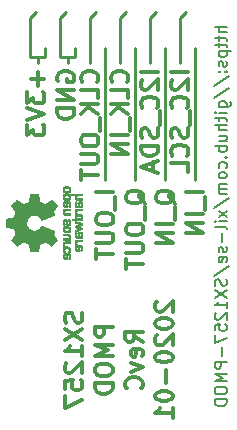
<source format=gbr>
G04 #@! TF.GenerationSoftware,KiCad,Pcbnew,5.1.5-52549c5~84~ubuntu18.04.1*
G04 #@! TF.CreationDate,2020-01-04T20:43:16+00:00*
G04 #@! TF.ProjectId,SX1257_pmod,53583132-3537-45f7-906d-6f642e6b6963,rev?*
G04 #@! TF.SameCoordinates,Original*
G04 #@! TF.FileFunction,Legend,Bot*
G04 #@! TF.FilePolarity,Positive*
%FSLAX46Y46*%
G04 Gerber Fmt 4.6, Leading zero omitted, Abs format (unit mm)*
G04 Created by KiCad (PCBNEW 5.1.5-52549c5~84~ubuntu18.04.1) date 2020-01-04 20:43:16*
%MOMM*%
%LPD*%
G04 APERTURE LIST*
%ADD10C,0.150000*%
%ADD11C,0.254000*%
%ADD12C,0.300000*%
%ADD13C,0.010000*%
G04 APERTURE END LIST*
D10*
X133452380Y-28735595D02*
X132452380Y-28735595D01*
X133452380Y-29164166D02*
X132928571Y-29164166D01*
X132833333Y-29116547D01*
X132785714Y-29021309D01*
X132785714Y-28878452D01*
X132833333Y-28783214D01*
X132880952Y-28735595D01*
X132785714Y-29497500D02*
X132785714Y-29878452D01*
X132452380Y-29640357D02*
X133309523Y-29640357D01*
X133404761Y-29687976D01*
X133452380Y-29783214D01*
X133452380Y-29878452D01*
X132785714Y-30068928D02*
X132785714Y-30449880D01*
X132452380Y-30211785D02*
X133309523Y-30211785D01*
X133404761Y-30259404D01*
X133452380Y-30354642D01*
X133452380Y-30449880D01*
X132785714Y-30783214D02*
X133785714Y-30783214D01*
X132833333Y-30783214D02*
X132785714Y-30878452D01*
X132785714Y-31068928D01*
X132833333Y-31164166D01*
X132880952Y-31211785D01*
X132976190Y-31259404D01*
X133261904Y-31259404D01*
X133357142Y-31211785D01*
X133404761Y-31164166D01*
X133452380Y-31068928D01*
X133452380Y-30878452D01*
X133404761Y-30783214D01*
X133404761Y-31640357D02*
X133452380Y-31735595D01*
X133452380Y-31926071D01*
X133404761Y-32021309D01*
X133309523Y-32068928D01*
X133261904Y-32068928D01*
X133166666Y-32021309D01*
X133119047Y-31926071D01*
X133119047Y-31783214D01*
X133071428Y-31687976D01*
X132976190Y-31640357D01*
X132928571Y-31640357D01*
X132833333Y-31687976D01*
X132785714Y-31783214D01*
X132785714Y-31926071D01*
X132833333Y-32021309D01*
X133357142Y-32497500D02*
X133404761Y-32545119D01*
X133452380Y-32497500D01*
X133404761Y-32449880D01*
X133357142Y-32497500D01*
X133452380Y-32497500D01*
X132833333Y-32497500D02*
X132880952Y-32545119D01*
X132928571Y-32497500D01*
X132880952Y-32449880D01*
X132833333Y-32497500D01*
X132928571Y-32497500D01*
X132404761Y-33687976D02*
X133690476Y-32830833D01*
X132404761Y-34735595D02*
X133690476Y-33878452D01*
X132785714Y-35497500D02*
X133595238Y-35497500D01*
X133690476Y-35449880D01*
X133738095Y-35402261D01*
X133785714Y-35307023D01*
X133785714Y-35164166D01*
X133738095Y-35068928D01*
X133404761Y-35497500D02*
X133452380Y-35402261D01*
X133452380Y-35211785D01*
X133404761Y-35116547D01*
X133357142Y-35068928D01*
X133261904Y-35021309D01*
X132976190Y-35021309D01*
X132880952Y-35068928D01*
X132833333Y-35116547D01*
X132785714Y-35211785D01*
X132785714Y-35402261D01*
X132833333Y-35497500D01*
X133452380Y-35973690D02*
X132785714Y-35973690D01*
X132452380Y-35973690D02*
X132500000Y-35926071D01*
X132547619Y-35973690D01*
X132500000Y-36021309D01*
X132452380Y-35973690D01*
X132547619Y-35973690D01*
X132785714Y-36307023D02*
X132785714Y-36687976D01*
X132452380Y-36449880D02*
X133309523Y-36449880D01*
X133404761Y-36497500D01*
X133452380Y-36592738D01*
X133452380Y-36687976D01*
X133452380Y-37021309D02*
X132452380Y-37021309D01*
X133452380Y-37449880D02*
X132928571Y-37449880D01*
X132833333Y-37402261D01*
X132785714Y-37307023D01*
X132785714Y-37164166D01*
X132833333Y-37068928D01*
X132880952Y-37021309D01*
X132785714Y-38354642D02*
X133452380Y-38354642D01*
X132785714Y-37926071D02*
X133309523Y-37926071D01*
X133404761Y-37973690D01*
X133452380Y-38068928D01*
X133452380Y-38211785D01*
X133404761Y-38307023D01*
X133357142Y-38354642D01*
X133452380Y-38830833D02*
X132452380Y-38830833D01*
X132833333Y-38830833D02*
X132785714Y-38926071D01*
X132785714Y-39116547D01*
X132833333Y-39211785D01*
X132880952Y-39259404D01*
X132976190Y-39307023D01*
X133261904Y-39307023D01*
X133357142Y-39259404D01*
X133404761Y-39211785D01*
X133452380Y-39116547D01*
X133452380Y-38926071D01*
X133404761Y-38830833D01*
X133357142Y-39735595D02*
X133404761Y-39783214D01*
X133452380Y-39735595D01*
X133404761Y-39687976D01*
X133357142Y-39735595D01*
X133452380Y-39735595D01*
X133404761Y-40640357D02*
X133452380Y-40545119D01*
X133452380Y-40354642D01*
X133404761Y-40259404D01*
X133357142Y-40211785D01*
X133261904Y-40164166D01*
X132976190Y-40164166D01*
X132880952Y-40211785D01*
X132833333Y-40259404D01*
X132785714Y-40354642D01*
X132785714Y-40545119D01*
X132833333Y-40640357D01*
X133452380Y-41211785D02*
X133404761Y-41116547D01*
X133357142Y-41068928D01*
X133261904Y-41021309D01*
X132976190Y-41021309D01*
X132880952Y-41068928D01*
X132833333Y-41116547D01*
X132785714Y-41211785D01*
X132785714Y-41354642D01*
X132833333Y-41449880D01*
X132880952Y-41497500D01*
X132976190Y-41545119D01*
X133261904Y-41545119D01*
X133357142Y-41497500D01*
X133404761Y-41449880D01*
X133452380Y-41354642D01*
X133452380Y-41211785D01*
X133452380Y-41973690D02*
X132785714Y-41973690D01*
X132880952Y-41973690D02*
X132833333Y-42021309D01*
X132785714Y-42116547D01*
X132785714Y-42259404D01*
X132833333Y-42354642D01*
X132928571Y-42402261D01*
X133452380Y-42402261D01*
X132928571Y-42402261D02*
X132833333Y-42449880D01*
X132785714Y-42545119D01*
X132785714Y-42687976D01*
X132833333Y-42783214D01*
X132928571Y-42830833D01*
X133452380Y-42830833D01*
X132404761Y-44021309D02*
X133690476Y-43164166D01*
X133452380Y-44259404D02*
X132785714Y-44783214D01*
X132785714Y-44259404D02*
X133452380Y-44783214D01*
X133452380Y-45164166D02*
X132785714Y-45164166D01*
X132452380Y-45164166D02*
X132500000Y-45116547D01*
X132547619Y-45164166D01*
X132500000Y-45211785D01*
X132452380Y-45164166D01*
X132547619Y-45164166D01*
X133452380Y-45783214D02*
X133404761Y-45687976D01*
X133309523Y-45640357D01*
X132452380Y-45640357D01*
X133071428Y-46164166D02*
X133071428Y-46926071D01*
X133404761Y-47354642D02*
X133452380Y-47449880D01*
X133452380Y-47640357D01*
X133404761Y-47735595D01*
X133309523Y-47783214D01*
X133261904Y-47783214D01*
X133166666Y-47735595D01*
X133119047Y-47640357D01*
X133119047Y-47497499D01*
X133071428Y-47402261D01*
X132976190Y-47354642D01*
X132928571Y-47354642D01*
X132833333Y-47402261D01*
X132785714Y-47497499D01*
X132785714Y-47640357D01*
X132833333Y-47735595D01*
X133404761Y-48592738D02*
X133452380Y-48497499D01*
X133452380Y-48307023D01*
X133404761Y-48211785D01*
X133309523Y-48164166D01*
X132928571Y-48164166D01*
X132833333Y-48211785D01*
X132785714Y-48307023D01*
X132785714Y-48497499D01*
X132833333Y-48592738D01*
X132928571Y-48640357D01*
X133023809Y-48640357D01*
X133119047Y-48164166D01*
X132404761Y-49783214D02*
X133690476Y-48926071D01*
X133404761Y-50068928D02*
X133452380Y-50211785D01*
X133452380Y-50449880D01*
X133404761Y-50545119D01*
X133357142Y-50592738D01*
X133261904Y-50640357D01*
X133166666Y-50640357D01*
X133071428Y-50592738D01*
X133023809Y-50545119D01*
X132976190Y-50449880D01*
X132928571Y-50259404D01*
X132880952Y-50164166D01*
X132833333Y-50116547D01*
X132738095Y-50068928D01*
X132642857Y-50068928D01*
X132547619Y-50116547D01*
X132500000Y-50164166D01*
X132452380Y-50259404D01*
X132452380Y-50497499D01*
X132500000Y-50640357D01*
X132452380Y-50973690D02*
X133452380Y-51640357D01*
X132452380Y-51640357D02*
X133452380Y-50973690D01*
X133452380Y-52545119D02*
X133452380Y-51973690D01*
X133452380Y-52259404D02*
X132452380Y-52259404D01*
X132595238Y-52164166D01*
X132690476Y-52068928D01*
X132738095Y-51973690D01*
X132547619Y-52926071D02*
X132500000Y-52973690D01*
X132452380Y-53068928D01*
X132452380Y-53307023D01*
X132500000Y-53402261D01*
X132547619Y-53449880D01*
X132642857Y-53497499D01*
X132738095Y-53497499D01*
X132880952Y-53449880D01*
X133452380Y-52878452D01*
X133452380Y-53497499D01*
X132452380Y-54402261D02*
X132452380Y-53926071D01*
X132928571Y-53878452D01*
X132880952Y-53926071D01*
X132833333Y-54021309D01*
X132833333Y-54259404D01*
X132880952Y-54354642D01*
X132928571Y-54402261D01*
X133023809Y-54449880D01*
X133261904Y-54449880D01*
X133357142Y-54402261D01*
X133404761Y-54354642D01*
X133452380Y-54259404D01*
X133452380Y-54021309D01*
X133404761Y-53926071D01*
X133357142Y-53878452D01*
X132452380Y-54783214D02*
X132452380Y-55449880D01*
X133452380Y-55021309D01*
X133071428Y-55830833D02*
X133071428Y-56592738D01*
X133452380Y-57068928D02*
X132452380Y-57068928D01*
X132452380Y-57449880D01*
X132500000Y-57545119D01*
X132547619Y-57592738D01*
X132642857Y-57640357D01*
X132785714Y-57640357D01*
X132880952Y-57592738D01*
X132928571Y-57545119D01*
X132976190Y-57449880D01*
X132976190Y-57068928D01*
X133452380Y-58068928D02*
X132452380Y-58068928D01*
X133166666Y-58402261D01*
X132452380Y-58735595D01*
X133452380Y-58735595D01*
X132452380Y-59402261D02*
X132452380Y-59592738D01*
X132500000Y-59687976D01*
X132595238Y-59783214D01*
X132785714Y-59830833D01*
X133119047Y-59830833D01*
X133309523Y-59783214D01*
X133404761Y-59687976D01*
X133452380Y-59592738D01*
X133452380Y-59402261D01*
X133404761Y-59307023D01*
X133309523Y-59211785D01*
X133119047Y-59164166D01*
X132785714Y-59164166D01*
X132595238Y-59211785D01*
X132500000Y-59307023D01*
X132452380Y-59402261D01*
X133452380Y-60259404D02*
X132452380Y-60259404D01*
X132452380Y-60497499D01*
X132500000Y-60640357D01*
X132595238Y-60735595D01*
X132690476Y-60783214D01*
X132880952Y-60830833D01*
X133023809Y-60830833D01*
X133214285Y-60783214D01*
X133309523Y-60735595D01*
X133404761Y-60640357D01*
X133452380Y-60497499D01*
X133452380Y-60259404D01*
D11*
X120015000Y-31242000D02*
X120015000Y-31800000D01*
X117475000Y-31242000D02*
X117475000Y-31800000D01*
D12*
X131488571Y-42716142D02*
X129988571Y-42716142D01*
X131631428Y-43073285D02*
X131631428Y-44216142D01*
X131488571Y-44573285D02*
X129988571Y-44573285D01*
X131488571Y-45287571D02*
X129988571Y-45287571D01*
X131488571Y-46144714D01*
X129988571Y-46144714D01*
X129091428Y-43716142D02*
X129020000Y-43573285D01*
X128877142Y-43430428D01*
X128662857Y-43216142D01*
X128591428Y-43073285D01*
X128591428Y-42930428D01*
X128948571Y-43001857D02*
X128877142Y-42859000D01*
X128734285Y-42716142D01*
X128448571Y-42644714D01*
X127948571Y-42644714D01*
X127662857Y-42716142D01*
X127520000Y-42859000D01*
X127448571Y-43001857D01*
X127448571Y-43287571D01*
X127520000Y-43430428D01*
X127662857Y-43573285D01*
X127948571Y-43644714D01*
X128448571Y-43644714D01*
X128734285Y-43573285D01*
X128877142Y-43430428D01*
X128948571Y-43287571D01*
X128948571Y-43001857D01*
X129091428Y-43930428D02*
X129091428Y-45073285D01*
X128948571Y-45430428D02*
X127448571Y-45430428D01*
X128948571Y-46144714D02*
X127448571Y-46144714D01*
X128948571Y-47001857D01*
X127448571Y-47001857D01*
X126551428Y-43716142D02*
X126480000Y-43573285D01*
X126337142Y-43430428D01*
X126122857Y-43216142D01*
X126051428Y-43073285D01*
X126051428Y-42930428D01*
X126408571Y-43001857D02*
X126337142Y-42859000D01*
X126194285Y-42716142D01*
X125908571Y-42644714D01*
X125408571Y-42644714D01*
X125122857Y-42716142D01*
X124980000Y-42859000D01*
X124908571Y-43001857D01*
X124908571Y-43287571D01*
X124980000Y-43430428D01*
X125122857Y-43573285D01*
X125408571Y-43644714D01*
X125908571Y-43644714D01*
X126194285Y-43573285D01*
X126337142Y-43430428D01*
X126408571Y-43287571D01*
X126408571Y-43001857D01*
X126551428Y-43930428D02*
X126551428Y-45073285D01*
X124908571Y-45716142D02*
X124908571Y-46001857D01*
X124980000Y-46144714D01*
X125122857Y-46287571D01*
X125408571Y-46359000D01*
X125908571Y-46359000D01*
X126194285Y-46287571D01*
X126337142Y-46144714D01*
X126408571Y-46001857D01*
X126408571Y-45716142D01*
X126337142Y-45573285D01*
X126194285Y-45430428D01*
X125908571Y-45359000D01*
X125408571Y-45359000D01*
X125122857Y-45430428D01*
X124980000Y-45573285D01*
X124908571Y-45716142D01*
X124908571Y-47001857D02*
X126122857Y-47001857D01*
X126265714Y-47073285D01*
X126337142Y-47144714D01*
X126408571Y-47287571D01*
X126408571Y-47573285D01*
X126337142Y-47716142D01*
X126265714Y-47787571D01*
X126122857Y-47859000D01*
X124908571Y-47859000D01*
X124908571Y-48359000D02*
X124908571Y-49216142D01*
X126408571Y-48787571D02*
X124908571Y-48787571D01*
D11*
X118110000Y-31242000D02*
X116840000Y-31242000D01*
X116840000Y-27940000D02*
X116840000Y-31242000D01*
X118110000Y-30480000D02*
X118110000Y-31242000D01*
X129540000Y-27940000D02*
X129540000Y-31800000D01*
X127000000Y-27940000D02*
X127000000Y-31800000D01*
X124460000Y-27940000D02*
X124460000Y-31800000D01*
D12*
X123868571Y-42716142D02*
X122368571Y-42716142D01*
X124011428Y-43073285D02*
X124011428Y-44216142D01*
X122368571Y-44859000D02*
X122368571Y-45144714D01*
X122440000Y-45287571D01*
X122582857Y-45430428D01*
X122868571Y-45501857D01*
X123368571Y-45501857D01*
X123654285Y-45430428D01*
X123797142Y-45287571D01*
X123868571Y-45144714D01*
X123868571Y-44859000D01*
X123797142Y-44716142D01*
X123654285Y-44573285D01*
X123368571Y-44501857D01*
X122868571Y-44501857D01*
X122582857Y-44573285D01*
X122440000Y-44716142D01*
X122368571Y-44859000D01*
X122368571Y-46144714D02*
X123582857Y-46144714D01*
X123725714Y-46216142D01*
X123797142Y-46287571D01*
X123868571Y-46430428D01*
X123868571Y-46716142D01*
X123797142Y-46859000D01*
X123725714Y-46930428D01*
X123582857Y-47001857D01*
X122368571Y-47001857D01*
X122368571Y-47501857D02*
X122368571Y-48359000D01*
X123868571Y-47930428D02*
X122368571Y-47930428D01*
X130218571Y-32548142D02*
X128718571Y-32548142D01*
X128861428Y-33191000D02*
X128790000Y-33262428D01*
X128718571Y-33405285D01*
X128718571Y-33762428D01*
X128790000Y-33905285D01*
X128861428Y-33976714D01*
X129004285Y-34048142D01*
X129147142Y-34048142D01*
X129361428Y-33976714D01*
X130218571Y-33119571D01*
X130218571Y-34048142D01*
X130075714Y-35548142D02*
X130147142Y-35476714D01*
X130218571Y-35262428D01*
X130218571Y-35119571D01*
X130147142Y-34905285D01*
X130004285Y-34762428D01*
X129861428Y-34691000D01*
X129575714Y-34619571D01*
X129361428Y-34619571D01*
X129075714Y-34691000D01*
X128932857Y-34762428D01*
X128790000Y-34905285D01*
X128718571Y-35119571D01*
X128718571Y-35262428D01*
X128790000Y-35476714D01*
X128861428Y-35548142D01*
X130361428Y-35833857D02*
X130361428Y-36976714D01*
X130147142Y-37262428D02*
X130218571Y-37476714D01*
X130218571Y-37833857D01*
X130147142Y-37976714D01*
X130075714Y-38048142D01*
X129932857Y-38119571D01*
X129790000Y-38119571D01*
X129647142Y-38048142D01*
X129575714Y-37976714D01*
X129504285Y-37833857D01*
X129432857Y-37548142D01*
X129361428Y-37405285D01*
X129290000Y-37333857D01*
X129147142Y-37262428D01*
X129004285Y-37262428D01*
X128861428Y-37333857D01*
X128790000Y-37405285D01*
X128718571Y-37548142D01*
X128718571Y-37905285D01*
X128790000Y-38119571D01*
X130075714Y-39619571D02*
X130147142Y-39548142D01*
X130218571Y-39333857D01*
X130218571Y-39191000D01*
X130147142Y-38976714D01*
X130004285Y-38833857D01*
X129861428Y-38762428D01*
X129575714Y-38691000D01*
X129361428Y-38691000D01*
X129075714Y-38762428D01*
X128932857Y-38833857D01*
X128790000Y-38976714D01*
X128718571Y-39191000D01*
X128718571Y-39333857D01*
X128790000Y-39548142D01*
X128861428Y-39619571D01*
X130218571Y-40976714D02*
X130218571Y-40262428D01*
X128718571Y-40262428D01*
X127678571Y-32548142D02*
X126178571Y-32548142D01*
X126321428Y-33191000D02*
X126250000Y-33262428D01*
X126178571Y-33405285D01*
X126178571Y-33762428D01*
X126250000Y-33905285D01*
X126321428Y-33976714D01*
X126464285Y-34048142D01*
X126607142Y-34048142D01*
X126821428Y-33976714D01*
X127678571Y-33119571D01*
X127678571Y-34048142D01*
X127535714Y-35548142D02*
X127607142Y-35476714D01*
X127678571Y-35262428D01*
X127678571Y-35119571D01*
X127607142Y-34905285D01*
X127464285Y-34762428D01*
X127321428Y-34691000D01*
X127035714Y-34619571D01*
X126821428Y-34619571D01*
X126535714Y-34691000D01*
X126392857Y-34762428D01*
X126250000Y-34905285D01*
X126178571Y-35119571D01*
X126178571Y-35262428D01*
X126250000Y-35476714D01*
X126321428Y-35548142D01*
X127821428Y-35833857D02*
X127821428Y-36976714D01*
X127607142Y-37262428D02*
X127678571Y-37476714D01*
X127678571Y-37833857D01*
X127607142Y-37976714D01*
X127535714Y-38048142D01*
X127392857Y-38119571D01*
X127250000Y-38119571D01*
X127107142Y-38048142D01*
X127035714Y-37976714D01*
X126964285Y-37833857D01*
X126892857Y-37548142D01*
X126821428Y-37405285D01*
X126750000Y-37333857D01*
X126607142Y-37262428D01*
X126464285Y-37262428D01*
X126321428Y-37333857D01*
X126250000Y-37405285D01*
X126178571Y-37548142D01*
X126178571Y-37905285D01*
X126250000Y-38119571D01*
X127678571Y-38762428D02*
X126178571Y-38762428D01*
X126178571Y-39119571D01*
X126250000Y-39333857D01*
X126392857Y-39476714D01*
X126535714Y-39548142D01*
X126821428Y-39619571D01*
X127035714Y-39619571D01*
X127321428Y-39548142D01*
X127464285Y-39476714D01*
X127607142Y-39333857D01*
X127678571Y-39119571D01*
X127678571Y-38762428D01*
X127250000Y-40191000D02*
X127250000Y-40905285D01*
X127678571Y-40048142D02*
X126178571Y-40548142D01*
X127678571Y-41048142D01*
X124995714Y-33405285D02*
X125067142Y-33333857D01*
X125138571Y-33119571D01*
X125138571Y-32976714D01*
X125067142Y-32762428D01*
X124924285Y-32619571D01*
X124781428Y-32548142D01*
X124495714Y-32476714D01*
X124281428Y-32476714D01*
X123995714Y-32548142D01*
X123852857Y-32619571D01*
X123710000Y-32762428D01*
X123638571Y-32976714D01*
X123638571Y-33119571D01*
X123710000Y-33333857D01*
X123781428Y-33405285D01*
X125138571Y-34762428D02*
X125138571Y-34048142D01*
X123638571Y-34048142D01*
X125138571Y-35262428D02*
X123638571Y-35262428D01*
X125138571Y-36119571D02*
X124281428Y-35476714D01*
X123638571Y-36119571D02*
X124495714Y-35262428D01*
X125281428Y-36405285D02*
X125281428Y-37548142D01*
X125138571Y-37905285D02*
X123638571Y-37905285D01*
X125138571Y-38619571D02*
X123638571Y-38619571D01*
X125138571Y-39476714D01*
X123638571Y-39476714D01*
D11*
X120650000Y-31242000D02*
X119380000Y-31242000D01*
D12*
X122455714Y-33405285D02*
X122527142Y-33333857D01*
X122598571Y-33119571D01*
X122598571Y-32976714D01*
X122527142Y-32762428D01*
X122384285Y-32619571D01*
X122241428Y-32548142D01*
X121955714Y-32476714D01*
X121741428Y-32476714D01*
X121455714Y-32548142D01*
X121312857Y-32619571D01*
X121170000Y-32762428D01*
X121098571Y-32976714D01*
X121098571Y-33119571D01*
X121170000Y-33333857D01*
X121241428Y-33405285D01*
X122598571Y-34762428D02*
X122598571Y-34048142D01*
X121098571Y-34048142D01*
X122598571Y-35262428D02*
X121098571Y-35262428D01*
X122598571Y-36119571D02*
X121741428Y-35476714D01*
X121098571Y-36119571D02*
X121955714Y-35262428D01*
X122741428Y-36405285D02*
X122741428Y-37548142D01*
X121098571Y-38191000D02*
X121098571Y-38476714D01*
X121170000Y-38619571D01*
X121312857Y-38762428D01*
X121598571Y-38833857D01*
X122098571Y-38833857D01*
X122384285Y-38762428D01*
X122527142Y-38619571D01*
X122598571Y-38476714D01*
X122598571Y-38191000D01*
X122527142Y-38048142D01*
X122384285Y-37905285D01*
X122098571Y-37833857D01*
X121598571Y-37833857D01*
X121312857Y-37905285D01*
X121170000Y-38048142D01*
X121098571Y-38191000D01*
X121098571Y-39476714D02*
X122312857Y-39476714D01*
X122455714Y-39548142D01*
X122527142Y-39619571D01*
X122598571Y-39762428D01*
X122598571Y-40048142D01*
X122527142Y-40190999D01*
X122455714Y-40262428D01*
X122312857Y-40333857D01*
X121098571Y-40333857D01*
X121098571Y-40833857D02*
X121098571Y-41690999D01*
X122598571Y-41262428D02*
X121098571Y-41262428D01*
X117455142Y-32548142D02*
X117455142Y-33691000D01*
X118026571Y-33119571D02*
X116883714Y-33119571D01*
X116526571Y-34262428D02*
X116526571Y-35191000D01*
X117098000Y-34691000D01*
X117098000Y-34905285D01*
X117169428Y-35048142D01*
X117240857Y-35119571D01*
X117383714Y-35191000D01*
X117740857Y-35191000D01*
X117883714Y-35119571D01*
X117955142Y-35048142D01*
X118026571Y-34905285D01*
X118026571Y-34476714D01*
X117955142Y-34333857D01*
X117883714Y-34262428D01*
X116526571Y-35619571D02*
X118026571Y-36119571D01*
X116526571Y-36619571D01*
X116526571Y-36976714D02*
X116526571Y-37905285D01*
X117098000Y-37405285D01*
X117098000Y-37619571D01*
X117169428Y-37762428D01*
X117240857Y-37833857D01*
X117383714Y-37905285D01*
X117740857Y-37905285D01*
X117883714Y-37833857D01*
X117955142Y-37762428D01*
X118026571Y-37619571D01*
X118026571Y-37191000D01*
X117955142Y-37048142D01*
X117883714Y-36976714D01*
D11*
X130810000Y-30480000D02*
X130810000Y-41656000D01*
X128270000Y-30480000D02*
X128270000Y-41656000D01*
X125730000Y-30480000D02*
X125730000Y-41656000D01*
X123190000Y-30480000D02*
X123190000Y-41656000D01*
X120650000Y-30480000D02*
X120650000Y-31242000D01*
D12*
X119138000Y-33333857D02*
X119066571Y-33191000D01*
X119066571Y-32976714D01*
X119138000Y-32762428D01*
X119280857Y-32619571D01*
X119423714Y-32548142D01*
X119709428Y-32476714D01*
X119923714Y-32476714D01*
X120209428Y-32548142D01*
X120352285Y-32619571D01*
X120495142Y-32762428D01*
X120566571Y-32976714D01*
X120566571Y-33119571D01*
X120495142Y-33333857D01*
X120423714Y-33405285D01*
X119923714Y-33405285D01*
X119923714Y-33119571D01*
X120566571Y-34048142D02*
X119066571Y-34048142D01*
X120566571Y-34905285D01*
X119066571Y-34905285D01*
X120566571Y-35619571D02*
X119066571Y-35619571D01*
X119066571Y-35976714D01*
X119138000Y-36191000D01*
X119280857Y-36333857D01*
X119423714Y-36405285D01*
X119709428Y-36476714D01*
X119923714Y-36476714D01*
X120209428Y-36405285D01*
X120352285Y-36333857D01*
X120495142Y-36191000D01*
X120566571Y-35976714D01*
X120566571Y-35619571D01*
D11*
X117348000Y-27432000D02*
X116840000Y-27940000D01*
X119380000Y-27940000D02*
X119380000Y-31242000D01*
X119888000Y-27432000D02*
X119380000Y-27940000D01*
X121920000Y-27940000D02*
X121920000Y-31800000D01*
X122428000Y-27432000D02*
X121920000Y-27940000D01*
X124968000Y-27432000D02*
X124460000Y-27940000D01*
X127508000Y-27432000D02*
X127000000Y-27940000D01*
X130048000Y-27432000D02*
X129540000Y-27940000D01*
D12*
X121182142Y-52896000D02*
X121253571Y-53110285D01*
X121253571Y-53467428D01*
X121182142Y-53610285D01*
X121110714Y-53681714D01*
X120967857Y-53753142D01*
X120825000Y-53753142D01*
X120682142Y-53681714D01*
X120610714Y-53610285D01*
X120539285Y-53467428D01*
X120467857Y-53181714D01*
X120396428Y-53038857D01*
X120325000Y-52967428D01*
X120182142Y-52896000D01*
X120039285Y-52896000D01*
X119896428Y-52967428D01*
X119825000Y-53038857D01*
X119753571Y-53181714D01*
X119753571Y-53538857D01*
X119825000Y-53753142D01*
X119753571Y-54253142D02*
X121253571Y-55253142D01*
X119753571Y-55253142D02*
X121253571Y-54253142D01*
X121253571Y-56610285D02*
X121253571Y-55753142D01*
X121253571Y-56181714D02*
X119753571Y-56181714D01*
X119967857Y-56038857D01*
X120110714Y-55896000D01*
X120182142Y-55753142D01*
X119896428Y-57181714D02*
X119825000Y-57253142D01*
X119753571Y-57396000D01*
X119753571Y-57753142D01*
X119825000Y-57896000D01*
X119896428Y-57967428D01*
X120039285Y-58038857D01*
X120182142Y-58038857D01*
X120396428Y-57967428D01*
X121253571Y-57110285D01*
X121253571Y-58038857D01*
X119753571Y-59396000D02*
X119753571Y-58681714D01*
X120467857Y-58610285D01*
X120396428Y-58681714D01*
X120325000Y-58824571D01*
X120325000Y-59181714D01*
X120396428Y-59324571D01*
X120467857Y-59396000D01*
X120610714Y-59467428D01*
X120967857Y-59467428D01*
X121110714Y-59396000D01*
X121182142Y-59324571D01*
X121253571Y-59181714D01*
X121253571Y-58824571D01*
X121182142Y-58681714D01*
X121110714Y-58610285D01*
X119753571Y-59967428D02*
X119753571Y-60967428D01*
X121253571Y-60324571D01*
X123803571Y-54110285D02*
X122303571Y-54110285D01*
X122303571Y-54681714D01*
X122375000Y-54824571D01*
X122446428Y-54896000D01*
X122589285Y-54967428D01*
X122803571Y-54967428D01*
X122946428Y-54896000D01*
X123017857Y-54824571D01*
X123089285Y-54681714D01*
X123089285Y-54110285D01*
X123803571Y-55610285D02*
X122303571Y-55610285D01*
X123375000Y-56110285D01*
X122303571Y-56610285D01*
X123803571Y-56610285D01*
X122303571Y-57610285D02*
X122303571Y-57896000D01*
X122375000Y-58038857D01*
X122517857Y-58181714D01*
X122803571Y-58253142D01*
X123303571Y-58253142D01*
X123589285Y-58181714D01*
X123732142Y-58038857D01*
X123803571Y-57896000D01*
X123803571Y-57610285D01*
X123732142Y-57467428D01*
X123589285Y-57324571D01*
X123303571Y-57253142D01*
X122803571Y-57253142D01*
X122517857Y-57324571D01*
X122375000Y-57467428D01*
X122303571Y-57610285D01*
X123803571Y-58896000D02*
X122303571Y-58896000D01*
X122303571Y-59253142D01*
X122375000Y-59467428D01*
X122517857Y-59610285D01*
X122660714Y-59681714D01*
X122946428Y-59753142D01*
X123160714Y-59753142D01*
X123446428Y-59681714D01*
X123589285Y-59610285D01*
X123732142Y-59467428D01*
X123803571Y-59253142D01*
X123803571Y-58896000D01*
X126353571Y-55396000D02*
X125639285Y-54896000D01*
X126353571Y-54538857D02*
X124853571Y-54538857D01*
X124853571Y-55110285D01*
X124925000Y-55253142D01*
X124996428Y-55324571D01*
X125139285Y-55396000D01*
X125353571Y-55396000D01*
X125496428Y-55324571D01*
X125567857Y-55253142D01*
X125639285Y-55110285D01*
X125639285Y-54538857D01*
X126282142Y-56610285D02*
X126353571Y-56467428D01*
X126353571Y-56181714D01*
X126282142Y-56038857D01*
X126139285Y-55967428D01*
X125567857Y-55967428D01*
X125425000Y-56038857D01*
X125353571Y-56181714D01*
X125353571Y-56467428D01*
X125425000Y-56610285D01*
X125567857Y-56681714D01*
X125710714Y-56681714D01*
X125853571Y-55967428D01*
X125353571Y-57181714D02*
X126353571Y-57538857D01*
X125353571Y-57896000D01*
X126210714Y-59324571D02*
X126282142Y-59253142D01*
X126353571Y-59038857D01*
X126353571Y-58896000D01*
X126282142Y-58681714D01*
X126139285Y-58538857D01*
X125996428Y-58467428D01*
X125710714Y-58396000D01*
X125496428Y-58396000D01*
X125210714Y-58467428D01*
X125067857Y-58538857D01*
X124925000Y-58681714D01*
X124853571Y-58896000D01*
X124853571Y-59038857D01*
X124925000Y-59253142D01*
X124996428Y-59324571D01*
X127546428Y-51967428D02*
X127475000Y-52038857D01*
X127403571Y-52181714D01*
X127403571Y-52538857D01*
X127475000Y-52681714D01*
X127546428Y-52753142D01*
X127689285Y-52824571D01*
X127832142Y-52824571D01*
X128046428Y-52753142D01*
X128903571Y-51896000D01*
X128903571Y-52824571D01*
X127403571Y-53753142D02*
X127403571Y-53896000D01*
X127475000Y-54038857D01*
X127546428Y-54110285D01*
X127689285Y-54181714D01*
X127975000Y-54253142D01*
X128332142Y-54253142D01*
X128617857Y-54181714D01*
X128760714Y-54110285D01*
X128832142Y-54038857D01*
X128903571Y-53896000D01*
X128903571Y-53753142D01*
X128832142Y-53610285D01*
X128760714Y-53538857D01*
X128617857Y-53467428D01*
X128332142Y-53396000D01*
X127975000Y-53396000D01*
X127689285Y-53467428D01*
X127546428Y-53538857D01*
X127475000Y-53610285D01*
X127403571Y-53753142D01*
X127546428Y-54824571D02*
X127475000Y-54896000D01*
X127403571Y-55038857D01*
X127403571Y-55396000D01*
X127475000Y-55538857D01*
X127546428Y-55610285D01*
X127689285Y-55681714D01*
X127832142Y-55681714D01*
X128046428Y-55610285D01*
X128903571Y-54753142D01*
X128903571Y-55681714D01*
X127403571Y-56610285D02*
X127403571Y-56753142D01*
X127475000Y-56896000D01*
X127546428Y-56967428D01*
X127689285Y-57038857D01*
X127975000Y-57110285D01*
X128332142Y-57110285D01*
X128617857Y-57038857D01*
X128760714Y-56967428D01*
X128832142Y-56896000D01*
X128903571Y-56753142D01*
X128903571Y-56610285D01*
X128832142Y-56467428D01*
X128760714Y-56396000D01*
X128617857Y-56324571D01*
X128332142Y-56253142D01*
X127975000Y-56253142D01*
X127689285Y-56324571D01*
X127546428Y-56396000D01*
X127475000Y-56467428D01*
X127403571Y-56610285D01*
X128332142Y-57753142D02*
X128332142Y-58896000D01*
X127403571Y-59896000D02*
X127403571Y-60038857D01*
X127475000Y-60181714D01*
X127546428Y-60253142D01*
X127689285Y-60324571D01*
X127975000Y-60396000D01*
X128332142Y-60396000D01*
X128617857Y-60324571D01*
X128760714Y-60253142D01*
X128832142Y-60181714D01*
X128903571Y-60038857D01*
X128903571Y-59896000D01*
X128832142Y-59753142D01*
X128760714Y-59681714D01*
X128617857Y-59610285D01*
X128332142Y-59538857D01*
X127975000Y-59538857D01*
X127689285Y-59610285D01*
X127546428Y-59681714D01*
X127475000Y-59753142D01*
X127403571Y-59896000D01*
X128903571Y-61824571D02*
X128903571Y-60967428D01*
X128903571Y-61396000D02*
X127403571Y-61396000D01*
X127617857Y-61253142D01*
X127760714Y-61110285D01*
X127832142Y-60967428D01*
D13*
G36*
X120588721Y-43756118D02*
G01*
X120593349Y-43797443D01*
X120601283Y-43833924D01*
X120612634Y-43865916D01*
X120627515Y-43893773D01*
X120646035Y-43917847D01*
X120655996Y-43927925D01*
X120677357Y-43945000D01*
X120701155Y-43958071D01*
X120728981Y-43967976D01*
X120735907Y-43969839D01*
X120740680Y-43970995D01*
X120745648Y-43971997D01*
X120751276Y-43972857D01*
X120758029Y-43973585D01*
X120766372Y-43974193D01*
X120776769Y-43974691D01*
X120789686Y-43975090D01*
X120805589Y-43975401D01*
X120824941Y-43975634D01*
X120848209Y-43975802D01*
X120875857Y-43975913D01*
X120908351Y-43975980D01*
X120946154Y-43976014D01*
X120989733Y-43976024D01*
X121000882Y-43976025D01*
X121241675Y-43976025D01*
X121241675Y-43845850D01*
X121184013Y-43845850D01*
X121201591Y-43829784D01*
X121216066Y-43814318D01*
X121227368Y-43796879D01*
X121235794Y-43776604D01*
X121241639Y-43752628D01*
X121245199Y-43724087D01*
X121246575Y-43698212D01*
X121246850Y-43671181D01*
X121245854Y-43649120D01*
X121243525Y-43630766D01*
X121243201Y-43629007D01*
X121233659Y-43592684D01*
X121219620Y-43559766D01*
X121201424Y-43530735D01*
X121179406Y-43506071D01*
X121153903Y-43486253D01*
X121135997Y-43476376D01*
X121113152Y-43466822D01*
X121091705Y-43460880D01*
X121069013Y-43457981D01*
X121048000Y-43457473D01*
X121042754Y-43457863D01*
X121042754Y-43582325D01*
X121061564Y-43584048D01*
X121076885Y-43589764D01*
X121090727Y-43600293D01*
X121093440Y-43602992D01*
X121105930Y-43620221D01*
X121115125Y-43642665D01*
X121120982Y-43670085D01*
X121123459Y-43702241D01*
X121122513Y-43738896D01*
X121120943Y-43756950D01*
X121116574Y-43783279D01*
X121109352Y-43804251D01*
X121098984Y-43820320D01*
X121085175Y-43831943D01*
X121067630Y-43839574D01*
X121067423Y-43839635D01*
X121060078Y-43840998D01*
X121047914Y-43842388D01*
X121032459Y-43843666D01*
X121015240Y-43844689D01*
X121010268Y-43844913D01*
X120964599Y-43846814D01*
X120966232Y-43751876D01*
X120966753Y-43723993D01*
X120967290Y-43701642D01*
X120967901Y-43684003D01*
X120968641Y-43670257D01*
X120969567Y-43659585D01*
X120970736Y-43651169D01*
X120972205Y-43644189D01*
X120974030Y-43637826D01*
X120974143Y-43637473D01*
X120983520Y-43615709D01*
X120995902Y-43599492D01*
X121011455Y-43588688D01*
X121030345Y-43583163D01*
X121042754Y-43582325D01*
X121042754Y-43457863D01*
X121014015Y-43460001D01*
X120983817Y-43467188D01*
X120956521Y-43479394D01*
X120931245Y-43496975D01*
X120916140Y-43510790D01*
X120897018Y-43532532D01*
X120882344Y-43555607D01*
X120870962Y-43581988D01*
X120866730Y-43595047D01*
X120864844Y-43601704D01*
X120863310Y-43608249D01*
X120862081Y-43615435D01*
X120861110Y-43624016D01*
X120860351Y-43634746D01*
X120859758Y-43648377D01*
X120859285Y-43665664D01*
X120858886Y-43687359D01*
X120858513Y-43714216D01*
X120858293Y-43732343D01*
X120856950Y-43845850D01*
X120820868Y-43845850D01*
X120804405Y-43845533D01*
X120788479Y-43844680D01*
X120775229Y-43843431D01*
X120768571Y-43842372D01*
X120751015Y-43835454D01*
X120736234Y-43822952D01*
X120724486Y-43805114D01*
X120720732Y-43796637D01*
X120718053Y-43789379D01*
X120716095Y-43782464D01*
X120714744Y-43774726D01*
X120713885Y-43764996D01*
X120713406Y-43752107D01*
X120713191Y-43734892D01*
X120713136Y-43718850D01*
X120713308Y-43693081D01*
X120714102Y-43672619D01*
X120715790Y-43656430D01*
X120718645Y-43643482D01*
X120722939Y-43632740D01*
X120728943Y-43623171D01*
X120736931Y-43613743D01*
X120742266Y-43608243D01*
X120759413Y-43591097D01*
X120721730Y-43541662D01*
X120709927Y-43526348D01*
X120699273Y-43512842D01*
X120690415Y-43501940D01*
X120683999Y-43494437D01*
X120680675Y-43491128D01*
X120680523Y-43491053D01*
X120676963Y-43492684D01*
X120670089Y-43498012D01*
X120660979Y-43506145D01*
X120653173Y-43513704D01*
X120639304Y-43528489D01*
X120628679Y-43542368D01*
X120619336Y-43558067D01*
X120614720Y-43567071D01*
X120605028Y-43588672D01*
X120597741Y-43610039D01*
X120592591Y-43632553D01*
X120589314Y-43657595D01*
X120587643Y-43686544D01*
X120587288Y-43709596D01*
X120588721Y-43756118D01*
G37*
X120588721Y-43756118D02*
X120593349Y-43797443D01*
X120601283Y-43833924D01*
X120612634Y-43865916D01*
X120627515Y-43893773D01*
X120646035Y-43917847D01*
X120655996Y-43927925D01*
X120677357Y-43945000D01*
X120701155Y-43958071D01*
X120728981Y-43967976D01*
X120735907Y-43969839D01*
X120740680Y-43970995D01*
X120745648Y-43971997D01*
X120751276Y-43972857D01*
X120758029Y-43973585D01*
X120766372Y-43974193D01*
X120776769Y-43974691D01*
X120789686Y-43975090D01*
X120805589Y-43975401D01*
X120824941Y-43975634D01*
X120848209Y-43975802D01*
X120875857Y-43975913D01*
X120908351Y-43975980D01*
X120946154Y-43976014D01*
X120989733Y-43976024D01*
X121000882Y-43976025D01*
X121241675Y-43976025D01*
X121241675Y-43845850D01*
X121184013Y-43845850D01*
X121201591Y-43829784D01*
X121216066Y-43814318D01*
X121227368Y-43796879D01*
X121235794Y-43776604D01*
X121241639Y-43752628D01*
X121245199Y-43724087D01*
X121246575Y-43698212D01*
X121246850Y-43671181D01*
X121245854Y-43649120D01*
X121243525Y-43630766D01*
X121243201Y-43629007D01*
X121233659Y-43592684D01*
X121219620Y-43559766D01*
X121201424Y-43530735D01*
X121179406Y-43506071D01*
X121153903Y-43486253D01*
X121135997Y-43476376D01*
X121113152Y-43466822D01*
X121091705Y-43460880D01*
X121069013Y-43457981D01*
X121048000Y-43457473D01*
X121042754Y-43457863D01*
X121042754Y-43582325D01*
X121061564Y-43584048D01*
X121076885Y-43589764D01*
X121090727Y-43600293D01*
X121093440Y-43602992D01*
X121105930Y-43620221D01*
X121115125Y-43642665D01*
X121120982Y-43670085D01*
X121123459Y-43702241D01*
X121122513Y-43738896D01*
X121120943Y-43756950D01*
X121116574Y-43783279D01*
X121109352Y-43804251D01*
X121098984Y-43820320D01*
X121085175Y-43831943D01*
X121067630Y-43839574D01*
X121067423Y-43839635D01*
X121060078Y-43840998D01*
X121047914Y-43842388D01*
X121032459Y-43843666D01*
X121015240Y-43844689D01*
X121010268Y-43844913D01*
X120964599Y-43846814D01*
X120966232Y-43751876D01*
X120966753Y-43723993D01*
X120967290Y-43701642D01*
X120967901Y-43684003D01*
X120968641Y-43670257D01*
X120969567Y-43659585D01*
X120970736Y-43651169D01*
X120972205Y-43644189D01*
X120974030Y-43637826D01*
X120974143Y-43637473D01*
X120983520Y-43615709D01*
X120995902Y-43599492D01*
X121011455Y-43588688D01*
X121030345Y-43583163D01*
X121042754Y-43582325D01*
X121042754Y-43457863D01*
X121014015Y-43460001D01*
X120983817Y-43467188D01*
X120956521Y-43479394D01*
X120931245Y-43496975D01*
X120916140Y-43510790D01*
X120897018Y-43532532D01*
X120882344Y-43555607D01*
X120870962Y-43581988D01*
X120866730Y-43595047D01*
X120864844Y-43601704D01*
X120863310Y-43608249D01*
X120862081Y-43615435D01*
X120861110Y-43624016D01*
X120860351Y-43634746D01*
X120859758Y-43648377D01*
X120859285Y-43665664D01*
X120858886Y-43687359D01*
X120858513Y-43714216D01*
X120858293Y-43732343D01*
X120856950Y-43845850D01*
X120820868Y-43845850D01*
X120804405Y-43845533D01*
X120788479Y-43844680D01*
X120775229Y-43843431D01*
X120768571Y-43842372D01*
X120751015Y-43835454D01*
X120736234Y-43822952D01*
X120724486Y-43805114D01*
X120720732Y-43796637D01*
X120718053Y-43789379D01*
X120716095Y-43782464D01*
X120714744Y-43774726D01*
X120713885Y-43764996D01*
X120713406Y-43752107D01*
X120713191Y-43734892D01*
X120713136Y-43718850D01*
X120713308Y-43693081D01*
X120714102Y-43672619D01*
X120715790Y-43656430D01*
X120718645Y-43643482D01*
X120722939Y-43632740D01*
X120728943Y-43623171D01*
X120736931Y-43613743D01*
X120742266Y-43608243D01*
X120759413Y-43591097D01*
X120721730Y-43541662D01*
X120709927Y-43526348D01*
X120699273Y-43512842D01*
X120690415Y-43501940D01*
X120683999Y-43494437D01*
X120680675Y-43491128D01*
X120680523Y-43491053D01*
X120676963Y-43492684D01*
X120670089Y-43498012D01*
X120660979Y-43506145D01*
X120653173Y-43513704D01*
X120639304Y-43528489D01*
X120628679Y-43542368D01*
X120619336Y-43558067D01*
X120614720Y-43567071D01*
X120605028Y-43588672D01*
X120597741Y-43610039D01*
X120592591Y-43632553D01*
X120589314Y-43657595D01*
X120587643Y-43686544D01*
X120587288Y-43709596D01*
X120588721Y-43756118D01*
G36*
X121241803Y-45071400D02*
G01*
X121240945Y-45005518D01*
X121240087Y-44939637D01*
X121209226Y-44938729D01*
X121178364Y-44937822D01*
X121195487Y-44916603D01*
X121212698Y-44892116D01*
X121227316Y-44865110D01*
X121238034Y-44838086D01*
X121239947Y-44831631D01*
X121243585Y-44813362D01*
X121245848Y-44791518D01*
X121246655Y-44768514D01*
X121245920Y-44746765D01*
X121243560Y-44728687D01*
X121243520Y-44728493D01*
X121233244Y-44693843D01*
X121217812Y-44662013D01*
X121197744Y-44633544D01*
X121173560Y-44608980D01*
X121145780Y-44588860D01*
X121114924Y-44573726D01*
X121086662Y-44565186D01*
X121066589Y-44561707D01*
X121041527Y-44558893D01*
X121012502Y-44556739D01*
X120980540Y-44555242D01*
X120946666Y-44554398D01*
X120911907Y-44554202D01*
X120910503Y-44554220D01*
X120910503Y-44688343D01*
X120935824Y-44688444D01*
X120960265Y-44688979D01*
X120982639Y-44689948D01*
X121001759Y-44691349D01*
X121016439Y-44693182D01*
X121022600Y-44694482D01*
X121050800Y-44704226D01*
X121073449Y-44716824D01*
X121090834Y-44732644D01*
X121103247Y-44752052D01*
X121110977Y-44775416D01*
X121114314Y-44803103D01*
X121114496Y-44810841D01*
X121113872Y-44827680D01*
X121112011Y-44844066D01*
X121109625Y-44855616D01*
X121100187Y-44877826D01*
X121085531Y-44897045D01*
X121066477Y-44912244D01*
X121062615Y-44914490D01*
X121050140Y-44920911D01*
X121038012Y-44925968D01*
X121025207Y-44929839D01*
X121010704Y-44932700D01*
X120993479Y-44934728D01*
X120972508Y-44936100D01*
X120946769Y-44936993D01*
X120930443Y-44937340D01*
X120892571Y-44937513D01*
X120860297Y-44936453D01*
X120832963Y-44934006D01*
X120809911Y-44930021D01*
X120790482Y-44924343D01*
X120774017Y-44916822D01*
X120759858Y-44907304D01*
X120747345Y-44895637D01*
X120746510Y-44894731D01*
X120735191Y-44880694D01*
X120727349Y-44866487D01*
X120722487Y-44850560D01*
X120720107Y-44831361D01*
X120719667Y-44811050D01*
X120720154Y-44793300D01*
X120721459Y-44779865D01*
X120723868Y-44768732D01*
X120726949Y-44759696D01*
X120738315Y-44738751D01*
X120754805Y-44721331D01*
X120776512Y-44707364D01*
X120803531Y-44696780D01*
X120812227Y-44694370D01*
X120824150Y-44692291D01*
X120841125Y-44690650D01*
X120861967Y-44689446D01*
X120885489Y-44688677D01*
X120910503Y-44688343D01*
X120910503Y-44554220D01*
X120877288Y-44554651D01*
X120843834Y-44555741D01*
X120812572Y-44557467D01*
X120784527Y-44559826D01*
X120760725Y-44562814D01*
X120742192Y-44566427D01*
X120741810Y-44566524D01*
X120708705Y-44578205D01*
X120678131Y-44595432D01*
X120650711Y-44617697D01*
X120627065Y-44644491D01*
X120607813Y-44675305D01*
X120606866Y-44677163D01*
X120597154Y-44701938D01*
X120590600Y-44730871D01*
X120587515Y-44762443D01*
X120587311Y-44772950D01*
X120588968Y-44803442D01*
X120594300Y-44831158D01*
X120603812Y-44857501D01*
X120618008Y-44883871D01*
X120637178Y-44911391D01*
X120657519Y-44938050D01*
X120333625Y-44938050D01*
X120333625Y-45071400D01*
X121241803Y-45071400D01*
G37*
X121241803Y-45071400D02*
X121240945Y-45005518D01*
X121240087Y-44939637D01*
X121209226Y-44938729D01*
X121178364Y-44937822D01*
X121195487Y-44916603D01*
X121212698Y-44892116D01*
X121227316Y-44865110D01*
X121238034Y-44838086D01*
X121239947Y-44831631D01*
X121243585Y-44813362D01*
X121245848Y-44791518D01*
X121246655Y-44768514D01*
X121245920Y-44746765D01*
X121243560Y-44728687D01*
X121243520Y-44728493D01*
X121233244Y-44693843D01*
X121217812Y-44662013D01*
X121197744Y-44633544D01*
X121173560Y-44608980D01*
X121145780Y-44588860D01*
X121114924Y-44573726D01*
X121086662Y-44565186D01*
X121066589Y-44561707D01*
X121041527Y-44558893D01*
X121012502Y-44556739D01*
X120980540Y-44555242D01*
X120946666Y-44554398D01*
X120911907Y-44554202D01*
X120910503Y-44554220D01*
X120910503Y-44688343D01*
X120935824Y-44688444D01*
X120960265Y-44688979D01*
X120982639Y-44689948D01*
X121001759Y-44691349D01*
X121016439Y-44693182D01*
X121022600Y-44694482D01*
X121050800Y-44704226D01*
X121073449Y-44716824D01*
X121090834Y-44732644D01*
X121103247Y-44752052D01*
X121110977Y-44775416D01*
X121114314Y-44803103D01*
X121114496Y-44810841D01*
X121113872Y-44827680D01*
X121112011Y-44844066D01*
X121109625Y-44855616D01*
X121100187Y-44877826D01*
X121085531Y-44897045D01*
X121066477Y-44912244D01*
X121062615Y-44914490D01*
X121050140Y-44920911D01*
X121038012Y-44925968D01*
X121025207Y-44929839D01*
X121010704Y-44932700D01*
X120993479Y-44934728D01*
X120972508Y-44936100D01*
X120946769Y-44936993D01*
X120930443Y-44937340D01*
X120892571Y-44937513D01*
X120860297Y-44936453D01*
X120832963Y-44934006D01*
X120809911Y-44930021D01*
X120790482Y-44924343D01*
X120774017Y-44916822D01*
X120759858Y-44907304D01*
X120747345Y-44895637D01*
X120746510Y-44894731D01*
X120735191Y-44880694D01*
X120727349Y-44866487D01*
X120722487Y-44850560D01*
X120720107Y-44831361D01*
X120719667Y-44811050D01*
X120720154Y-44793300D01*
X120721459Y-44779865D01*
X120723868Y-44768732D01*
X120726949Y-44759696D01*
X120738315Y-44738751D01*
X120754805Y-44721331D01*
X120776512Y-44707364D01*
X120803531Y-44696780D01*
X120812227Y-44694370D01*
X120824150Y-44692291D01*
X120841125Y-44690650D01*
X120861967Y-44689446D01*
X120885489Y-44688677D01*
X120910503Y-44688343D01*
X120910503Y-44554220D01*
X120877288Y-44554651D01*
X120843834Y-44555741D01*
X120812572Y-44557467D01*
X120784527Y-44559826D01*
X120760725Y-44562814D01*
X120742192Y-44566427D01*
X120741810Y-44566524D01*
X120708705Y-44578205D01*
X120678131Y-44595432D01*
X120650711Y-44617697D01*
X120627065Y-44644491D01*
X120607813Y-44675305D01*
X120606866Y-44677163D01*
X120597154Y-44701938D01*
X120590600Y-44730871D01*
X120587515Y-44762443D01*
X120587311Y-44772950D01*
X120588968Y-44803442D01*
X120594300Y-44831158D01*
X120603812Y-44857501D01*
X120618008Y-44883871D01*
X120637178Y-44911391D01*
X120657519Y-44938050D01*
X120333625Y-44938050D01*
X120333625Y-45071400D01*
X121241803Y-45071400D01*
G36*
X120586989Y-46320976D02*
G01*
X120587760Y-46345327D01*
X120589206Y-46368999D01*
X120591239Y-46390156D01*
X120593772Y-46406960D01*
X120593996Y-46408075D01*
X120604414Y-46447136D01*
X120618529Y-46481073D01*
X120636421Y-46509979D01*
X120658167Y-46533946D01*
X120683846Y-46553068D01*
X120713538Y-46567437D01*
X120734075Y-46574022D01*
X120739126Y-46575344D01*
X120743987Y-46576490D01*
X120749128Y-46577474D01*
X120755018Y-46578307D01*
X120762126Y-46579002D01*
X120770921Y-46579572D01*
X120781874Y-46580028D01*
X120795452Y-46580384D01*
X120812125Y-46580652D01*
X120832363Y-46580845D01*
X120856634Y-46580974D01*
X120885409Y-46581053D01*
X120919155Y-46581094D01*
X120958343Y-46581110D01*
X121000375Y-46581112D01*
X121240087Y-46581112D01*
X121240087Y-46450937D01*
X121212030Y-46450016D01*
X121183973Y-46449094D01*
X121196155Y-46439485D01*
X121209021Y-46426816D01*
X121221300Y-46410350D01*
X121231348Y-46392555D01*
X121236866Y-46378374D01*
X121242929Y-46350585D01*
X121246538Y-46319065D01*
X121247576Y-46285985D01*
X121245928Y-46253519D01*
X121244312Y-46239924D01*
X121236385Y-46203989D01*
X121223508Y-46170961D01*
X121206088Y-46141330D01*
X121184534Y-46115585D01*
X121159252Y-46094218D01*
X121130650Y-46077717D01*
X121100404Y-46066900D01*
X121083177Y-46063863D01*
X121062182Y-46062326D01*
X121043237Y-46062293D01*
X121043237Y-46185964D01*
X121063692Y-46188869D01*
X121081558Y-46197417D01*
X121096609Y-46211361D01*
X121108624Y-46230449D01*
X121117376Y-46254434D01*
X121121251Y-46272779D01*
X121122440Y-46285590D01*
X121122849Y-46302776D01*
X121122556Y-46322537D01*
X121121640Y-46343071D01*
X121120181Y-46362577D01*
X121118257Y-46379254D01*
X121116070Y-46390839D01*
X121108963Y-46410145D01*
X121098501Y-46424739D01*
X121083746Y-46435783D01*
X121076914Y-46439246D01*
X121069221Y-46442520D01*
X121061802Y-46444856D01*
X121053269Y-46446460D01*
X121042232Y-46447537D01*
X121027304Y-46448291D01*
X121012281Y-46448781D01*
X120965450Y-46450135D01*
X120965536Y-46377511D01*
X120965789Y-46342306D01*
X120966492Y-46312831D01*
X120967698Y-46288480D01*
X120969457Y-46268645D01*
X120971823Y-46252721D01*
X120974847Y-46240100D01*
X120978046Y-46231351D01*
X120989514Y-46211973D01*
X121004327Y-46197792D01*
X121022145Y-46189045D01*
X121042629Y-46185966D01*
X121043237Y-46185964D01*
X121043237Y-46062293D01*
X121039818Y-46062286D01*
X121018486Y-46063740D01*
X121000587Y-46066686D01*
X120999245Y-46067019D01*
X120967026Y-46078427D01*
X120938302Y-46095006D01*
X120913388Y-46116435D01*
X120892599Y-46142390D01*
X120876250Y-46172546D01*
X120865083Y-46204923D01*
X120863572Y-46211673D01*
X120862326Y-46219765D01*
X120861307Y-46229911D01*
X120860480Y-46242823D01*
X120859808Y-46259213D01*
X120859254Y-46279794D01*
X120858784Y-46305279D01*
X120858360Y-46336379D01*
X120858347Y-46337431D01*
X120857002Y-46449350D01*
X120816770Y-46449332D01*
X120794768Y-46449013D01*
X120777913Y-46447874D01*
X120765019Y-46445609D01*
X120754903Y-46441909D01*
X120746381Y-46436468D01*
X120738271Y-46428979D01*
X120738264Y-46428973D01*
X120730242Y-46419689D01*
X120724064Y-46409916D01*
X120719508Y-46398684D01*
X120716350Y-46385022D01*
X120714367Y-46367959D01*
X120713337Y-46346526D01*
X120713037Y-46319753D01*
X120713037Y-46319175D01*
X120713064Y-46298465D01*
X120713236Y-46282956D01*
X120713688Y-46271500D01*
X120714554Y-46262948D01*
X120715969Y-46256151D01*
X120718069Y-46249960D01*
X120720989Y-46243226D01*
X120722292Y-46240393D01*
X120733948Y-46220851D01*
X120745744Y-46208213D01*
X120759942Y-46196077D01*
X120721027Y-46145005D01*
X120707339Y-46127205D01*
X120696860Y-46114021D01*
X120689097Y-46104910D01*
X120683555Y-46099333D01*
X120679741Y-46096746D01*
X120677158Y-46096608D01*
X120676938Y-46096714D01*
X120669849Y-46101856D01*
X120660284Y-46110530D01*
X120649675Y-46121265D01*
X120639457Y-46132592D01*
X120631066Y-46143041D01*
X120629285Y-46145542D01*
X120612322Y-46175107D01*
X120599776Y-46208139D01*
X120591478Y-46245181D01*
X120587817Y-46277580D01*
X120586979Y-46297781D01*
X120586989Y-46320976D01*
G37*
X120586989Y-46320976D02*
X120587760Y-46345327D01*
X120589206Y-46368999D01*
X120591239Y-46390156D01*
X120593772Y-46406960D01*
X120593996Y-46408075D01*
X120604414Y-46447136D01*
X120618529Y-46481073D01*
X120636421Y-46509979D01*
X120658167Y-46533946D01*
X120683846Y-46553068D01*
X120713538Y-46567437D01*
X120734075Y-46574022D01*
X120739126Y-46575344D01*
X120743987Y-46576490D01*
X120749128Y-46577474D01*
X120755018Y-46578307D01*
X120762126Y-46579002D01*
X120770921Y-46579572D01*
X120781874Y-46580028D01*
X120795452Y-46580384D01*
X120812125Y-46580652D01*
X120832363Y-46580845D01*
X120856634Y-46580974D01*
X120885409Y-46581053D01*
X120919155Y-46581094D01*
X120958343Y-46581110D01*
X121000375Y-46581112D01*
X121240087Y-46581112D01*
X121240087Y-46450937D01*
X121212030Y-46450016D01*
X121183973Y-46449094D01*
X121196155Y-46439485D01*
X121209021Y-46426816D01*
X121221300Y-46410350D01*
X121231348Y-46392555D01*
X121236866Y-46378374D01*
X121242929Y-46350585D01*
X121246538Y-46319065D01*
X121247576Y-46285985D01*
X121245928Y-46253519D01*
X121244312Y-46239924D01*
X121236385Y-46203989D01*
X121223508Y-46170961D01*
X121206088Y-46141330D01*
X121184534Y-46115585D01*
X121159252Y-46094218D01*
X121130650Y-46077717D01*
X121100404Y-46066900D01*
X121083177Y-46063863D01*
X121062182Y-46062326D01*
X121043237Y-46062293D01*
X121043237Y-46185964D01*
X121063692Y-46188869D01*
X121081558Y-46197417D01*
X121096609Y-46211361D01*
X121108624Y-46230449D01*
X121117376Y-46254434D01*
X121121251Y-46272779D01*
X121122440Y-46285590D01*
X121122849Y-46302776D01*
X121122556Y-46322537D01*
X121121640Y-46343071D01*
X121120181Y-46362577D01*
X121118257Y-46379254D01*
X121116070Y-46390839D01*
X121108963Y-46410145D01*
X121098501Y-46424739D01*
X121083746Y-46435783D01*
X121076914Y-46439246D01*
X121069221Y-46442520D01*
X121061802Y-46444856D01*
X121053269Y-46446460D01*
X121042232Y-46447537D01*
X121027304Y-46448291D01*
X121012281Y-46448781D01*
X120965450Y-46450135D01*
X120965536Y-46377511D01*
X120965789Y-46342306D01*
X120966492Y-46312831D01*
X120967698Y-46288480D01*
X120969457Y-46268645D01*
X120971823Y-46252721D01*
X120974847Y-46240100D01*
X120978046Y-46231351D01*
X120989514Y-46211973D01*
X121004327Y-46197792D01*
X121022145Y-46189045D01*
X121042629Y-46185966D01*
X121043237Y-46185964D01*
X121043237Y-46062293D01*
X121039818Y-46062286D01*
X121018486Y-46063740D01*
X121000587Y-46066686D01*
X120999245Y-46067019D01*
X120967026Y-46078427D01*
X120938302Y-46095006D01*
X120913388Y-46116435D01*
X120892599Y-46142390D01*
X120876250Y-46172546D01*
X120865083Y-46204923D01*
X120863572Y-46211673D01*
X120862326Y-46219765D01*
X120861307Y-46229911D01*
X120860480Y-46242823D01*
X120859808Y-46259213D01*
X120859254Y-46279794D01*
X120858784Y-46305279D01*
X120858360Y-46336379D01*
X120858347Y-46337431D01*
X120857002Y-46449350D01*
X120816770Y-46449332D01*
X120794768Y-46449013D01*
X120777913Y-46447874D01*
X120765019Y-46445609D01*
X120754903Y-46441909D01*
X120746381Y-46436468D01*
X120738271Y-46428979D01*
X120738264Y-46428973D01*
X120730242Y-46419689D01*
X120724064Y-46409916D01*
X120719508Y-46398684D01*
X120716350Y-46385022D01*
X120714367Y-46367959D01*
X120713337Y-46346526D01*
X120713037Y-46319753D01*
X120713037Y-46319175D01*
X120713064Y-46298465D01*
X120713236Y-46282956D01*
X120713688Y-46271500D01*
X120714554Y-46262948D01*
X120715969Y-46256151D01*
X120718069Y-46249960D01*
X120720989Y-46243226D01*
X120722292Y-46240393D01*
X120733948Y-46220851D01*
X120745744Y-46208213D01*
X120759942Y-46196077D01*
X120721027Y-46145005D01*
X120707339Y-46127205D01*
X120696860Y-46114021D01*
X120689097Y-46104910D01*
X120683555Y-46099333D01*
X120679741Y-46096746D01*
X120677158Y-46096608D01*
X120676938Y-46096714D01*
X120669849Y-46101856D01*
X120660284Y-46110530D01*
X120649675Y-46121265D01*
X120639457Y-46132592D01*
X120631066Y-46143041D01*
X120629285Y-46145542D01*
X120612322Y-46175107D01*
X120599776Y-46208139D01*
X120591478Y-46245181D01*
X120587817Y-46277580D01*
X120586979Y-46297781D01*
X120586989Y-46320976D01*
G36*
X120590661Y-47475248D02*
G01*
X120600404Y-47512814D01*
X120615253Y-47548254D01*
X120634867Y-47580986D01*
X120658905Y-47610430D01*
X120687026Y-47636004D01*
X120718888Y-47657127D01*
X120749550Y-47671494D01*
X120765787Y-47677390D01*
X120781100Y-47681986D01*
X120796627Y-47685434D01*
X120813510Y-47687883D01*
X120832888Y-47689485D01*
X120855903Y-47690391D01*
X120883694Y-47690750D01*
X120895466Y-47690775D01*
X120968625Y-47690775D01*
X120968625Y-47290725D01*
X120978943Y-47290780D01*
X120994232Y-47292213D01*
X121012381Y-47295910D01*
X121030630Y-47301177D01*
X121046221Y-47307315D01*
X121048043Y-47308209D01*
X121072147Y-47323801D01*
X121091730Y-47343713D01*
X121106625Y-47367643D01*
X121116668Y-47395290D01*
X121121692Y-47426353D01*
X121122270Y-47443125D01*
X121118974Y-47476919D01*
X121109516Y-47509727D01*
X121094063Y-47541104D01*
X121076406Y-47566232D01*
X121061240Y-47584975D01*
X121096183Y-47625969D01*
X121111181Y-47643669D01*
X121122579Y-47657077D01*
X121131072Y-47666579D01*
X121137351Y-47672561D01*
X121142111Y-47675410D01*
X121146045Y-47675513D01*
X121149844Y-47673257D01*
X121154204Y-47669028D01*
X121159816Y-47663214D01*
X121160939Y-47662101D01*
X121183955Y-47635854D01*
X121204593Y-47605089D01*
X121221950Y-47571465D01*
X121235119Y-47536642D01*
X121240553Y-47516227D01*
X121242954Y-47501473D01*
X121244820Y-47482357D01*
X121246079Y-47460852D01*
X121246659Y-47438930D01*
X121246487Y-47418564D01*
X121245491Y-47401725D01*
X121244929Y-47396998D01*
X121236609Y-47355632D01*
X121223884Y-47318534D01*
X121206514Y-47285181D01*
X121184258Y-47255048D01*
X121175564Y-47245473D01*
X121150312Y-47222554D01*
X121121616Y-47203355D01*
X121088896Y-47187598D01*
X121051571Y-47175007D01*
X121009061Y-47165304D01*
X121006725Y-47164878D01*
X120986465Y-47162186D01*
X120961680Y-47160384D01*
X120934132Y-47159473D01*
X120905584Y-47159455D01*
X120877797Y-47160331D01*
X120857500Y-47161754D01*
X120857500Y-47289904D01*
X120857500Y-47560675D01*
X120844006Y-47558768D01*
X120810139Y-47551808D01*
X120781386Y-47541166D01*
X120757619Y-47526748D01*
X120738711Y-47508463D01*
X120724538Y-47486215D01*
X120716112Y-47464097D01*
X120712282Y-47443329D01*
X120711538Y-47420292D01*
X120713740Y-47397338D01*
X120718749Y-47376820D01*
X120721697Y-47369407D01*
X120736044Y-47345613D01*
X120755184Y-47325715D01*
X120778687Y-47309997D01*
X120806124Y-47298741D01*
X120837067Y-47292230D01*
X120839243Y-47291972D01*
X120857500Y-47289904D01*
X120857500Y-47161754D01*
X120852534Y-47162103D01*
X120831604Y-47164762D01*
X120785373Y-47175147D01*
X120743653Y-47189708D01*
X120706560Y-47208337D01*
X120674205Y-47230926D01*
X120646703Y-47257368D01*
X120624168Y-47287555D01*
X120606712Y-47321380D01*
X120594450Y-47358733D01*
X120587860Y-47396062D01*
X120586366Y-47436137D01*
X120590661Y-47475248D01*
G37*
X120590661Y-47475248D02*
X120600404Y-47512814D01*
X120615253Y-47548254D01*
X120634867Y-47580986D01*
X120658905Y-47610430D01*
X120687026Y-47636004D01*
X120718888Y-47657127D01*
X120749550Y-47671494D01*
X120765787Y-47677390D01*
X120781100Y-47681986D01*
X120796627Y-47685434D01*
X120813510Y-47687883D01*
X120832888Y-47689485D01*
X120855903Y-47690391D01*
X120883694Y-47690750D01*
X120895466Y-47690775D01*
X120968625Y-47690775D01*
X120968625Y-47290725D01*
X120978943Y-47290780D01*
X120994232Y-47292213D01*
X121012381Y-47295910D01*
X121030630Y-47301177D01*
X121046221Y-47307315D01*
X121048043Y-47308209D01*
X121072147Y-47323801D01*
X121091730Y-47343713D01*
X121106625Y-47367643D01*
X121116668Y-47395290D01*
X121121692Y-47426353D01*
X121122270Y-47443125D01*
X121118974Y-47476919D01*
X121109516Y-47509727D01*
X121094063Y-47541104D01*
X121076406Y-47566232D01*
X121061240Y-47584975D01*
X121096183Y-47625969D01*
X121111181Y-47643669D01*
X121122579Y-47657077D01*
X121131072Y-47666579D01*
X121137351Y-47672561D01*
X121142111Y-47675410D01*
X121146045Y-47675513D01*
X121149844Y-47673257D01*
X121154204Y-47669028D01*
X121159816Y-47663214D01*
X121160939Y-47662101D01*
X121183955Y-47635854D01*
X121204593Y-47605089D01*
X121221950Y-47571465D01*
X121235119Y-47536642D01*
X121240553Y-47516227D01*
X121242954Y-47501473D01*
X121244820Y-47482357D01*
X121246079Y-47460852D01*
X121246659Y-47438930D01*
X121246487Y-47418564D01*
X121245491Y-47401725D01*
X121244929Y-47396998D01*
X121236609Y-47355632D01*
X121223884Y-47318534D01*
X121206514Y-47285181D01*
X121184258Y-47255048D01*
X121175564Y-47245473D01*
X121150312Y-47222554D01*
X121121616Y-47203355D01*
X121088896Y-47187598D01*
X121051571Y-47175007D01*
X121009061Y-47165304D01*
X121006725Y-47164878D01*
X120986465Y-47162186D01*
X120961680Y-47160384D01*
X120934132Y-47159473D01*
X120905584Y-47159455D01*
X120877797Y-47160331D01*
X120857500Y-47161754D01*
X120857500Y-47289904D01*
X120857500Y-47560675D01*
X120844006Y-47558768D01*
X120810139Y-47551808D01*
X120781386Y-47541166D01*
X120757619Y-47526748D01*
X120738711Y-47508463D01*
X120724538Y-47486215D01*
X120716112Y-47464097D01*
X120712282Y-47443329D01*
X120711538Y-47420292D01*
X120713740Y-47397338D01*
X120718749Y-47376820D01*
X120721697Y-47369407D01*
X120736044Y-47345613D01*
X120755184Y-47325715D01*
X120778687Y-47309997D01*
X120806124Y-47298741D01*
X120837067Y-47292230D01*
X120839243Y-47291972D01*
X120857500Y-47289904D01*
X120857500Y-47161754D01*
X120852534Y-47162103D01*
X120831604Y-47164762D01*
X120785373Y-47175147D01*
X120743653Y-47189708D01*
X120706560Y-47208337D01*
X120674205Y-47230926D01*
X120646703Y-47257368D01*
X120624168Y-47287555D01*
X120606712Y-47321380D01*
X120594450Y-47358733D01*
X120587860Y-47396062D01*
X120586366Y-47436137D01*
X120590661Y-47475248D01*
G36*
X119574638Y-43201275D02*
G01*
X119585712Y-43235240D01*
X119602575Y-43267492D01*
X119605137Y-43271437D01*
X119625965Y-43297479D01*
X119651144Y-43320129D01*
X119679513Y-43338601D01*
X119709912Y-43352105D01*
X119733550Y-43358541D01*
X119751727Y-43361291D01*
X119775109Y-43363540D01*
X119802651Y-43365287D01*
X119833305Y-43366533D01*
X119866026Y-43367278D01*
X119899767Y-43367523D01*
X119933483Y-43367268D01*
X119966126Y-43366513D01*
X119996650Y-43365259D01*
X120024010Y-43363506D01*
X120047159Y-43361254D01*
X120065051Y-43358504D01*
X120065433Y-43358427D01*
X120097538Y-43349192D01*
X120126432Y-43335004D01*
X120153286Y-43315256D01*
X120159923Y-43309281D01*
X120180406Y-43288333D01*
X120196307Y-43267545D01*
X120209007Y-43244899D01*
X120217157Y-43225756D01*
X120220963Y-43215538D01*
X120223651Y-43207043D01*
X120225415Y-43198807D01*
X120226449Y-43189367D01*
X120226947Y-43177261D01*
X120227101Y-43161024D01*
X120227110Y-43150525D01*
X120227027Y-43131285D01*
X120226679Y-43116991D01*
X120225901Y-43106239D01*
X120224529Y-43097624D01*
X120222399Y-43089744D01*
X120219346Y-43081193D01*
X120218853Y-43079908D01*
X120204760Y-43049579D01*
X120185941Y-43020051D01*
X120172423Y-43002599D01*
X120155685Y-42982250D01*
X120657518Y-42982250D01*
X120638778Y-43004569D01*
X120617179Y-43034635D01*
X120601502Y-43066517D01*
X120591572Y-43100708D01*
X120587211Y-43137698D01*
X120586964Y-43148846D01*
X120589440Y-43185498D01*
X120597239Y-43219061D01*
X120610618Y-43250154D01*
X120629831Y-43279397D01*
X120650968Y-43303285D01*
X120664730Y-43316655D01*
X120676314Y-43326508D01*
X120687581Y-43334227D01*
X120700391Y-43341194D01*
X120705100Y-43343480D01*
X120713815Y-43347619D01*
X120721729Y-43351228D01*
X120729322Y-43354343D01*
X120737079Y-43357000D01*
X120745480Y-43359237D01*
X120755008Y-43361088D01*
X120766146Y-43362591D01*
X120779377Y-43363781D01*
X120795182Y-43364696D01*
X120814044Y-43365371D01*
X120836446Y-43365842D01*
X120862869Y-43366147D01*
X120893797Y-43366322D01*
X120929712Y-43366402D01*
X120971096Y-43366424D01*
X121009733Y-43366425D01*
X121241675Y-43366425D01*
X121241675Y-43236544D01*
X121031331Y-43235508D01*
X120988042Y-43235297D01*
X120950610Y-43235093D01*
X120918541Y-43234850D01*
X120891342Y-43234525D01*
X120868520Y-43234073D01*
X120849581Y-43233450D01*
X120834033Y-43232610D01*
X120821381Y-43231510D01*
X120811133Y-43230105D01*
X120802796Y-43228350D01*
X120795876Y-43226201D01*
X120789879Y-43223614D01*
X120784313Y-43220543D01*
X120778685Y-43216945D01*
X120772500Y-43212775D01*
X120771446Y-43212065D01*
X120753635Y-43198180D01*
X120740388Y-43182901D01*
X120729962Y-43164113D01*
X120727805Y-43159136D01*
X120721812Y-43138364D01*
X120719243Y-43114656D01*
X120720119Y-43090436D01*
X120724461Y-43068131D01*
X120726953Y-43060841D01*
X120736689Y-43042605D01*
X120750734Y-43024759D01*
X120767267Y-43009349D01*
X120780919Y-43000225D01*
X120787411Y-42996800D01*
X120793731Y-42993843D01*
X120800379Y-42991319D01*
X120807854Y-42989194D01*
X120816656Y-42987433D01*
X120827284Y-42986002D01*
X120840236Y-42984867D01*
X120856012Y-42983993D01*
X120875112Y-42983346D01*
X120898034Y-42982891D01*
X120925277Y-42982593D01*
X120957342Y-42982420D01*
X120994727Y-42982335D01*
X121037931Y-42982305D01*
X121040856Y-42982305D01*
X121241675Y-42982250D01*
X121241675Y-42852075D01*
X119891398Y-42852075D01*
X119891398Y-42983086D01*
X119916334Y-42983429D01*
X119941714Y-42984606D01*
X119965959Y-42986512D01*
X119987488Y-42989042D01*
X120004719Y-42992089D01*
X120008706Y-42993059D01*
X120036219Y-43002950D01*
X120058693Y-43016698D01*
X120076123Y-43034297D01*
X120088503Y-43055742D01*
X120095328Y-43078356D01*
X120098097Y-43103572D01*
X120097082Y-43129409D01*
X120095105Y-43141637D01*
X120086914Y-43166538D01*
X120073906Y-43188001D01*
X120056624Y-43205368D01*
X120035611Y-43217981D01*
X120030327Y-43220134D01*
X120017087Y-43224636D01*
X120003614Y-43228141D01*
X119988900Y-43230758D01*
X119971939Y-43232593D01*
X119951722Y-43233752D01*
X119927241Y-43234344D01*
X119897489Y-43234475D01*
X119895475Y-43234471D01*
X119866186Y-43234221D01*
X119842213Y-43233536D01*
X119822527Y-43232262D01*
X119806100Y-43230246D01*
X119791904Y-43227337D01*
X119778910Y-43223381D01*
X119766089Y-43218225D01*
X119756764Y-43213868D01*
X119740345Y-43204249D01*
X119727688Y-43192623D01*
X119717185Y-43177298D01*
X119711611Y-43166400D01*
X119708114Y-43158421D01*
X119705772Y-43151059D01*
X119704357Y-43142732D01*
X119703643Y-43131860D01*
X119703402Y-43116862D01*
X119703387Y-43109250D01*
X119703485Y-43092308D01*
X119703941Y-43080138D01*
X119704996Y-43071164D01*
X119706890Y-43063808D01*
X119709867Y-43056494D01*
X119712213Y-43051590D01*
X119723028Y-43033909D01*
X119736891Y-43019258D01*
X119754317Y-43007413D01*
X119775820Y-42998149D01*
X119801917Y-42991243D01*
X119833123Y-42986471D01*
X119868487Y-42983684D01*
X119891398Y-42983086D01*
X119891398Y-42852075D01*
X119574800Y-42852075D01*
X119574800Y-42982250D01*
X119608336Y-42982249D01*
X119641872Y-42982249D01*
X119626720Y-42999435D01*
X119604197Y-43029460D01*
X119587140Y-43061833D01*
X119575602Y-43095878D01*
X119569636Y-43130917D01*
X119569297Y-43166275D01*
X119574638Y-43201275D01*
G37*
X119574638Y-43201275D02*
X119585712Y-43235240D01*
X119602575Y-43267492D01*
X119605137Y-43271437D01*
X119625965Y-43297479D01*
X119651144Y-43320129D01*
X119679513Y-43338601D01*
X119709912Y-43352105D01*
X119733550Y-43358541D01*
X119751727Y-43361291D01*
X119775109Y-43363540D01*
X119802651Y-43365287D01*
X119833305Y-43366533D01*
X119866026Y-43367278D01*
X119899767Y-43367523D01*
X119933483Y-43367268D01*
X119966126Y-43366513D01*
X119996650Y-43365259D01*
X120024010Y-43363506D01*
X120047159Y-43361254D01*
X120065051Y-43358504D01*
X120065433Y-43358427D01*
X120097538Y-43349192D01*
X120126432Y-43335004D01*
X120153286Y-43315256D01*
X120159923Y-43309281D01*
X120180406Y-43288333D01*
X120196307Y-43267545D01*
X120209007Y-43244899D01*
X120217157Y-43225756D01*
X120220963Y-43215538D01*
X120223651Y-43207043D01*
X120225415Y-43198807D01*
X120226449Y-43189367D01*
X120226947Y-43177261D01*
X120227101Y-43161024D01*
X120227110Y-43150525D01*
X120227027Y-43131285D01*
X120226679Y-43116991D01*
X120225901Y-43106239D01*
X120224529Y-43097624D01*
X120222399Y-43089744D01*
X120219346Y-43081193D01*
X120218853Y-43079908D01*
X120204760Y-43049579D01*
X120185941Y-43020051D01*
X120172423Y-43002599D01*
X120155685Y-42982250D01*
X120657518Y-42982250D01*
X120638778Y-43004569D01*
X120617179Y-43034635D01*
X120601502Y-43066517D01*
X120591572Y-43100708D01*
X120587211Y-43137698D01*
X120586964Y-43148846D01*
X120589440Y-43185498D01*
X120597239Y-43219061D01*
X120610618Y-43250154D01*
X120629831Y-43279397D01*
X120650968Y-43303285D01*
X120664730Y-43316655D01*
X120676314Y-43326508D01*
X120687581Y-43334227D01*
X120700391Y-43341194D01*
X120705100Y-43343480D01*
X120713815Y-43347619D01*
X120721729Y-43351228D01*
X120729322Y-43354343D01*
X120737079Y-43357000D01*
X120745480Y-43359237D01*
X120755008Y-43361088D01*
X120766146Y-43362591D01*
X120779377Y-43363781D01*
X120795182Y-43364696D01*
X120814044Y-43365371D01*
X120836446Y-43365842D01*
X120862869Y-43366147D01*
X120893797Y-43366322D01*
X120929712Y-43366402D01*
X120971096Y-43366424D01*
X121009733Y-43366425D01*
X121241675Y-43366425D01*
X121241675Y-43236544D01*
X121031331Y-43235508D01*
X120988042Y-43235297D01*
X120950610Y-43235093D01*
X120918541Y-43234850D01*
X120891342Y-43234525D01*
X120868520Y-43234073D01*
X120849581Y-43233450D01*
X120834033Y-43232610D01*
X120821381Y-43231510D01*
X120811133Y-43230105D01*
X120802796Y-43228350D01*
X120795876Y-43226201D01*
X120789879Y-43223614D01*
X120784313Y-43220543D01*
X120778685Y-43216945D01*
X120772500Y-43212775D01*
X120771446Y-43212065D01*
X120753635Y-43198180D01*
X120740388Y-43182901D01*
X120729962Y-43164113D01*
X120727805Y-43159136D01*
X120721812Y-43138364D01*
X120719243Y-43114656D01*
X120720119Y-43090436D01*
X120724461Y-43068131D01*
X120726953Y-43060841D01*
X120736689Y-43042605D01*
X120750734Y-43024759D01*
X120767267Y-43009349D01*
X120780919Y-43000225D01*
X120787411Y-42996800D01*
X120793731Y-42993843D01*
X120800379Y-42991319D01*
X120807854Y-42989194D01*
X120816656Y-42987433D01*
X120827284Y-42986002D01*
X120840236Y-42984867D01*
X120856012Y-42983993D01*
X120875112Y-42983346D01*
X120898034Y-42982891D01*
X120925277Y-42982593D01*
X120957342Y-42982420D01*
X120994727Y-42982335D01*
X121037931Y-42982305D01*
X121040856Y-42982305D01*
X121241675Y-42982250D01*
X121241675Y-42852075D01*
X119891398Y-42852075D01*
X119891398Y-42983086D01*
X119916334Y-42983429D01*
X119941714Y-42984606D01*
X119965959Y-42986512D01*
X119987488Y-42989042D01*
X120004719Y-42992089D01*
X120008706Y-42993059D01*
X120036219Y-43002950D01*
X120058693Y-43016698D01*
X120076123Y-43034297D01*
X120088503Y-43055742D01*
X120095328Y-43078356D01*
X120098097Y-43103572D01*
X120097082Y-43129409D01*
X120095105Y-43141637D01*
X120086914Y-43166538D01*
X120073906Y-43188001D01*
X120056624Y-43205368D01*
X120035611Y-43217981D01*
X120030327Y-43220134D01*
X120017087Y-43224636D01*
X120003614Y-43228141D01*
X119988900Y-43230758D01*
X119971939Y-43232593D01*
X119951722Y-43233752D01*
X119927241Y-43234344D01*
X119897489Y-43234475D01*
X119895475Y-43234471D01*
X119866186Y-43234221D01*
X119842213Y-43233536D01*
X119822527Y-43232262D01*
X119806100Y-43230246D01*
X119791904Y-43227337D01*
X119778910Y-43223381D01*
X119766089Y-43218225D01*
X119756764Y-43213868D01*
X119740345Y-43204249D01*
X119727688Y-43192623D01*
X119717185Y-43177298D01*
X119711611Y-43166400D01*
X119708114Y-43158421D01*
X119705772Y-43151059D01*
X119704357Y-43142732D01*
X119703643Y-43131860D01*
X119703402Y-43116862D01*
X119703387Y-43109250D01*
X119703485Y-43092308D01*
X119703941Y-43080138D01*
X119704996Y-43071164D01*
X119706890Y-43063808D01*
X119709867Y-43056494D01*
X119712213Y-43051590D01*
X119723028Y-43033909D01*
X119736891Y-43019258D01*
X119754317Y-43007413D01*
X119775820Y-42998149D01*
X119801917Y-42991243D01*
X119833123Y-42986471D01*
X119868487Y-42983684D01*
X119891398Y-42983086D01*
X119891398Y-42852075D01*
X119574800Y-42852075D01*
X119574800Y-42982250D01*
X119608336Y-42982249D01*
X119641872Y-42982249D01*
X119626720Y-42999435D01*
X119604197Y-43029460D01*
X119587140Y-43061833D01*
X119575602Y-43095878D01*
X119569636Y-43130917D01*
X119569297Y-43166275D01*
X119574638Y-43201275D01*
G36*
X120587386Y-44430100D02*
G01*
X120589381Y-44452764D01*
X120592328Y-44468150D01*
X120597278Y-44483232D01*
X120604577Y-44500697D01*
X120613185Y-44518397D01*
X120622062Y-44534189D01*
X120629825Y-44545504D01*
X120637132Y-44554595D01*
X120690959Y-44509451D01*
X120706751Y-44496195D01*
X120720949Y-44484258D01*
X120732815Y-44474260D01*
X120741611Y-44466825D01*
X120746599Y-44462574D01*
X120747392Y-44461876D01*
X120747137Y-44458191D01*
X120743955Y-44450879D01*
X120738616Y-44441656D01*
X120726681Y-44417752D01*
X120720090Y-44392533D01*
X120718639Y-44366921D01*
X120722122Y-44341838D01*
X120730336Y-44318205D01*
X120743077Y-44296942D01*
X120760139Y-44278972D01*
X120777294Y-44267296D01*
X120783813Y-44263826D01*
X120790041Y-44260829D01*
X120796476Y-44258271D01*
X120803617Y-44256117D01*
X120811963Y-44254332D01*
X120822014Y-44252882D01*
X120834269Y-44251730D01*
X120849227Y-44250843D01*
X120867387Y-44250186D01*
X120889248Y-44249724D01*
X120915309Y-44249421D01*
X120946070Y-44249244D01*
X120982030Y-44249157D01*
X121023687Y-44249125D01*
X121037681Y-44249121D01*
X121241675Y-44249075D01*
X121241675Y-44184516D01*
X121241575Y-44164881D01*
X121241297Y-44147441D01*
X121240871Y-44133182D01*
X121240330Y-44123087D01*
X121239704Y-44118141D01*
X121239558Y-44117841D01*
X121236155Y-44117547D01*
X121226828Y-44117266D01*
X121212003Y-44116999D01*
X121192106Y-44116750D01*
X121167563Y-44116521D01*
X121138800Y-44116316D01*
X121106243Y-44116136D01*
X121070318Y-44115986D01*
X121031450Y-44115867D01*
X120990066Y-44115782D01*
X120946592Y-44115734D01*
X120915708Y-44115725D01*
X120593975Y-44115725D01*
X120593975Y-44249075D01*
X120661244Y-44249075D01*
X120640711Y-44271252D01*
X120619199Y-44299083D01*
X120602707Y-44330395D01*
X120592402Y-44361555D01*
X120588898Y-44382075D01*
X120587226Y-44405731D01*
X120587386Y-44430100D01*
G37*
X120587386Y-44430100D02*
X120589381Y-44452764D01*
X120592328Y-44468150D01*
X120597278Y-44483232D01*
X120604577Y-44500697D01*
X120613185Y-44518397D01*
X120622062Y-44534189D01*
X120629825Y-44545504D01*
X120637132Y-44554595D01*
X120690959Y-44509451D01*
X120706751Y-44496195D01*
X120720949Y-44484258D01*
X120732815Y-44474260D01*
X120741611Y-44466825D01*
X120746599Y-44462574D01*
X120747392Y-44461876D01*
X120747137Y-44458191D01*
X120743955Y-44450879D01*
X120738616Y-44441656D01*
X120726681Y-44417752D01*
X120720090Y-44392533D01*
X120718639Y-44366921D01*
X120722122Y-44341838D01*
X120730336Y-44318205D01*
X120743077Y-44296942D01*
X120760139Y-44278972D01*
X120777294Y-44267296D01*
X120783813Y-44263826D01*
X120790041Y-44260829D01*
X120796476Y-44258271D01*
X120803617Y-44256117D01*
X120811963Y-44254332D01*
X120822014Y-44252882D01*
X120834269Y-44251730D01*
X120849227Y-44250843D01*
X120867387Y-44250186D01*
X120889248Y-44249724D01*
X120915309Y-44249421D01*
X120946070Y-44249244D01*
X120982030Y-44249157D01*
X121023687Y-44249125D01*
X121037681Y-44249121D01*
X121241675Y-44249075D01*
X121241675Y-44184516D01*
X121241575Y-44164881D01*
X121241297Y-44147441D01*
X121240871Y-44133182D01*
X121240330Y-44123087D01*
X121239704Y-44118141D01*
X121239558Y-44117841D01*
X121236155Y-44117547D01*
X121226828Y-44117266D01*
X121212003Y-44116999D01*
X121192106Y-44116750D01*
X121167563Y-44116521D01*
X121138800Y-44116316D01*
X121106243Y-44116136D01*
X121070318Y-44115986D01*
X121031450Y-44115867D01*
X120990066Y-44115782D01*
X120946592Y-44115734D01*
X120915708Y-44115725D01*
X120593975Y-44115725D01*
X120593975Y-44249075D01*
X120661244Y-44249075D01*
X120640711Y-44271252D01*
X120619199Y-44299083D01*
X120602707Y-44330395D01*
X120592402Y-44361555D01*
X120588898Y-44382075D01*
X120587226Y-44405731D01*
X120587386Y-44430100D01*
G36*
X120605881Y-45281001D02*
G01*
X120610896Y-45282411D01*
X120621508Y-45285352D01*
X120637185Y-45289677D01*
X120657400Y-45295242D01*
X120681622Y-45301900D01*
X120709322Y-45309507D01*
X120739972Y-45317917D01*
X120773041Y-45326984D01*
X120808001Y-45336563D01*
X120830512Y-45342728D01*
X120875299Y-45355033D01*
X120914147Y-45365796D01*
X120947262Y-45375079D01*
X120974848Y-45382942D01*
X120997111Y-45389445D01*
X121014257Y-45394650D01*
X121026491Y-45398616D01*
X121034019Y-45401405D01*
X121037046Y-45403076D01*
X121036887Y-45403533D01*
X121032883Y-45404913D01*
X121023332Y-45408088D01*
X121008731Y-45412895D01*
X120989575Y-45419172D01*
X120966359Y-45426758D01*
X120939578Y-45435492D01*
X120909728Y-45445211D01*
X120877303Y-45455754D01*
X120842800Y-45466959D01*
X120813050Y-45476610D01*
X120595562Y-45547129D01*
X120595562Y-45644267D01*
X120816225Y-45715948D01*
X120852250Y-45727653D01*
X120886549Y-45738804D01*
X120918636Y-45749241D01*
X120948028Y-45758808D01*
X120974241Y-45767346D01*
X120996792Y-45774699D01*
X121015196Y-45780708D01*
X121028969Y-45785215D01*
X121037629Y-45788064D01*
X121040658Y-45789082D01*
X121038354Y-45790147D01*
X121030426Y-45792723D01*
X121017379Y-45796664D01*
X120999721Y-45801826D01*
X120977957Y-45808064D01*
X120952593Y-45815234D01*
X120924136Y-45823190D01*
X120893091Y-45831788D01*
X120859965Y-45840882D01*
X120853333Y-45842694D01*
X120818521Y-45852196D01*
X120784637Y-45861447D01*
X120752331Y-45870268D01*
X120722255Y-45878482D01*
X120695058Y-45885911D01*
X120671390Y-45892378D01*
X120651901Y-45897705D01*
X120637243Y-45901715D01*
X120628106Y-45904218D01*
X120593975Y-45913585D01*
X120593975Y-45983030D01*
X120594078Y-46003250D01*
X120594368Y-46021142D01*
X120594814Y-46035800D01*
X120595383Y-46046315D01*
X120596046Y-46051782D01*
X120596356Y-46052355D01*
X120599642Y-46051390D01*
X120608578Y-46048615D01*
X120622768Y-46044154D01*
X120641813Y-46038134D01*
X120665318Y-46030682D01*
X120692886Y-46021923D01*
X120724119Y-46011984D01*
X120758620Y-46000992D01*
X120795992Y-45989071D01*
X120835839Y-45976349D01*
X120877764Y-45962951D01*
X120919412Y-45949631D01*
X121240087Y-45847027D01*
X121240087Y-45730554D01*
X121015679Y-45663708D01*
X120979379Y-45652862D01*
X120944958Y-45642513D01*
X120912882Y-45632805D01*
X120883622Y-45623883D01*
X120857647Y-45615893D01*
X120835423Y-45608979D01*
X120817422Y-45603286D01*
X120804111Y-45598959D01*
X120795959Y-45596144D01*
X120793429Y-45594989D01*
X120796756Y-45593797D01*
X120805682Y-45590954D01*
X120819717Y-45586607D01*
X120838370Y-45580906D01*
X120861150Y-45573998D01*
X120887566Y-45566032D01*
X120917129Y-45557157D01*
X120949347Y-45547520D01*
X120983731Y-45537270D01*
X121011487Y-45529020D01*
X121047365Y-45518356D01*
X121081578Y-45508163D01*
X121113620Y-45498594D01*
X121142984Y-45489799D01*
X121169166Y-45481932D01*
X121191660Y-45475145D01*
X121209960Y-45469589D01*
X121223560Y-45465417D01*
X121231956Y-45462782D01*
X121234531Y-45461905D01*
X121237071Y-45460636D01*
X121238924Y-45458688D01*
X121240198Y-45455151D01*
X121241002Y-45449113D01*
X121241444Y-45439664D01*
X121241632Y-45425892D01*
X121241674Y-45406885D01*
X121241675Y-45401806D01*
X121241675Y-45344726D01*
X121215508Y-45336460D01*
X121204405Y-45332941D01*
X121188432Y-45327861D01*
X121168081Y-45321379D01*
X121143844Y-45313651D01*
X121116212Y-45304834D01*
X121085677Y-45295086D01*
X121052730Y-45284564D01*
X121017864Y-45273425D01*
X120981569Y-45261826D01*
X120944337Y-45249925D01*
X120906660Y-45237879D01*
X120869030Y-45225844D01*
X120831937Y-45213979D01*
X120795874Y-45202440D01*
X120761333Y-45191385D01*
X120728804Y-45180971D01*
X120698779Y-45171354D01*
X120671750Y-45162693D01*
X120648209Y-45155145D01*
X120628647Y-45148866D01*
X120613555Y-45144014D01*
X120603426Y-45140746D01*
X120598751Y-45139219D01*
X120598508Y-45139135D01*
X120597010Y-45139372D01*
X120595874Y-45141854D01*
X120595052Y-45147290D01*
X120594499Y-45156385D01*
X120594166Y-45169846D01*
X120594008Y-45188382D01*
X120593975Y-45207457D01*
X120593975Y-45277520D01*
X120605881Y-45281001D01*
G37*
X120605881Y-45281001D02*
X120610896Y-45282411D01*
X120621508Y-45285352D01*
X120637185Y-45289677D01*
X120657400Y-45295242D01*
X120681622Y-45301900D01*
X120709322Y-45309507D01*
X120739972Y-45317917D01*
X120773041Y-45326984D01*
X120808001Y-45336563D01*
X120830512Y-45342728D01*
X120875299Y-45355033D01*
X120914147Y-45365796D01*
X120947262Y-45375079D01*
X120974848Y-45382942D01*
X120997111Y-45389445D01*
X121014257Y-45394650D01*
X121026491Y-45398616D01*
X121034019Y-45401405D01*
X121037046Y-45403076D01*
X121036887Y-45403533D01*
X121032883Y-45404913D01*
X121023332Y-45408088D01*
X121008731Y-45412895D01*
X120989575Y-45419172D01*
X120966359Y-45426758D01*
X120939578Y-45435492D01*
X120909728Y-45445211D01*
X120877303Y-45455754D01*
X120842800Y-45466959D01*
X120813050Y-45476610D01*
X120595562Y-45547129D01*
X120595562Y-45644267D01*
X120816225Y-45715948D01*
X120852250Y-45727653D01*
X120886549Y-45738804D01*
X120918636Y-45749241D01*
X120948028Y-45758808D01*
X120974241Y-45767346D01*
X120996792Y-45774699D01*
X121015196Y-45780708D01*
X121028969Y-45785215D01*
X121037629Y-45788064D01*
X121040658Y-45789082D01*
X121038354Y-45790147D01*
X121030426Y-45792723D01*
X121017379Y-45796664D01*
X120999721Y-45801826D01*
X120977957Y-45808064D01*
X120952593Y-45815234D01*
X120924136Y-45823190D01*
X120893091Y-45831788D01*
X120859965Y-45840882D01*
X120853333Y-45842694D01*
X120818521Y-45852196D01*
X120784637Y-45861447D01*
X120752331Y-45870268D01*
X120722255Y-45878482D01*
X120695058Y-45885911D01*
X120671390Y-45892378D01*
X120651901Y-45897705D01*
X120637243Y-45901715D01*
X120628106Y-45904218D01*
X120593975Y-45913585D01*
X120593975Y-45983030D01*
X120594078Y-46003250D01*
X120594368Y-46021142D01*
X120594814Y-46035800D01*
X120595383Y-46046315D01*
X120596046Y-46051782D01*
X120596356Y-46052355D01*
X120599642Y-46051390D01*
X120608578Y-46048615D01*
X120622768Y-46044154D01*
X120641813Y-46038134D01*
X120665318Y-46030682D01*
X120692886Y-46021923D01*
X120724119Y-46011984D01*
X120758620Y-46000992D01*
X120795992Y-45989071D01*
X120835839Y-45976349D01*
X120877764Y-45962951D01*
X120919412Y-45949631D01*
X121240087Y-45847027D01*
X121240087Y-45730554D01*
X121015679Y-45663708D01*
X120979379Y-45652862D01*
X120944958Y-45642513D01*
X120912882Y-45632805D01*
X120883622Y-45623883D01*
X120857647Y-45615893D01*
X120835423Y-45608979D01*
X120817422Y-45603286D01*
X120804111Y-45598959D01*
X120795959Y-45596144D01*
X120793429Y-45594989D01*
X120796756Y-45593797D01*
X120805682Y-45590954D01*
X120819717Y-45586607D01*
X120838370Y-45580906D01*
X120861150Y-45573998D01*
X120887566Y-45566032D01*
X120917129Y-45557157D01*
X120949347Y-45547520D01*
X120983731Y-45537270D01*
X121011487Y-45529020D01*
X121047365Y-45518356D01*
X121081578Y-45508163D01*
X121113620Y-45498594D01*
X121142984Y-45489799D01*
X121169166Y-45481932D01*
X121191660Y-45475145D01*
X121209960Y-45469589D01*
X121223560Y-45465417D01*
X121231956Y-45462782D01*
X121234531Y-45461905D01*
X121237071Y-45460636D01*
X121238924Y-45458688D01*
X121240198Y-45455151D01*
X121241002Y-45449113D01*
X121241444Y-45439664D01*
X121241632Y-45425892D01*
X121241674Y-45406885D01*
X121241675Y-45401806D01*
X121241675Y-45344726D01*
X121215508Y-45336460D01*
X121204405Y-45332941D01*
X121188432Y-45327861D01*
X121168081Y-45321379D01*
X121143844Y-45313651D01*
X121116212Y-45304834D01*
X121085677Y-45295086D01*
X121052730Y-45284564D01*
X121017864Y-45273425D01*
X120981569Y-45261826D01*
X120944337Y-45249925D01*
X120906660Y-45237879D01*
X120869030Y-45225844D01*
X120831937Y-45213979D01*
X120795874Y-45202440D01*
X120761333Y-45191385D01*
X120728804Y-45180971D01*
X120698779Y-45171354D01*
X120671750Y-45162693D01*
X120648209Y-45155145D01*
X120628647Y-45148866D01*
X120613555Y-45144014D01*
X120603426Y-45140746D01*
X120598751Y-45139219D01*
X120598508Y-45139135D01*
X120597010Y-45139372D01*
X120595874Y-45141854D01*
X120595052Y-45147290D01*
X120594499Y-45156385D01*
X120594166Y-45169846D01*
X120594008Y-45188382D01*
X120593975Y-45207457D01*
X120593975Y-45277520D01*
X120605881Y-45281001D01*
G36*
X120588658Y-47049786D02*
G01*
X120591516Y-47068556D01*
X120592254Y-47071650D01*
X120597780Y-47089002D01*
X120605462Y-47107721D01*
X120614307Y-47125716D01*
X120623322Y-47140898D01*
X120628514Y-47147924D01*
X120637431Y-47158605D01*
X120687934Y-47116208D01*
X120703472Y-47103140D01*
X120717640Y-47091181D01*
X120729608Y-47081033D01*
X120738549Y-47073399D01*
X120743635Y-47068982D01*
X120744163Y-47068503D01*
X120747068Y-47065289D01*
X120747606Y-47061914D01*
X120745393Y-47056769D01*
X120740043Y-47048247D01*
X120738874Y-47046469D01*
X120726170Y-47021653D01*
X120719440Y-46995286D01*
X120718721Y-46968071D01*
X120724050Y-46940712D01*
X120732188Y-46920215D01*
X120746659Y-46897355D01*
X120765342Y-46879240D01*
X120788199Y-46865897D01*
X120815191Y-46857353D01*
X120822848Y-46855927D01*
X120830533Y-46855220D01*
X120844208Y-46854585D01*
X120863517Y-46854028D01*
X120888100Y-46853555D01*
X120917599Y-46853170D01*
X120951655Y-46852880D01*
X120989910Y-46852689D01*
X121032005Y-46852603D01*
X121042443Y-46852598D01*
X121241675Y-46852575D01*
X121241675Y-46722400D01*
X120593975Y-46722400D01*
X120593975Y-46852575D01*
X120661378Y-46852575D01*
X120642168Y-46873109D01*
X120625803Y-46893755D01*
X120610986Y-46918389D01*
X120598992Y-46944654D01*
X120592278Y-46965287D01*
X120589116Y-46983084D01*
X120587459Y-47004680D01*
X120587306Y-47027704D01*
X120588658Y-47049786D01*
G37*
X120588658Y-47049786D02*
X120591516Y-47068556D01*
X120592254Y-47071650D01*
X120597780Y-47089002D01*
X120605462Y-47107721D01*
X120614307Y-47125716D01*
X120623322Y-47140898D01*
X120628514Y-47147924D01*
X120637431Y-47158605D01*
X120687934Y-47116208D01*
X120703472Y-47103140D01*
X120717640Y-47091181D01*
X120729608Y-47081033D01*
X120738549Y-47073399D01*
X120743635Y-47068982D01*
X120744163Y-47068503D01*
X120747068Y-47065289D01*
X120747606Y-47061914D01*
X120745393Y-47056769D01*
X120740043Y-47048247D01*
X120738874Y-47046469D01*
X120726170Y-47021653D01*
X120719440Y-46995286D01*
X120718721Y-46968071D01*
X120724050Y-46940712D01*
X120732188Y-46920215D01*
X120746659Y-46897355D01*
X120765342Y-46879240D01*
X120788199Y-46865897D01*
X120815191Y-46857353D01*
X120822848Y-46855927D01*
X120830533Y-46855220D01*
X120844208Y-46854585D01*
X120863517Y-46854028D01*
X120888100Y-46853555D01*
X120917599Y-46853170D01*
X120951655Y-46852880D01*
X120989910Y-46852689D01*
X121032005Y-46852603D01*
X121042443Y-46852598D01*
X121241675Y-46852575D01*
X121241675Y-46722400D01*
X120593975Y-46722400D01*
X120593975Y-46852575D01*
X120661378Y-46852575D01*
X120642168Y-46873109D01*
X120625803Y-46893755D01*
X120610986Y-46918389D01*
X120598992Y-46944654D01*
X120592278Y-46965287D01*
X120589116Y-46983084D01*
X120587459Y-47004680D01*
X120587306Y-47027704D01*
X120588658Y-47049786D01*
G36*
X119569926Y-42504156D02*
G01*
X119575652Y-42543398D01*
X119586789Y-42579629D01*
X119603464Y-42613198D01*
X119625808Y-42644459D01*
X119644480Y-42664750D01*
X119664785Y-42683514D01*
X119684855Y-42698944D01*
X119705647Y-42711403D01*
X119728118Y-42721252D01*
X119753222Y-42728853D01*
X119781917Y-42734570D01*
X119815159Y-42738763D01*
X119846656Y-42741332D01*
X119877395Y-42742706D01*
X119909749Y-42742943D01*
X119942182Y-42742110D01*
X119973156Y-42740278D01*
X120001134Y-42737513D01*
X120024578Y-42733886D01*
X120027603Y-42733272D01*
X120066347Y-42722165D01*
X120101730Y-42705779D01*
X120134065Y-42683926D01*
X120163663Y-42656417D01*
X120174235Y-42644468D01*
X120184248Y-42630642D01*
X120194921Y-42612726D01*
X120205221Y-42592748D01*
X120214114Y-42572738D01*
X120220566Y-42554724D01*
X120221338Y-42552037D01*
X120224077Y-42537915D01*
X120226103Y-42519186D01*
X120227387Y-42497555D01*
X120227897Y-42474729D01*
X120227603Y-42452414D01*
X120226477Y-42432315D01*
X120224487Y-42416138D01*
X120223796Y-42412658D01*
X120212564Y-42374800D01*
X120196360Y-42340658D01*
X120174871Y-42309633D01*
X120162748Y-42295842D01*
X120137532Y-42271686D01*
X120111579Y-42252322D01*
X120083797Y-42237232D01*
X120053095Y-42225896D01*
X120018380Y-42217796D01*
X119989750Y-42213614D01*
X119973934Y-42212309D01*
X119953724Y-42211467D01*
X119930288Y-42211063D01*
X119904790Y-42211067D01*
X119897062Y-42211180D01*
X119897062Y-42342892D01*
X119925728Y-42342987D01*
X119949052Y-42343476D01*
X119968034Y-42344500D01*
X119983678Y-42346198D01*
X119996986Y-42348710D01*
X120008959Y-42352177D01*
X120020599Y-42356738D01*
X120031034Y-42361606D01*
X120052625Y-42374825D01*
X120069691Y-42391366D01*
X120082817Y-42411991D01*
X120092586Y-42437456D01*
X120094421Y-42444087D01*
X120097043Y-42461739D01*
X120097102Y-42482495D01*
X120094772Y-42503728D01*
X120090224Y-42522811D01*
X120089020Y-42526255D01*
X120077225Y-42550446D01*
X120061441Y-42570248D01*
X120041378Y-42585860D01*
X120016745Y-42597481D01*
X119987252Y-42605307D01*
X119969418Y-42608001D01*
X119953950Y-42609264D01*
X119934522Y-42609999D01*
X119912456Y-42610239D01*
X119889073Y-42610020D01*
X119865694Y-42609374D01*
X119843640Y-42608335D01*
X119824233Y-42606939D01*
X119808794Y-42605219D01*
X119800198Y-42603635D01*
X119772056Y-42593750D01*
X119748363Y-42579433D01*
X119729330Y-42560979D01*
X119715163Y-42538682D01*
X119706072Y-42512836D01*
X119702266Y-42483736D01*
X119702537Y-42465864D01*
X119706579Y-42438123D01*
X119715122Y-42414268D01*
X119728535Y-42393362D01*
X119733490Y-42387607D01*
X119745485Y-42375594D01*
X119757833Y-42365863D01*
X119771347Y-42358191D01*
X119786837Y-42352356D01*
X119805116Y-42348137D01*
X119826995Y-42345312D01*
X119853287Y-42343659D01*
X119884803Y-42342955D01*
X119897062Y-42342892D01*
X119897062Y-42211180D01*
X119878395Y-42211455D01*
X119852270Y-42212199D01*
X119827580Y-42213272D01*
X119805489Y-42214648D01*
X119787163Y-42216299D01*
X119773769Y-42218198D01*
X119771650Y-42218636D01*
X119736823Y-42228348D01*
X119706324Y-42241255D01*
X119678572Y-42258230D01*
X119651985Y-42280141D01*
X119641498Y-42290306D01*
X119616664Y-42318980D01*
X119597318Y-42349666D01*
X119583195Y-42382997D01*
X119574028Y-42419605D01*
X119569550Y-42460123D01*
X119569479Y-42461550D01*
X119569926Y-42504156D01*
G37*
X119569926Y-42504156D02*
X119575652Y-42543398D01*
X119586789Y-42579629D01*
X119603464Y-42613198D01*
X119625808Y-42644459D01*
X119644480Y-42664750D01*
X119664785Y-42683514D01*
X119684855Y-42698944D01*
X119705647Y-42711403D01*
X119728118Y-42721252D01*
X119753222Y-42728853D01*
X119781917Y-42734570D01*
X119815159Y-42738763D01*
X119846656Y-42741332D01*
X119877395Y-42742706D01*
X119909749Y-42742943D01*
X119942182Y-42742110D01*
X119973156Y-42740278D01*
X120001134Y-42737513D01*
X120024578Y-42733886D01*
X120027603Y-42733272D01*
X120066347Y-42722165D01*
X120101730Y-42705779D01*
X120134065Y-42683926D01*
X120163663Y-42656417D01*
X120174235Y-42644468D01*
X120184248Y-42630642D01*
X120194921Y-42612726D01*
X120205221Y-42592748D01*
X120214114Y-42572738D01*
X120220566Y-42554724D01*
X120221338Y-42552037D01*
X120224077Y-42537915D01*
X120226103Y-42519186D01*
X120227387Y-42497555D01*
X120227897Y-42474729D01*
X120227603Y-42452414D01*
X120226477Y-42432315D01*
X120224487Y-42416138D01*
X120223796Y-42412658D01*
X120212564Y-42374800D01*
X120196360Y-42340658D01*
X120174871Y-42309633D01*
X120162748Y-42295842D01*
X120137532Y-42271686D01*
X120111579Y-42252322D01*
X120083797Y-42237232D01*
X120053095Y-42225896D01*
X120018380Y-42217796D01*
X119989750Y-42213614D01*
X119973934Y-42212309D01*
X119953724Y-42211467D01*
X119930288Y-42211063D01*
X119904790Y-42211067D01*
X119897062Y-42211180D01*
X119897062Y-42342892D01*
X119925728Y-42342987D01*
X119949052Y-42343476D01*
X119968034Y-42344500D01*
X119983678Y-42346198D01*
X119996986Y-42348710D01*
X120008959Y-42352177D01*
X120020599Y-42356738D01*
X120031034Y-42361606D01*
X120052625Y-42374825D01*
X120069691Y-42391366D01*
X120082817Y-42411991D01*
X120092586Y-42437456D01*
X120094421Y-42444087D01*
X120097043Y-42461739D01*
X120097102Y-42482495D01*
X120094772Y-42503728D01*
X120090224Y-42522811D01*
X120089020Y-42526255D01*
X120077225Y-42550446D01*
X120061441Y-42570248D01*
X120041378Y-42585860D01*
X120016745Y-42597481D01*
X119987252Y-42605307D01*
X119969418Y-42608001D01*
X119953950Y-42609264D01*
X119934522Y-42609999D01*
X119912456Y-42610239D01*
X119889073Y-42610020D01*
X119865694Y-42609374D01*
X119843640Y-42608335D01*
X119824233Y-42606939D01*
X119808794Y-42605219D01*
X119800198Y-42603635D01*
X119772056Y-42593750D01*
X119748363Y-42579433D01*
X119729330Y-42560979D01*
X119715163Y-42538682D01*
X119706072Y-42512836D01*
X119702266Y-42483736D01*
X119702537Y-42465864D01*
X119706579Y-42438123D01*
X119715122Y-42414268D01*
X119728535Y-42393362D01*
X119733490Y-42387607D01*
X119745485Y-42375594D01*
X119757833Y-42365863D01*
X119771347Y-42358191D01*
X119786837Y-42352356D01*
X119805116Y-42348137D01*
X119826995Y-42345312D01*
X119853287Y-42343659D01*
X119884803Y-42342955D01*
X119897062Y-42342892D01*
X119897062Y-42211180D01*
X119878395Y-42211455D01*
X119852270Y-42212199D01*
X119827580Y-42213272D01*
X119805489Y-42214648D01*
X119787163Y-42216299D01*
X119773769Y-42218198D01*
X119771650Y-42218636D01*
X119736823Y-42228348D01*
X119706324Y-42241255D01*
X119678572Y-42258230D01*
X119651985Y-42280141D01*
X119641498Y-42290306D01*
X119616664Y-42318980D01*
X119597318Y-42349666D01*
X119583195Y-42382997D01*
X119574028Y-42419605D01*
X119569550Y-42460123D01*
X119569479Y-42461550D01*
X119569926Y-42504156D01*
G36*
X119569436Y-43737658D02*
G01*
X119574946Y-43778348D01*
X119586091Y-43816732D01*
X119602518Y-43852350D01*
X119623877Y-43884746D01*
X119649816Y-43913460D01*
X119679984Y-43938034D01*
X119714028Y-43958011D01*
X119749425Y-43972244D01*
X119763524Y-43976460D01*
X119777087Y-43979710D01*
X119791248Y-43982110D01*
X119807142Y-43983777D01*
X119825903Y-43984828D01*
X119848666Y-43985380D01*
X119876565Y-43985549D01*
X119878595Y-43985550D01*
X119949450Y-43985550D01*
X119949450Y-43585500D01*
X119959768Y-43585555D01*
X119968192Y-43586249D01*
X119980130Y-43588009D01*
X119992257Y-43590306D01*
X120021954Y-43599444D01*
X120047434Y-43613245D01*
X120068508Y-43631464D01*
X120084983Y-43653851D01*
X120096669Y-43680161D01*
X120103374Y-43710145D01*
X120105025Y-43736312D01*
X120102086Y-43768580D01*
X120093631Y-43800381D01*
X120080198Y-43830259D01*
X120062327Y-43856755D01*
X120058957Y-43860738D01*
X120051800Y-43869185D01*
X120046682Y-43875732D01*
X120044700Y-43878975D01*
X120044700Y-43878987D01*
X120046670Y-43881968D01*
X120052056Y-43888792D01*
X120060074Y-43898542D01*
X120069936Y-43910301D01*
X120080857Y-43923152D01*
X120092051Y-43936177D01*
X120102732Y-43948460D01*
X120112114Y-43959082D01*
X120119412Y-43967127D01*
X120123839Y-43971678D01*
X120124690Y-43972344D01*
X120128389Y-43970754D01*
X120135047Y-43965097D01*
X120143767Y-43956354D01*
X120153655Y-43945505D01*
X120163814Y-43933530D01*
X120173347Y-43921407D01*
X120180773Y-43911003D01*
X120200010Y-43877061D01*
X120214944Y-43839627D01*
X120222620Y-43811484D01*
X120225567Y-43793177D01*
X120227529Y-43770602D01*
X120228487Y-43745724D01*
X120228420Y-43720513D01*
X120227306Y-43696936D01*
X120225125Y-43676962D01*
X120224113Y-43671225D01*
X120213217Y-43630606D01*
X120197645Y-43594204D01*
X120177356Y-43561981D01*
X120152309Y-43533901D01*
X120122464Y-43509926D01*
X120087779Y-43490019D01*
X120048214Y-43474144D01*
X120003727Y-43462263D01*
X119989568Y-43459500D01*
X119969598Y-43456860D01*
X119945065Y-43455102D01*
X119917693Y-43454221D01*
X119889206Y-43454215D01*
X119861329Y-43455078D01*
X119841500Y-43456420D01*
X119841500Y-43584679D01*
X119841500Y-43855253D01*
X119826418Y-43853480D01*
X119793750Y-43847140D01*
X119765239Y-43836404D01*
X119741114Y-43821462D01*
X119721604Y-43802504D01*
X119706938Y-43779722D01*
X119697345Y-43753307D01*
X119695407Y-43744250D01*
X119692963Y-43714814D01*
X119696338Y-43687279D01*
X119705170Y-43662097D01*
X119719097Y-43639721D01*
X119737756Y-43620600D01*
X119760785Y-43605189D01*
X119787820Y-43593938D01*
X119818499Y-43587300D01*
X119821656Y-43586918D01*
X119841500Y-43584679D01*
X119841500Y-43456420D01*
X119835787Y-43456807D01*
X119814303Y-43459399D01*
X119811337Y-43459897D01*
X119776723Y-43467577D01*
X119742866Y-43478056D01*
X119711832Y-43490632D01*
X119693522Y-43499950D01*
X119675835Y-43511595D01*
X119656873Y-43526911D01*
X119638193Y-43544397D01*
X119621353Y-43562554D01*
X119607909Y-43579878D01*
X119603618Y-43586601D01*
X119587737Y-43619488D01*
X119576504Y-43655683D01*
X119570218Y-43693869D01*
X119569177Y-43732727D01*
X119569436Y-43737658D01*
G37*
X119569436Y-43737658D02*
X119574946Y-43778348D01*
X119586091Y-43816732D01*
X119602518Y-43852350D01*
X119623877Y-43884746D01*
X119649816Y-43913460D01*
X119679984Y-43938034D01*
X119714028Y-43958011D01*
X119749425Y-43972244D01*
X119763524Y-43976460D01*
X119777087Y-43979710D01*
X119791248Y-43982110D01*
X119807142Y-43983777D01*
X119825903Y-43984828D01*
X119848666Y-43985380D01*
X119876565Y-43985549D01*
X119878595Y-43985550D01*
X119949450Y-43985550D01*
X119949450Y-43585500D01*
X119959768Y-43585555D01*
X119968192Y-43586249D01*
X119980130Y-43588009D01*
X119992257Y-43590306D01*
X120021954Y-43599444D01*
X120047434Y-43613245D01*
X120068508Y-43631464D01*
X120084983Y-43653851D01*
X120096669Y-43680161D01*
X120103374Y-43710145D01*
X120105025Y-43736312D01*
X120102086Y-43768580D01*
X120093631Y-43800381D01*
X120080198Y-43830259D01*
X120062327Y-43856755D01*
X120058957Y-43860738D01*
X120051800Y-43869185D01*
X120046682Y-43875732D01*
X120044700Y-43878975D01*
X120044700Y-43878987D01*
X120046670Y-43881968D01*
X120052056Y-43888792D01*
X120060074Y-43898542D01*
X120069936Y-43910301D01*
X120080857Y-43923152D01*
X120092051Y-43936177D01*
X120102732Y-43948460D01*
X120112114Y-43959082D01*
X120119412Y-43967127D01*
X120123839Y-43971678D01*
X120124690Y-43972344D01*
X120128389Y-43970754D01*
X120135047Y-43965097D01*
X120143767Y-43956354D01*
X120153655Y-43945505D01*
X120163814Y-43933530D01*
X120173347Y-43921407D01*
X120180773Y-43911003D01*
X120200010Y-43877061D01*
X120214944Y-43839627D01*
X120222620Y-43811484D01*
X120225567Y-43793177D01*
X120227529Y-43770602D01*
X120228487Y-43745724D01*
X120228420Y-43720513D01*
X120227306Y-43696936D01*
X120225125Y-43676962D01*
X120224113Y-43671225D01*
X120213217Y-43630606D01*
X120197645Y-43594204D01*
X120177356Y-43561981D01*
X120152309Y-43533901D01*
X120122464Y-43509926D01*
X120087779Y-43490019D01*
X120048214Y-43474144D01*
X120003727Y-43462263D01*
X119989568Y-43459500D01*
X119969598Y-43456860D01*
X119945065Y-43455102D01*
X119917693Y-43454221D01*
X119889206Y-43454215D01*
X119861329Y-43455078D01*
X119841500Y-43456420D01*
X119841500Y-43584679D01*
X119841500Y-43855253D01*
X119826418Y-43853480D01*
X119793750Y-43847140D01*
X119765239Y-43836404D01*
X119741114Y-43821462D01*
X119721604Y-43802504D01*
X119706938Y-43779722D01*
X119697345Y-43753307D01*
X119695407Y-43744250D01*
X119692963Y-43714814D01*
X119696338Y-43687279D01*
X119705170Y-43662097D01*
X119719097Y-43639721D01*
X119737756Y-43620600D01*
X119760785Y-43605189D01*
X119787820Y-43593938D01*
X119818499Y-43587300D01*
X119821656Y-43586918D01*
X119841500Y-43584679D01*
X119841500Y-43456420D01*
X119835787Y-43456807D01*
X119814303Y-43459399D01*
X119811337Y-43459897D01*
X119776723Y-43467577D01*
X119742866Y-43478056D01*
X119711832Y-43490632D01*
X119693522Y-43499950D01*
X119675835Y-43511595D01*
X119656873Y-43526911D01*
X119638193Y-43544397D01*
X119621353Y-43562554D01*
X119607909Y-43579878D01*
X119603618Y-43586601D01*
X119587737Y-43619488D01*
X119576504Y-43655683D01*
X119570218Y-43693869D01*
X119569177Y-43732727D01*
X119569436Y-43737658D01*
G36*
X119569771Y-45276078D02*
G01*
X119575717Y-45324870D01*
X119587284Y-45371320D01*
X119604387Y-45414986D01*
X119606340Y-45419062D01*
X119613668Y-45433144D01*
X119622139Y-45447911D01*
X119631053Y-45462313D01*
X119639712Y-45475300D01*
X119647415Y-45485820D01*
X119653463Y-45492823D01*
X119657073Y-45495262D01*
X119660264Y-45493302D01*
X119667481Y-45487845D01*
X119677927Y-45479525D01*
X119690807Y-45468977D01*
X119705325Y-45456837D01*
X119706284Y-45456026D01*
X119752695Y-45416791D01*
X119746607Y-45406814D01*
X119730088Y-45378678D01*
X119717278Y-45354074D01*
X119707764Y-45331705D01*
X119701133Y-45310275D01*
X119696971Y-45288485D01*
X119694866Y-45265038D01*
X119694384Y-45242850D01*
X119694614Y-45224357D01*
X119695385Y-45210506D01*
X119696900Y-45199597D01*
X119699355Y-45189931D01*
X119701254Y-45184323D01*
X119711260Y-45163875D01*
X119724462Y-45148896D01*
X119740823Y-45139412D01*
X119760304Y-45135450D01*
X119770572Y-45135506D01*
X119782449Y-45136677D01*
X119790471Y-45138960D01*
X119797132Y-45143310D01*
X119801578Y-45147373D01*
X119808229Y-45154375D01*
X119813636Y-45161695D01*
X119818006Y-45170149D01*
X119821544Y-45180555D01*
X119824456Y-45193727D01*
X119826949Y-45210484D01*
X119829227Y-45231640D01*
X119831498Y-45258012D01*
X119832405Y-45269622D01*
X119835147Y-45302525D01*
X119837973Y-45329970D01*
X119841054Y-45352851D01*
X119844562Y-45372059D01*
X119848667Y-45388488D01*
X119853540Y-45403030D01*
X119859352Y-45416576D01*
X119861336Y-45420643D01*
X119876955Y-45445029D01*
X119897634Y-45466686D01*
X119922406Y-45484879D01*
X119950304Y-45498874D01*
X119974850Y-45506708D01*
X119990639Y-45509349D01*
X120009798Y-45510808D01*
X120030425Y-45511113D01*
X120050618Y-45510290D01*
X120068476Y-45508368D01*
X120082097Y-45505373D01*
X120082800Y-45505139D01*
X120105268Y-45496318D01*
X120123927Y-45486125D01*
X120141173Y-45473054D01*
X120155964Y-45459106D01*
X120179445Y-45431056D01*
X120198458Y-45398749D01*
X120213078Y-45362033D01*
X120223373Y-45320760D01*
X120224189Y-45316252D01*
X120226797Y-45295538D01*
X120228295Y-45270883D01*
X120228703Y-45244211D01*
X120228042Y-45217447D01*
X120226333Y-45192518D01*
X120223597Y-45171347D01*
X120222562Y-45165938D01*
X120210142Y-45120162D01*
X120192720Y-45075877D01*
X120170866Y-45034238D01*
X120145155Y-44996398D01*
X120128749Y-44976701D01*
X120113526Y-44959791D01*
X120068395Y-45004841D01*
X120023264Y-45049892D01*
X120044855Y-45076801D01*
X120066355Y-45106708D01*
X120082544Y-45136701D01*
X120093922Y-45168138D01*
X120100991Y-45202377D01*
X120104103Y-45237111D01*
X120104160Y-45271974D01*
X120100874Y-45301650D01*
X120094143Y-45326413D01*
X120083866Y-45346535D01*
X120069941Y-45362292D01*
X120053557Y-45373303D01*
X120039339Y-45377883D01*
X120022578Y-45379240D01*
X120006255Y-45377284D01*
X119998979Y-45374949D01*
X119987583Y-45367308D01*
X119977302Y-45355188D01*
X119969662Y-45340448D01*
X119968871Y-45338227D01*
X119967573Y-45332131D01*
X119965838Y-45320690D01*
X119963785Y-45304887D01*
X119961537Y-45285703D01*
X119959216Y-45264119D01*
X119957270Y-45244564D01*
X119954448Y-45216993D01*
X119951519Y-45191820D01*
X119948609Y-45169982D01*
X119945845Y-45152415D01*
X119943354Y-45140052D01*
X119942881Y-45138218D01*
X119930792Y-45104733D01*
X119914164Y-45075472D01*
X119893337Y-45050701D01*
X119868653Y-45030684D01*
X119840453Y-45015686D01*
X119809078Y-45005971D01*
X119774870Y-45001805D01*
X119766887Y-45001660D01*
X119732273Y-45004537D01*
X119699831Y-45013022D01*
X119670151Y-45026896D01*
X119643821Y-45045940D01*
X119640941Y-45048537D01*
X119618024Y-45073471D01*
X119599653Y-45101908D01*
X119585689Y-45134188D01*
X119575997Y-45170652D01*
X119570438Y-45211639D01*
X119569529Y-45225387D01*
X119569771Y-45276078D01*
G37*
X119569771Y-45276078D02*
X119575717Y-45324870D01*
X119587284Y-45371320D01*
X119604387Y-45414986D01*
X119606340Y-45419062D01*
X119613668Y-45433144D01*
X119622139Y-45447911D01*
X119631053Y-45462313D01*
X119639712Y-45475300D01*
X119647415Y-45485820D01*
X119653463Y-45492823D01*
X119657073Y-45495262D01*
X119660264Y-45493302D01*
X119667481Y-45487845D01*
X119677927Y-45479525D01*
X119690807Y-45468977D01*
X119705325Y-45456837D01*
X119706284Y-45456026D01*
X119752695Y-45416791D01*
X119746607Y-45406814D01*
X119730088Y-45378678D01*
X119717278Y-45354074D01*
X119707764Y-45331705D01*
X119701133Y-45310275D01*
X119696971Y-45288485D01*
X119694866Y-45265038D01*
X119694384Y-45242850D01*
X119694614Y-45224357D01*
X119695385Y-45210506D01*
X119696900Y-45199597D01*
X119699355Y-45189931D01*
X119701254Y-45184323D01*
X119711260Y-45163875D01*
X119724462Y-45148896D01*
X119740823Y-45139412D01*
X119760304Y-45135450D01*
X119770572Y-45135506D01*
X119782449Y-45136677D01*
X119790471Y-45138960D01*
X119797132Y-45143310D01*
X119801578Y-45147373D01*
X119808229Y-45154375D01*
X119813636Y-45161695D01*
X119818006Y-45170149D01*
X119821544Y-45180555D01*
X119824456Y-45193727D01*
X119826949Y-45210484D01*
X119829227Y-45231640D01*
X119831498Y-45258012D01*
X119832405Y-45269622D01*
X119835147Y-45302525D01*
X119837973Y-45329970D01*
X119841054Y-45352851D01*
X119844562Y-45372059D01*
X119848667Y-45388488D01*
X119853540Y-45403030D01*
X119859352Y-45416576D01*
X119861336Y-45420643D01*
X119876955Y-45445029D01*
X119897634Y-45466686D01*
X119922406Y-45484879D01*
X119950304Y-45498874D01*
X119974850Y-45506708D01*
X119990639Y-45509349D01*
X120009798Y-45510808D01*
X120030425Y-45511113D01*
X120050618Y-45510290D01*
X120068476Y-45508368D01*
X120082097Y-45505373D01*
X120082800Y-45505139D01*
X120105268Y-45496318D01*
X120123927Y-45486125D01*
X120141173Y-45473054D01*
X120155964Y-45459106D01*
X120179445Y-45431056D01*
X120198458Y-45398749D01*
X120213078Y-45362033D01*
X120223373Y-45320760D01*
X120224189Y-45316252D01*
X120226797Y-45295538D01*
X120228295Y-45270883D01*
X120228703Y-45244211D01*
X120228042Y-45217447D01*
X120226333Y-45192518D01*
X120223597Y-45171347D01*
X120222562Y-45165938D01*
X120210142Y-45120162D01*
X120192720Y-45075877D01*
X120170866Y-45034238D01*
X120145155Y-44996398D01*
X120128749Y-44976701D01*
X120113526Y-44959791D01*
X120068395Y-45004841D01*
X120023264Y-45049892D01*
X120044855Y-45076801D01*
X120066355Y-45106708D01*
X120082544Y-45136701D01*
X120093922Y-45168138D01*
X120100991Y-45202377D01*
X120104103Y-45237111D01*
X120104160Y-45271974D01*
X120100874Y-45301650D01*
X120094143Y-45326413D01*
X120083866Y-45346535D01*
X120069941Y-45362292D01*
X120053557Y-45373303D01*
X120039339Y-45377883D01*
X120022578Y-45379240D01*
X120006255Y-45377284D01*
X119998979Y-45374949D01*
X119987583Y-45367308D01*
X119977302Y-45355188D01*
X119969662Y-45340448D01*
X119968871Y-45338227D01*
X119967573Y-45332131D01*
X119965838Y-45320690D01*
X119963785Y-45304887D01*
X119961537Y-45285703D01*
X119959216Y-45264119D01*
X119957270Y-45244564D01*
X119954448Y-45216993D01*
X119951519Y-45191820D01*
X119948609Y-45169982D01*
X119945845Y-45152415D01*
X119943354Y-45140052D01*
X119942881Y-45138218D01*
X119930792Y-45104733D01*
X119914164Y-45075472D01*
X119893337Y-45050701D01*
X119868653Y-45030684D01*
X119840453Y-45015686D01*
X119809078Y-45005971D01*
X119774870Y-45001805D01*
X119766887Y-45001660D01*
X119732273Y-45004537D01*
X119699831Y-45013022D01*
X119670151Y-45026896D01*
X119643821Y-45045940D01*
X119640941Y-45048537D01*
X119618024Y-45073471D01*
X119599653Y-45101908D01*
X119585689Y-45134188D01*
X119575997Y-45170652D01*
X119570438Y-45211639D01*
X119569529Y-45225387D01*
X119569771Y-45276078D01*
G36*
X119569500Y-45865150D02*
G01*
X119571665Y-45892835D01*
X119575549Y-45916564D01*
X119581710Y-45938625D01*
X119590706Y-45961303D01*
X119595440Y-45971512D01*
X119614475Y-46004253D01*
X119638296Y-46033701D01*
X119666146Y-46059226D01*
X119697267Y-46080197D01*
X119730901Y-46095982D01*
X119753529Y-46103106D01*
X119773382Y-46107601D01*
X119794063Y-46111020D01*
X119816580Y-46113433D01*
X119841940Y-46114911D01*
X119871149Y-46115526D01*
X119905215Y-46115349D01*
X119922217Y-46115034D01*
X119952276Y-46114227D01*
X119977067Y-46113152D01*
X119997670Y-46111666D01*
X120015165Y-46109625D01*
X120030633Y-46106885D01*
X120045154Y-46103303D01*
X120059809Y-46098734D01*
X120068993Y-46095504D01*
X120090292Y-46086560D01*
X120109735Y-46075544D01*
X120128846Y-46061421D01*
X120149152Y-46043156D01*
X120155819Y-46036600D01*
X120178433Y-46011704D01*
X120195953Y-45986893D01*
X120209394Y-45960500D01*
X120219486Y-45931825D01*
X120222687Y-45916960D01*
X120225200Y-45897654D01*
X120226967Y-45875591D01*
X120227928Y-45852454D01*
X120228025Y-45829929D01*
X120227198Y-45809698D01*
X120225388Y-45793445D01*
X120224498Y-45788950D01*
X120212287Y-45749207D01*
X120194966Y-45713194D01*
X120172444Y-45680779D01*
X120144628Y-45651833D01*
X120111427Y-45626227D01*
X120107341Y-45623543D01*
X120089749Y-45614021D01*
X120067797Y-45605011D01*
X120043474Y-45597247D01*
X120022477Y-45592188D01*
X120002345Y-45589018D01*
X119977406Y-45586525D01*
X119949172Y-45584768D01*
X119919156Y-45583807D01*
X119901825Y-45583748D01*
X119901825Y-45717580D01*
X119930806Y-45717751D01*
X119954395Y-45718300D01*
X119973545Y-45719367D01*
X119989209Y-45721092D01*
X120002341Y-45723614D01*
X120013894Y-45727073D01*
X120024820Y-45731608D01*
X120035756Y-45737185D01*
X120056416Y-45751916D01*
X120073377Y-45771110D01*
X120086232Y-45793799D01*
X120094576Y-45819017D01*
X120098003Y-45845798D01*
X120096108Y-45873174D01*
X120095086Y-45878487D01*
X120087164Y-45904254D01*
X120075291Y-45927379D01*
X120065554Y-45940467D01*
X120053840Y-45950963D01*
X120037885Y-45961267D01*
X120019737Y-45970299D01*
X120001442Y-45976984D01*
X119991687Y-45979339D01*
X119972173Y-45982036D01*
X119948653Y-45983826D01*
X119922474Y-45984738D01*
X119894980Y-45984802D01*
X119867516Y-45984050D01*
X119841429Y-45982510D01*
X119818064Y-45980214D01*
X119798766Y-45977192D01*
X119788784Y-45974776D01*
X119767812Y-45965913D01*
X119747702Y-45952687D01*
X119730804Y-45936740D01*
X119726412Y-45931265D01*
X119713495Y-45908666D01*
X119705376Y-45883124D01*
X119702075Y-45855884D01*
X119703615Y-45828190D01*
X119710019Y-45801286D01*
X119721308Y-45776416D01*
X119723577Y-45772697D01*
X119734204Y-45758881D01*
X119747679Y-45747218D01*
X119765568Y-45736411D01*
X119770062Y-45734113D01*
X119780675Y-45729230D01*
X119791323Y-45725384D01*
X119802933Y-45722460D01*
X119816429Y-45720340D01*
X119832737Y-45718909D01*
X119852783Y-45718051D01*
X119877491Y-45717650D01*
X119901825Y-45717580D01*
X119901825Y-45583748D01*
X119888871Y-45583703D01*
X119859828Y-45584515D01*
X119846984Y-45585233D01*
X119809275Y-45588434D01*
X119776893Y-45592869D01*
X119748874Y-45598905D01*
X119724256Y-45606905D01*
X119702073Y-45617235D01*
X119681365Y-45630260D01*
X119661166Y-45646344D01*
X119644432Y-45661950D01*
X119618147Y-45691717D01*
X119597594Y-45723705D01*
X119582663Y-45758213D01*
X119573242Y-45795543D01*
X119569221Y-45835994D01*
X119569500Y-45865150D01*
G37*
X119569500Y-45865150D02*
X119571665Y-45892835D01*
X119575549Y-45916564D01*
X119581710Y-45938625D01*
X119590706Y-45961303D01*
X119595440Y-45971512D01*
X119614475Y-46004253D01*
X119638296Y-46033701D01*
X119666146Y-46059226D01*
X119697267Y-46080197D01*
X119730901Y-46095982D01*
X119753529Y-46103106D01*
X119773382Y-46107601D01*
X119794063Y-46111020D01*
X119816580Y-46113433D01*
X119841940Y-46114911D01*
X119871149Y-46115526D01*
X119905215Y-46115349D01*
X119922217Y-46115034D01*
X119952276Y-46114227D01*
X119977067Y-46113152D01*
X119997670Y-46111666D01*
X120015165Y-46109625D01*
X120030633Y-46106885D01*
X120045154Y-46103303D01*
X120059809Y-46098734D01*
X120068993Y-46095504D01*
X120090292Y-46086560D01*
X120109735Y-46075544D01*
X120128846Y-46061421D01*
X120149152Y-46043156D01*
X120155819Y-46036600D01*
X120178433Y-46011704D01*
X120195953Y-45986893D01*
X120209394Y-45960500D01*
X120219486Y-45931825D01*
X120222687Y-45916960D01*
X120225200Y-45897654D01*
X120226967Y-45875591D01*
X120227928Y-45852454D01*
X120228025Y-45829929D01*
X120227198Y-45809698D01*
X120225388Y-45793445D01*
X120224498Y-45788950D01*
X120212287Y-45749207D01*
X120194966Y-45713194D01*
X120172444Y-45680779D01*
X120144628Y-45651833D01*
X120111427Y-45626227D01*
X120107341Y-45623543D01*
X120089749Y-45614021D01*
X120067797Y-45605011D01*
X120043474Y-45597247D01*
X120022477Y-45592188D01*
X120002345Y-45589018D01*
X119977406Y-45586525D01*
X119949172Y-45584768D01*
X119919156Y-45583807D01*
X119901825Y-45583748D01*
X119901825Y-45717580D01*
X119930806Y-45717751D01*
X119954395Y-45718300D01*
X119973545Y-45719367D01*
X119989209Y-45721092D01*
X120002341Y-45723614D01*
X120013894Y-45727073D01*
X120024820Y-45731608D01*
X120035756Y-45737185D01*
X120056416Y-45751916D01*
X120073377Y-45771110D01*
X120086232Y-45793799D01*
X120094576Y-45819017D01*
X120098003Y-45845798D01*
X120096108Y-45873174D01*
X120095086Y-45878487D01*
X120087164Y-45904254D01*
X120075291Y-45927379D01*
X120065554Y-45940467D01*
X120053840Y-45950963D01*
X120037885Y-45961267D01*
X120019737Y-45970299D01*
X120001442Y-45976984D01*
X119991687Y-45979339D01*
X119972173Y-45982036D01*
X119948653Y-45983826D01*
X119922474Y-45984738D01*
X119894980Y-45984802D01*
X119867516Y-45984050D01*
X119841429Y-45982510D01*
X119818064Y-45980214D01*
X119798766Y-45977192D01*
X119788784Y-45974776D01*
X119767812Y-45965913D01*
X119747702Y-45952687D01*
X119730804Y-45936740D01*
X119726412Y-45931265D01*
X119713495Y-45908666D01*
X119705376Y-45883124D01*
X119702075Y-45855884D01*
X119703615Y-45828190D01*
X119710019Y-45801286D01*
X119721308Y-45776416D01*
X119723577Y-45772697D01*
X119734204Y-45758881D01*
X119747679Y-45747218D01*
X119765568Y-45736411D01*
X119770062Y-45734113D01*
X119780675Y-45729230D01*
X119791323Y-45725384D01*
X119802933Y-45722460D01*
X119816429Y-45720340D01*
X119832737Y-45718909D01*
X119852783Y-45718051D01*
X119877491Y-45717650D01*
X119901825Y-45717580D01*
X119901825Y-45583748D01*
X119888871Y-45583703D01*
X119859828Y-45584515D01*
X119846984Y-45585233D01*
X119809275Y-45588434D01*
X119776893Y-45592869D01*
X119748874Y-45598905D01*
X119724256Y-45606905D01*
X119702073Y-45617235D01*
X119681365Y-45630260D01*
X119661166Y-45646344D01*
X119644432Y-45661950D01*
X119618147Y-45691717D01*
X119597594Y-45723705D01*
X119582663Y-45758213D01*
X119573242Y-45795543D01*
X119569221Y-45835994D01*
X119569500Y-45865150D01*
G36*
X119775914Y-46357275D02*
G01*
X119818585Y-46357327D01*
X119857510Y-46357483D01*
X119892335Y-46357735D01*
X119922706Y-46358080D01*
X119948268Y-46358511D01*
X119968667Y-46359023D01*
X119983548Y-46359612D01*
X119992557Y-46360271D01*
X119994246Y-46360515D01*
X120022154Y-46368725D01*
X120046328Y-46381854D01*
X120066375Y-46399514D01*
X120081903Y-46421318D01*
X120092520Y-46446878D01*
X120095837Y-46460798D01*
X120098101Y-46489165D01*
X120094351Y-46516258D01*
X120084772Y-46541457D01*
X120069551Y-46564145D01*
X120062440Y-46571865D01*
X120045901Y-46586171D01*
X120028273Y-46596487D01*
X120007829Y-46603621D01*
X119984921Y-46608085D01*
X119977901Y-46608643D01*
X119965143Y-46609169D01*
X119947260Y-46609654D01*
X119924863Y-46610090D01*
X119898566Y-46610467D01*
X119868980Y-46610776D01*
X119836718Y-46611010D01*
X119802392Y-46611158D01*
X119769268Y-46611212D01*
X119574800Y-46611275D01*
X119574800Y-46741450D01*
X120222500Y-46741450D01*
X120222500Y-46611275D01*
X120155262Y-46611275D01*
X120174237Y-46590567D01*
X120196201Y-46562351D01*
X120212421Y-46531790D01*
X120223009Y-46498575D01*
X120228081Y-46462396D01*
X120228585Y-46443285D01*
X120228010Y-46426764D01*
X120226685Y-46410249D01*
X120224842Y-46396240D01*
X120223721Y-46390634D01*
X120220117Y-46378782D01*
X120214574Y-46363980D01*
X120208113Y-46348898D01*
X120206090Y-46344596D01*
X120190783Y-46319002D01*
X120170628Y-46294565D01*
X120147119Y-46272791D01*
X120121749Y-46255183D01*
X120112285Y-46250073D01*
X120103346Y-46245641D01*
X120095231Y-46241777D01*
X120087456Y-46238442D01*
X120079535Y-46235597D01*
X120070984Y-46233203D01*
X120061319Y-46231222D01*
X120050055Y-46229613D01*
X120036708Y-46228339D01*
X120020792Y-46227361D01*
X120001823Y-46226639D01*
X119979316Y-46226134D01*
X119952788Y-46225808D01*
X119921753Y-46225622D01*
X119885726Y-46225536D01*
X119844224Y-46225513D01*
X119806575Y-46225512D01*
X119576387Y-46225512D01*
X119575529Y-46291393D01*
X119574671Y-46357275D01*
X119775914Y-46357275D01*
G37*
X119775914Y-46357275D02*
X119818585Y-46357327D01*
X119857510Y-46357483D01*
X119892335Y-46357735D01*
X119922706Y-46358080D01*
X119948268Y-46358511D01*
X119968667Y-46359023D01*
X119983548Y-46359612D01*
X119992557Y-46360271D01*
X119994246Y-46360515D01*
X120022154Y-46368725D01*
X120046328Y-46381854D01*
X120066375Y-46399514D01*
X120081903Y-46421318D01*
X120092520Y-46446878D01*
X120095837Y-46460798D01*
X120098101Y-46489165D01*
X120094351Y-46516258D01*
X120084772Y-46541457D01*
X120069551Y-46564145D01*
X120062440Y-46571865D01*
X120045901Y-46586171D01*
X120028273Y-46596487D01*
X120007829Y-46603621D01*
X119984921Y-46608085D01*
X119977901Y-46608643D01*
X119965143Y-46609169D01*
X119947260Y-46609654D01*
X119924863Y-46610090D01*
X119898566Y-46610467D01*
X119868980Y-46610776D01*
X119836718Y-46611010D01*
X119802392Y-46611158D01*
X119769268Y-46611212D01*
X119574800Y-46611275D01*
X119574800Y-46741450D01*
X120222500Y-46741450D01*
X120222500Y-46611275D01*
X120155262Y-46611275D01*
X120174237Y-46590567D01*
X120196201Y-46562351D01*
X120212421Y-46531790D01*
X120223009Y-46498575D01*
X120228081Y-46462396D01*
X120228585Y-46443285D01*
X120228010Y-46426764D01*
X120226685Y-46410249D01*
X120224842Y-46396240D01*
X120223721Y-46390634D01*
X120220117Y-46378782D01*
X120214574Y-46363980D01*
X120208113Y-46348898D01*
X120206090Y-46344596D01*
X120190783Y-46319002D01*
X120170628Y-46294565D01*
X120147119Y-46272791D01*
X120121749Y-46255183D01*
X120112285Y-46250073D01*
X120103346Y-46245641D01*
X120095231Y-46241777D01*
X120087456Y-46238442D01*
X120079535Y-46235597D01*
X120070984Y-46233203D01*
X120061319Y-46231222D01*
X120050055Y-46229613D01*
X120036708Y-46228339D01*
X120020792Y-46227361D01*
X120001823Y-46226639D01*
X119979316Y-46226134D01*
X119952788Y-46225808D01*
X119921753Y-46225622D01*
X119885726Y-46225536D01*
X119844224Y-46225513D01*
X119806575Y-46225512D01*
X119576387Y-46225512D01*
X119575529Y-46291393D01*
X119574671Y-46357275D01*
X119775914Y-46357275D01*
G36*
X119570718Y-47615177D02*
G01*
X119571490Y-47631747D01*
X119572906Y-47645317D01*
X119575128Y-47657557D01*
X119577444Y-47666962D01*
X119590568Y-47704450D01*
X119609350Y-47741134D01*
X119633103Y-47775876D01*
X119661143Y-47807533D01*
X119662852Y-47809218D01*
X119681699Y-47827649D01*
X119768057Y-47730791D01*
X119747679Y-47709189D01*
X119727857Y-47684979D01*
X119713922Y-47660201D01*
X119705431Y-47633772D01*
X119701942Y-47604606D01*
X119701800Y-47596692D01*
X119704054Y-47563349D01*
X119710893Y-47534215D01*
X119722424Y-47508991D01*
X119738758Y-47487381D01*
X119744026Y-47482107D01*
X119763564Y-47466307D01*
X119785435Y-47453992D01*
X119810468Y-47444886D01*
X119839491Y-47438711D01*
X119873332Y-47435189D01*
X119885950Y-47434552D01*
X119928593Y-47434879D01*
X119966458Y-47439381D01*
X119999554Y-47448062D01*
X120027890Y-47460925D01*
X120051475Y-47477972D01*
X120067647Y-47495565D01*
X120080371Y-47515980D01*
X120089490Y-47539425D01*
X120095467Y-47567154D01*
X120096369Y-47573657D01*
X120097606Y-47606222D01*
X120092773Y-47637068D01*
X120081828Y-47666325D01*
X120064727Y-47694125D01*
X120050793Y-47710926D01*
X120031442Y-47732044D01*
X120071946Y-47777290D01*
X120084741Y-47791588D01*
X120096157Y-47804350D01*
X120105488Y-47814788D01*
X120112025Y-47822109D01*
X120115064Y-47825525D01*
X120115107Y-47825573D01*
X120118695Y-47825211D01*
X120125385Y-47820493D01*
X120134456Y-47812136D01*
X120145186Y-47800856D01*
X120156855Y-47787367D01*
X120168742Y-47772386D01*
X120168958Y-47772101D01*
X120189269Y-47742197D01*
X120205262Y-47711251D01*
X120217831Y-47678075D01*
X120221265Y-47666909D01*
X120223726Y-47656883D01*
X120225407Y-47646462D01*
X120226504Y-47634112D01*
X120227208Y-47618297D01*
X120227659Y-47600287D01*
X120227874Y-47575138D01*
X120227325Y-47555302D01*
X120225964Y-47539780D01*
X120224126Y-47529208D01*
X120211713Y-47486812D01*
X120194594Y-47448622D01*
X120172806Y-47414690D01*
X120146388Y-47385070D01*
X120115379Y-47359813D01*
X120086792Y-47342521D01*
X120048004Y-47325435D01*
X120005375Y-47312741D01*
X119959786Y-47304589D01*
X119912120Y-47301126D01*
X119863260Y-47302503D01*
X119854406Y-47303276D01*
X119816429Y-47308228D01*
X119782560Y-47315592D01*
X119750842Y-47325900D01*
X119719316Y-47339687D01*
X119717675Y-47340494D01*
X119702234Y-47348338D01*
X119690205Y-47355176D01*
X119679908Y-47362236D01*
X119669662Y-47370741D01*
X119657787Y-47381918D01*
X119649046Y-47390551D01*
X119635561Y-47404233D01*
X119625562Y-47415209D01*
X119617866Y-47425077D01*
X119611291Y-47435436D01*
X119604653Y-47447884D01*
X119600713Y-47455859D01*
X119588878Y-47482159D01*
X119580361Y-47506348D01*
X119574735Y-47530374D01*
X119571571Y-47556186D01*
X119570444Y-47585733D01*
X119570430Y-47593937D01*
X119570718Y-47615177D01*
G37*
X119570718Y-47615177D02*
X119571490Y-47631747D01*
X119572906Y-47645317D01*
X119575128Y-47657557D01*
X119577444Y-47666962D01*
X119590568Y-47704450D01*
X119609350Y-47741134D01*
X119633103Y-47775876D01*
X119661143Y-47807533D01*
X119662852Y-47809218D01*
X119681699Y-47827649D01*
X119768057Y-47730791D01*
X119747679Y-47709189D01*
X119727857Y-47684979D01*
X119713922Y-47660201D01*
X119705431Y-47633772D01*
X119701942Y-47604606D01*
X119701800Y-47596692D01*
X119704054Y-47563349D01*
X119710893Y-47534215D01*
X119722424Y-47508991D01*
X119738758Y-47487381D01*
X119744026Y-47482107D01*
X119763564Y-47466307D01*
X119785435Y-47453992D01*
X119810468Y-47444886D01*
X119839491Y-47438711D01*
X119873332Y-47435189D01*
X119885950Y-47434552D01*
X119928593Y-47434879D01*
X119966458Y-47439381D01*
X119999554Y-47448062D01*
X120027890Y-47460925D01*
X120051475Y-47477972D01*
X120067647Y-47495565D01*
X120080371Y-47515980D01*
X120089490Y-47539425D01*
X120095467Y-47567154D01*
X120096369Y-47573657D01*
X120097606Y-47606222D01*
X120092773Y-47637068D01*
X120081828Y-47666325D01*
X120064727Y-47694125D01*
X120050793Y-47710926D01*
X120031442Y-47732044D01*
X120071946Y-47777290D01*
X120084741Y-47791588D01*
X120096157Y-47804350D01*
X120105488Y-47814788D01*
X120112025Y-47822109D01*
X120115064Y-47825525D01*
X120115107Y-47825573D01*
X120118695Y-47825211D01*
X120125385Y-47820493D01*
X120134456Y-47812136D01*
X120145186Y-47800856D01*
X120156855Y-47787367D01*
X120168742Y-47772386D01*
X120168958Y-47772101D01*
X120189269Y-47742197D01*
X120205262Y-47711251D01*
X120217831Y-47678075D01*
X120221265Y-47666909D01*
X120223726Y-47656883D01*
X120225407Y-47646462D01*
X120226504Y-47634112D01*
X120227208Y-47618297D01*
X120227659Y-47600287D01*
X120227874Y-47575138D01*
X120227325Y-47555302D01*
X120225964Y-47539780D01*
X120224126Y-47529208D01*
X120211713Y-47486812D01*
X120194594Y-47448622D01*
X120172806Y-47414690D01*
X120146388Y-47385070D01*
X120115379Y-47359813D01*
X120086792Y-47342521D01*
X120048004Y-47325435D01*
X120005375Y-47312741D01*
X119959786Y-47304589D01*
X119912120Y-47301126D01*
X119863260Y-47302503D01*
X119854406Y-47303276D01*
X119816429Y-47308228D01*
X119782560Y-47315592D01*
X119750842Y-47325900D01*
X119719316Y-47339687D01*
X119717675Y-47340494D01*
X119702234Y-47348338D01*
X119690205Y-47355176D01*
X119679908Y-47362236D01*
X119669662Y-47370741D01*
X119657787Y-47381918D01*
X119649046Y-47390551D01*
X119635561Y-47404233D01*
X119625562Y-47415209D01*
X119617866Y-47425077D01*
X119611291Y-47435436D01*
X119604653Y-47447884D01*
X119600713Y-47455859D01*
X119588878Y-47482159D01*
X119580361Y-47506348D01*
X119574735Y-47530374D01*
X119571571Y-47556186D01*
X119570444Y-47585733D01*
X119570430Y-47593937D01*
X119570718Y-47615177D01*
G36*
X119569712Y-48150246D02*
G01*
X119576152Y-48188691D01*
X119581701Y-48208300D01*
X119597283Y-48246607D01*
X119617793Y-48281024D01*
X119642939Y-48311279D01*
X119672432Y-48337100D01*
X119705981Y-48358216D01*
X119743297Y-48374357D01*
X119766910Y-48381423D01*
X119777247Y-48383939D01*
X119786572Y-48385854D01*
X119795990Y-48387249D01*
X119806604Y-48388206D01*
X119819519Y-48388805D01*
X119835838Y-48389129D01*
X119856664Y-48389257D01*
X119873657Y-48389275D01*
X119949450Y-48389275D01*
X119949450Y-47989225D01*
X119957521Y-47989225D01*
X119964507Y-47989858D01*
X119975473Y-47991531D01*
X119988203Y-47993899D01*
X119989855Y-47994236D01*
X120020078Y-48003297D01*
X120046024Y-48016977D01*
X120067503Y-48035036D01*
X120084323Y-48057232D01*
X120096296Y-48083324D01*
X120103231Y-48113074D01*
X120105025Y-48140037D01*
X120102271Y-48171444D01*
X120094379Y-48202428D01*
X120081904Y-48231491D01*
X120065398Y-48257131D01*
X120058979Y-48264788D01*
X120051764Y-48273099D01*
X120046630Y-48279557D01*
X120044700Y-48282740D01*
X120046689Y-48286094D01*
X120052132Y-48293204D01*
X120060237Y-48303159D01*
X120070215Y-48315050D01*
X120081274Y-48327964D01*
X120092624Y-48340991D01*
X120103475Y-48353219D01*
X120113036Y-48363737D01*
X120120518Y-48371635D01*
X120125129Y-48376001D01*
X120126104Y-48376575D01*
X120130230Y-48374233D01*
X120137235Y-48367927D01*
X120146137Y-48358734D01*
X120155955Y-48347732D01*
X120165707Y-48335997D01*
X120174412Y-48324606D01*
X120177632Y-48320019D01*
X120198840Y-48283822D01*
X120214841Y-48245077D01*
X120218170Y-48234641D01*
X120221345Y-48223493D01*
X120223660Y-48213341D01*
X120225279Y-48202748D01*
X120226364Y-48190281D01*
X120227078Y-48174505D01*
X120227583Y-48153985D01*
X120227637Y-48151150D01*
X120227885Y-48126725D01*
X120227566Y-48107457D01*
X120226621Y-48092170D01*
X120224994Y-48079692D01*
X120223824Y-48073764D01*
X120211941Y-48032547D01*
X120195591Y-47995754D01*
X120174747Y-47963371D01*
X120149384Y-47935378D01*
X120119476Y-47911760D01*
X120084998Y-47892499D01*
X120045923Y-47877577D01*
X120002226Y-47866978D01*
X119953881Y-47860684D01*
X119901825Y-47858677D01*
X119853973Y-47860201D01*
X119841500Y-47861536D01*
X119841500Y-47988493D01*
X119841500Y-48259695D01*
X119824831Y-48257597D01*
X119803564Y-48253791D01*
X119782512Y-48248043D01*
X119764425Y-48241134D01*
X119760975Y-48239463D01*
X119747829Y-48230968D01*
X119733637Y-48218979D01*
X119720524Y-48205505D01*
X119710616Y-48192556D01*
X119709592Y-48190875D01*
X119699972Y-48168724D01*
X119694671Y-48143358D01*
X119693821Y-48116336D01*
X119697555Y-48089218D01*
X119700125Y-48079472D01*
X119710313Y-48056354D01*
X119725841Y-48035979D01*
X119746145Y-48018753D01*
X119770661Y-48005082D01*
X119798824Y-47995372D01*
X119823356Y-47990760D01*
X119841500Y-47988493D01*
X119841500Y-47861536D01*
X119811007Y-47864803D01*
X119772148Y-47872693D01*
X119736617Y-47884078D01*
X119703635Y-47899166D01*
X119672423Y-47918165D01*
X119668163Y-47921140D01*
X119640163Y-47944790D01*
X119616464Y-47972607D01*
X119597274Y-48003908D01*
X119582797Y-48038007D01*
X119573240Y-48074219D01*
X119568810Y-48111861D01*
X119569712Y-48150246D01*
G37*
X119569712Y-48150246D02*
X119576152Y-48188691D01*
X119581701Y-48208300D01*
X119597283Y-48246607D01*
X119617793Y-48281024D01*
X119642939Y-48311279D01*
X119672432Y-48337100D01*
X119705981Y-48358216D01*
X119743297Y-48374357D01*
X119766910Y-48381423D01*
X119777247Y-48383939D01*
X119786572Y-48385854D01*
X119795990Y-48387249D01*
X119806604Y-48388206D01*
X119819519Y-48388805D01*
X119835838Y-48389129D01*
X119856664Y-48389257D01*
X119873657Y-48389275D01*
X119949450Y-48389275D01*
X119949450Y-47989225D01*
X119957521Y-47989225D01*
X119964507Y-47989858D01*
X119975473Y-47991531D01*
X119988203Y-47993899D01*
X119989855Y-47994236D01*
X120020078Y-48003297D01*
X120046024Y-48016977D01*
X120067503Y-48035036D01*
X120084323Y-48057232D01*
X120096296Y-48083324D01*
X120103231Y-48113074D01*
X120105025Y-48140037D01*
X120102271Y-48171444D01*
X120094379Y-48202428D01*
X120081904Y-48231491D01*
X120065398Y-48257131D01*
X120058979Y-48264788D01*
X120051764Y-48273099D01*
X120046630Y-48279557D01*
X120044700Y-48282740D01*
X120046689Y-48286094D01*
X120052132Y-48293204D01*
X120060237Y-48303159D01*
X120070215Y-48315050D01*
X120081274Y-48327964D01*
X120092624Y-48340991D01*
X120103475Y-48353219D01*
X120113036Y-48363737D01*
X120120518Y-48371635D01*
X120125129Y-48376001D01*
X120126104Y-48376575D01*
X120130230Y-48374233D01*
X120137235Y-48367927D01*
X120146137Y-48358734D01*
X120155955Y-48347732D01*
X120165707Y-48335997D01*
X120174412Y-48324606D01*
X120177632Y-48320019D01*
X120198840Y-48283822D01*
X120214841Y-48245077D01*
X120218170Y-48234641D01*
X120221345Y-48223493D01*
X120223660Y-48213341D01*
X120225279Y-48202748D01*
X120226364Y-48190281D01*
X120227078Y-48174505D01*
X120227583Y-48153985D01*
X120227637Y-48151150D01*
X120227885Y-48126725D01*
X120227566Y-48107457D01*
X120226621Y-48092170D01*
X120224994Y-48079692D01*
X120223824Y-48073764D01*
X120211941Y-48032547D01*
X120195591Y-47995754D01*
X120174747Y-47963371D01*
X120149384Y-47935378D01*
X120119476Y-47911760D01*
X120084998Y-47892499D01*
X120045923Y-47877577D01*
X120002226Y-47866978D01*
X119953881Y-47860684D01*
X119901825Y-47858677D01*
X119853973Y-47860201D01*
X119841500Y-47861536D01*
X119841500Y-47988493D01*
X119841500Y-48259695D01*
X119824831Y-48257597D01*
X119803564Y-48253791D01*
X119782512Y-48248043D01*
X119764425Y-48241134D01*
X119760975Y-48239463D01*
X119747829Y-48230968D01*
X119733637Y-48218979D01*
X119720524Y-48205505D01*
X119710616Y-48192556D01*
X119709592Y-48190875D01*
X119699972Y-48168724D01*
X119694671Y-48143358D01*
X119693821Y-48116336D01*
X119697555Y-48089218D01*
X119700125Y-48079472D01*
X119710313Y-48056354D01*
X119725841Y-48035979D01*
X119746145Y-48018753D01*
X119770661Y-48005082D01*
X119798824Y-47995372D01*
X119823356Y-47990760D01*
X119841500Y-47988493D01*
X119841500Y-47861536D01*
X119811007Y-47864803D01*
X119772148Y-47872693D01*
X119736617Y-47884078D01*
X119703635Y-47899166D01*
X119672423Y-47918165D01*
X119668163Y-47921140D01*
X119640163Y-47944790D01*
X119616464Y-47972607D01*
X119597274Y-48003908D01*
X119582797Y-48038007D01*
X119573240Y-48074219D01*
X119568810Y-48111861D01*
X119569712Y-48150246D01*
G36*
X119569371Y-44408773D02*
G01*
X119575011Y-44445442D01*
X119586360Y-44479866D01*
X119603049Y-44511507D01*
X119624708Y-44539825D01*
X119650967Y-44564279D01*
X119681458Y-44584332D01*
X119693862Y-44590585D01*
X119701904Y-44594283D01*
X119709401Y-44597505D01*
X119716832Y-44600285D01*
X119724677Y-44602655D01*
X119733416Y-44604648D01*
X119743528Y-44606297D01*
X119755492Y-44607634D01*
X119769789Y-44608691D01*
X119786896Y-44609502D01*
X119807295Y-44610100D01*
X119831464Y-44610516D01*
X119859883Y-44610784D01*
X119893031Y-44610936D01*
X119931388Y-44611005D01*
X119975433Y-44611024D01*
X119993766Y-44611025D01*
X120222500Y-44611025D01*
X120222500Y-44480850D01*
X120029618Y-44480751D01*
X119994419Y-44480683D01*
X119960508Y-44480522D01*
X119928524Y-44480275D01*
X119899105Y-44479954D01*
X119872889Y-44479567D01*
X119850514Y-44479123D01*
X119832618Y-44478632D01*
X119819839Y-44478104D01*
X119813098Y-44477586D01*
X119784389Y-44471039D01*
X119759024Y-44459458D01*
X119737472Y-44443160D01*
X119720201Y-44422465D01*
X119712655Y-44409239D01*
X119708597Y-44400507D01*
X119705931Y-44392921D01*
X119704370Y-44384748D01*
X119703621Y-44374253D01*
X119703396Y-44359703D01*
X119703387Y-44353850D01*
X119703528Y-44337378D01*
X119704131Y-44325518D01*
X119705464Y-44316535D01*
X119707796Y-44308693D01*
X119711396Y-44300257D01*
X119711834Y-44299318D01*
X119724907Y-44277667D01*
X119741935Y-44259021D01*
X119761434Y-44244996D01*
X119761906Y-44244737D01*
X119768370Y-44241329D01*
X119774672Y-44238386D01*
X119781313Y-44235874D01*
X119788790Y-44233759D01*
X119797602Y-44232007D01*
X119808249Y-44230583D01*
X119821229Y-44229454D01*
X119837041Y-44228584D01*
X119856185Y-44227940D01*
X119879159Y-44227487D01*
X119906462Y-44227191D01*
X119938593Y-44227019D01*
X119976050Y-44226935D01*
X120019334Y-44226905D01*
X120021681Y-44226905D01*
X120222500Y-44226850D01*
X120222500Y-44093469D01*
X119899443Y-44094278D01*
X119576387Y-44095087D01*
X119575529Y-44160968D01*
X119574671Y-44226850D01*
X119644668Y-44226850D01*
X119631954Y-44238335D01*
X119612009Y-44260348D01*
X119595335Y-44286875D01*
X119582360Y-44316753D01*
X119573510Y-44348816D01*
X119569213Y-44381903D01*
X119569371Y-44408773D01*
G37*
X119569371Y-44408773D02*
X119575011Y-44445442D01*
X119586360Y-44479866D01*
X119603049Y-44511507D01*
X119624708Y-44539825D01*
X119650967Y-44564279D01*
X119681458Y-44584332D01*
X119693862Y-44590585D01*
X119701904Y-44594283D01*
X119709401Y-44597505D01*
X119716832Y-44600285D01*
X119724677Y-44602655D01*
X119733416Y-44604648D01*
X119743528Y-44606297D01*
X119755492Y-44607634D01*
X119769789Y-44608691D01*
X119786896Y-44609502D01*
X119807295Y-44610100D01*
X119831464Y-44610516D01*
X119859883Y-44610784D01*
X119893031Y-44610936D01*
X119931388Y-44611005D01*
X119975433Y-44611024D01*
X119993766Y-44611025D01*
X120222500Y-44611025D01*
X120222500Y-44480850D01*
X120029618Y-44480751D01*
X119994419Y-44480683D01*
X119960508Y-44480522D01*
X119928524Y-44480275D01*
X119899105Y-44479954D01*
X119872889Y-44479567D01*
X119850514Y-44479123D01*
X119832618Y-44478632D01*
X119819839Y-44478104D01*
X119813098Y-44477586D01*
X119784389Y-44471039D01*
X119759024Y-44459458D01*
X119737472Y-44443160D01*
X119720201Y-44422465D01*
X119712655Y-44409239D01*
X119708597Y-44400507D01*
X119705931Y-44392921D01*
X119704370Y-44384748D01*
X119703621Y-44374253D01*
X119703396Y-44359703D01*
X119703387Y-44353850D01*
X119703528Y-44337378D01*
X119704131Y-44325518D01*
X119705464Y-44316535D01*
X119707796Y-44308693D01*
X119711396Y-44300257D01*
X119711834Y-44299318D01*
X119724907Y-44277667D01*
X119741935Y-44259021D01*
X119761434Y-44244996D01*
X119761906Y-44244737D01*
X119768370Y-44241329D01*
X119774672Y-44238386D01*
X119781313Y-44235874D01*
X119788790Y-44233759D01*
X119797602Y-44232007D01*
X119808249Y-44230583D01*
X119821229Y-44229454D01*
X119837041Y-44228584D01*
X119856185Y-44227940D01*
X119879159Y-44227487D01*
X119906462Y-44227191D01*
X119938593Y-44227019D01*
X119976050Y-44226935D01*
X120019334Y-44226905D01*
X120021681Y-44226905D01*
X120222500Y-44226850D01*
X120222500Y-44093469D01*
X119899443Y-44094278D01*
X119576387Y-44095087D01*
X119575529Y-44160968D01*
X119574671Y-44226850D01*
X119644668Y-44226850D01*
X119631954Y-44238335D01*
X119612009Y-44260348D01*
X119595335Y-44286875D01*
X119582360Y-44316753D01*
X119573510Y-44348816D01*
X119569213Y-44381903D01*
X119569371Y-44408773D01*
G36*
X119570548Y-47205822D02*
G01*
X119577740Y-47241676D01*
X119591105Y-47276043D01*
X119610639Y-47308915D01*
X119617965Y-47318823D01*
X119620561Y-47317291D01*
X119627121Y-47312278D01*
X119636823Y-47304479D01*
X119648848Y-47294588D01*
X119662374Y-47283301D01*
X119676582Y-47271313D01*
X119690652Y-47259318D01*
X119703762Y-47248011D01*
X119715092Y-47238088D01*
X119723821Y-47230242D01*
X119729130Y-47225170D01*
X119730375Y-47223616D01*
X119728795Y-47219733D01*
X119724729Y-47212406D01*
X119720952Y-47206237D01*
X119711048Y-47188274D01*
X119705052Y-47170869D01*
X119702421Y-47151811D01*
X119702510Y-47130852D01*
X119706557Y-47101969D01*
X119715608Y-47076985D01*
X119729611Y-47055968D01*
X119748512Y-47038981D01*
X119772258Y-47026093D01*
X119792857Y-47019247D01*
X119797469Y-47018268D01*
X119803539Y-47017428D01*
X119811541Y-47016718D01*
X119821947Y-47016128D01*
X119835231Y-47015647D01*
X119851866Y-47015266D01*
X119872326Y-47014974D01*
X119897084Y-47014762D01*
X119926613Y-47014619D01*
X119961387Y-47014536D01*
X120001879Y-47014502D01*
X120016792Y-47014500D01*
X120222500Y-47014500D01*
X120222500Y-46881119D01*
X119899443Y-46881928D01*
X119576387Y-46882737D01*
X119575529Y-46948618D01*
X119574671Y-47014500D01*
X119642007Y-47014500D01*
X119624015Y-47034343D01*
X119602293Y-47062291D01*
X119586245Y-47092217D01*
X119575592Y-47124808D01*
X119570053Y-47160754D01*
X119569530Y-47168487D01*
X119570548Y-47205822D01*
G37*
X119570548Y-47205822D02*
X119577740Y-47241676D01*
X119591105Y-47276043D01*
X119610639Y-47308915D01*
X119617965Y-47318823D01*
X119620561Y-47317291D01*
X119627121Y-47312278D01*
X119636823Y-47304479D01*
X119648848Y-47294588D01*
X119662374Y-47283301D01*
X119676582Y-47271313D01*
X119690652Y-47259318D01*
X119703762Y-47248011D01*
X119715092Y-47238088D01*
X119723821Y-47230242D01*
X119729130Y-47225170D01*
X119730375Y-47223616D01*
X119728795Y-47219733D01*
X119724729Y-47212406D01*
X119720952Y-47206237D01*
X119711048Y-47188274D01*
X119705052Y-47170869D01*
X119702421Y-47151811D01*
X119702510Y-47130852D01*
X119706557Y-47101969D01*
X119715608Y-47076985D01*
X119729611Y-47055968D01*
X119748512Y-47038981D01*
X119772258Y-47026093D01*
X119792857Y-47019247D01*
X119797469Y-47018268D01*
X119803539Y-47017428D01*
X119811541Y-47016718D01*
X119821947Y-47016128D01*
X119835231Y-47015647D01*
X119851866Y-47015266D01*
X119872326Y-47014974D01*
X119897084Y-47014762D01*
X119926613Y-47014619D01*
X119961387Y-47014536D01*
X120001879Y-47014502D01*
X120016792Y-47014500D01*
X120222500Y-47014500D01*
X120222500Y-46881119D01*
X119899443Y-46881928D01*
X119576387Y-46882737D01*
X119575529Y-46948618D01*
X119574671Y-47014500D01*
X119642007Y-47014500D01*
X119624015Y-47034343D01*
X119602293Y-47062291D01*
X119586245Y-47092217D01*
X119575592Y-47124808D01*
X119570053Y-47160754D01*
X119569530Y-47168487D01*
X119570548Y-47205822D01*
G36*
X114752516Y-45502018D02*
G01*
X114752661Y-45528238D01*
X114752912Y-45550358D01*
X114753285Y-45568751D01*
X114753799Y-45583794D01*
X114754469Y-45595861D01*
X114755312Y-45605327D01*
X114756346Y-45612567D01*
X114757587Y-45617955D01*
X114759053Y-45621867D01*
X114760759Y-45624677D01*
X114762724Y-45626761D01*
X114764963Y-45628493D01*
X114767494Y-45630248D01*
X114767850Y-45630500D01*
X114771454Y-45631932D01*
X114779353Y-45634078D01*
X114791739Y-45636976D01*
X114808804Y-45640665D01*
X114830741Y-45645183D01*
X114857744Y-45650568D01*
X114890004Y-45656859D01*
X114927715Y-45664093D01*
X114971069Y-45672310D01*
X115020259Y-45681548D01*
X115075478Y-45691845D01*
X115085200Y-45693651D01*
X115140429Y-45703937D01*
X115189650Y-45713160D01*
X115233107Y-45721371D01*
X115271045Y-45728618D01*
X115303708Y-45734949D01*
X115331340Y-45740413D01*
X115354186Y-45745059D01*
X115372490Y-45748936D01*
X115386496Y-45752093D01*
X115396449Y-45754577D01*
X115402592Y-45756439D01*
X115404743Y-45757389D01*
X115413113Y-45764705D01*
X115419791Y-45774044D01*
X115420159Y-45774789D01*
X115422230Y-45779549D01*
X115426493Y-45789681D01*
X115432741Y-45804681D01*
X115440764Y-45824040D01*
X115450354Y-45847255D01*
X115461303Y-45873819D01*
X115473400Y-45903227D01*
X115486438Y-45934972D01*
X115500207Y-45968548D01*
X115509397Y-45990985D01*
X115526650Y-46033213D01*
X115541571Y-46069939D01*
X115554297Y-46101515D01*
X115564962Y-46128292D01*
X115573701Y-46150619D01*
X115580648Y-46168849D01*
X115585938Y-46183331D01*
X115589706Y-46194416D01*
X115592086Y-46202456D01*
X115593213Y-46207800D01*
X115593349Y-46209582D01*
X115592733Y-46216988D01*
X115590431Y-46224452D01*
X115585764Y-46233480D01*
X115578052Y-46245580D01*
X115575259Y-46249717D01*
X115570755Y-46256314D01*
X115562950Y-46267716D01*
X115552141Y-46283493D01*
X115538620Y-46303215D01*
X115522683Y-46326454D01*
X115504624Y-46352779D01*
X115484739Y-46381762D01*
X115463322Y-46412971D01*
X115440666Y-46445979D01*
X115417069Y-46480354D01*
X115396938Y-46509675D01*
X115373170Y-46544331D01*
X115350397Y-46577614D01*
X115328882Y-46609133D01*
X115308888Y-46638502D01*
X115290676Y-46665333D01*
X115274510Y-46689237D01*
X115260652Y-46709826D01*
X115249364Y-46726713D01*
X115240909Y-46739509D01*
X115235548Y-46747827D01*
X115233569Y-46751208D01*
X115231985Y-46760486D01*
X115232691Y-46768671D01*
X115234649Y-46771918D01*
X115239741Y-46778163D01*
X115248106Y-46787549D01*
X115259884Y-46800219D01*
X115275212Y-46816317D01*
X115294231Y-46835987D01*
X115317078Y-46859373D01*
X115343893Y-46886617D01*
X115374814Y-46917863D01*
X115409981Y-46953256D01*
X115449532Y-46992937D01*
X115453044Y-46996457D01*
X115484104Y-47027530D01*
X115514028Y-47057383D01*
X115542495Y-47085699D01*
X115569186Y-47112164D01*
X115593778Y-47136462D01*
X115615952Y-47158279D01*
X115635387Y-47177299D01*
X115651762Y-47193206D01*
X115664757Y-47205687D01*
X115674050Y-47214424D01*
X115679321Y-47219104D01*
X115680254Y-47219781D01*
X115692707Y-47223123D01*
X115699304Y-47222648D01*
X115703451Y-47220559D01*
X115712491Y-47215066D01*
X115726096Y-47206387D01*
X115743944Y-47194738D01*
X115765707Y-47180337D01*
X115791063Y-47163400D01*
X115819684Y-47144144D01*
X115851247Y-47122786D01*
X115885426Y-47099544D01*
X115921896Y-47074633D01*
X115952125Y-47053910D01*
X115987659Y-47029514D01*
X116021929Y-47005992D01*
X116054543Y-46983613D01*
X116085109Y-46962646D01*
X116113234Y-46943359D01*
X116138525Y-46926021D01*
X116160592Y-46910902D01*
X116179040Y-46898271D01*
X116193479Y-46888395D01*
X116203516Y-46881544D01*
X116208759Y-46877987D01*
X116209050Y-46877793D01*
X116213584Y-46874762D01*
X116217758Y-46872217D01*
X116221988Y-46870294D01*
X116226690Y-46869125D01*
X116232278Y-46868845D01*
X116239170Y-46869588D01*
X116247780Y-46871490D01*
X116258525Y-46874683D01*
X116271819Y-46879302D01*
X116288078Y-46885482D01*
X116307719Y-46893356D01*
X116331156Y-46903060D01*
X116358805Y-46914726D01*
X116391082Y-46928490D01*
X116428402Y-46944486D01*
X116467572Y-46961298D01*
X116512541Y-46980662D01*
X116552973Y-46998205D01*
X116588697Y-47013852D01*
X116619542Y-47027524D01*
X116645335Y-47039144D01*
X116665907Y-47048636D01*
X116681084Y-47055922D01*
X116690696Y-47060925D01*
X116694218Y-47063193D01*
X116701711Y-47071898D01*
X116707116Y-47081897D01*
X116707758Y-47083850D01*
X116708796Y-47088609D01*
X116710900Y-47099158D01*
X116713982Y-47115040D01*
X116717956Y-47135801D01*
X116722738Y-47160986D01*
X116728241Y-47190138D01*
X116734379Y-47222803D01*
X116741066Y-47258524D01*
X116748217Y-47296847D01*
X116755745Y-47337317D01*
X116763564Y-47379477D01*
X116765061Y-47387562D01*
X116775087Y-47441574D01*
X116784058Y-47489557D01*
X116792020Y-47531738D01*
X116799016Y-47568343D01*
X116805092Y-47599597D01*
X116810292Y-47625726D01*
X116814663Y-47646957D01*
X116818249Y-47663514D01*
X116821095Y-47675623D01*
X116823246Y-47683511D01*
X116824747Y-47687404D01*
X116824875Y-47687600D01*
X116826692Y-47690171D01*
X116828445Y-47692446D01*
X116830513Y-47694445D01*
X116833272Y-47696184D01*
X116837100Y-47697683D01*
X116842375Y-47698958D01*
X116849472Y-47700028D01*
X116858770Y-47700911D01*
X116870646Y-47701626D01*
X116885477Y-47702189D01*
X116903640Y-47702619D01*
X116925512Y-47702935D01*
X116951471Y-47703154D01*
X116981893Y-47703294D01*
X117017157Y-47703373D01*
X117057639Y-47703410D01*
X117103717Y-47703422D01*
X117155767Y-47703428D01*
X117155774Y-47703428D01*
X117465660Y-47703474D01*
X117476204Y-47696331D01*
X117483758Y-47689681D01*
X117488835Y-47682467D01*
X117489315Y-47681250D01*
X117490258Y-47677030D01*
X117492273Y-47667016D01*
X117495274Y-47651657D01*
X117499175Y-47631403D01*
X117503892Y-47606702D01*
X117509340Y-47578005D01*
X117515432Y-47545761D01*
X117522084Y-47510419D01*
X117529211Y-47472428D01*
X117536727Y-47432239D01*
X117544546Y-47390299D01*
X117545892Y-47383073D01*
X117554477Y-47337133D01*
X117562636Y-47293868D01*
X117570296Y-47253644D01*
X117577384Y-47216829D01*
X117583827Y-47183788D01*
X117589554Y-47154889D01*
X117594491Y-47130499D01*
X117598566Y-47110985D01*
X117601707Y-47096712D01*
X117603842Y-47088049D01*
X117604732Y-47085461D01*
X117611196Y-47077969D01*
X117616662Y-47073524D01*
X117621503Y-47071132D01*
X117631612Y-47066704D01*
X117646441Y-47060456D01*
X117665440Y-47052606D01*
X117688060Y-47043371D01*
X117713752Y-47032968D01*
X117741966Y-47021614D01*
X117772155Y-47009526D01*
X117803768Y-46996922D01*
X117836257Y-46984019D01*
X117869071Y-46971033D01*
X117901663Y-46958183D01*
X117933483Y-46945685D01*
X117963982Y-46933756D01*
X117992611Y-46922614D01*
X118018820Y-46912476D01*
X118042061Y-46903559D01*
X118061784Y-46896080D01*
X118077440Y-46890256D01*
X118088480Y-46886305D01*
X118094356Y-46884443D01*
X118095052Y-46884325D01*
X118104736Y-46885312D01*
X118111716Y-46887121D01*
X118115372Y-46889298D01*
X118123874Y-46894817D01*
X118136836Y-46903415D01*
X118153873Y-46914832D01*
X118174600Y-46928809D01*
X118198633Y-46945083D01*
X118225586Y-46963395D01*
X118255075Y-46983483D01*
X118286714Y-47005088D01*
X118320119Y-47027948D01*
X118354016Y-47051193D01*
X118388864Y-47075103D01*
X118422378Y-47098077D01*
X118454168Y-47119849D01*
X118483842Y-47140150D01*
X118511008Y-47158714D01*
X118535274Y-47175274D01*
X118556248Y-47189560D01*
X118573539Y-47201308D01*
X118586755Y-47210249D01*
X118595505Y-47216115D01*
X118599332Y-47218603D01*
X118602923Y-47220802D01*
X118606178Y-47222679D01*
X118609376Y-47223997D01*
X118612796Y-47224514D01*
X118616719Y-47223993D01*
X118621422Y-47222191D01*
X118627187Y-47218872D01*
X118634292Y-47213793D01*
X118643017Y-47206717D01*
X118653641Y-47197402D01*
X118666444Y-47185611D01*
X118681705Y-47171102D01*
X118699704Y-47153637D01*
X118720720Y-47132975D01*
X118745032Y-47108878D01*
X118772921Y-47081105D01*
X118804665Y-47049417D01*
X118840544Y-47013573D01*
X118853337Y-47000795D01*
X118890395Y-46963774D01*
X118923208Y-46930960D01*
X118952029Y-46902073D01*
X118977109Y-46876835D01*
X118998700Y-46854969D01*
X119017054Y-46836195D01*
X119032422Y-46820235D01*
X119045057Y-46806811D01*
X119055210Y-46795645D01*
X119063133Y-46786458D01*
X119069077Y-46778972D01*
X119073295Y-46772909D01*
X119076038Y-46767990D01*
X119077557Y-46763937D01*
X119078106Y-46760473D01*
X119077935Y-46757317D01*
X119077296Y-46754193D01*
X119077105Y-46753433D01*
X119075071Y-46749804D01*
X119069690Y-46741330D01*
X119061218Y-46728391D01*
X119049914Y-46711369D01*
X119036034Y-46690645D01*
X119019835Y-46666602D01*
X119001574Y-46639621D01*
X118981509Y-46610083D01*
X118959897Y-46578370D01*
X118936995Y-46544864D01*
X118913059Y-46509946D01*
X118911783Y-46508087D01*
X118883621Y-46467048D01*
X118858851Y-46430900D01*
X118837257Y-46399312D01*
X118818620Y-46371950D01*
X118802725Y-46348481D01*
X118789354Y-46328574D01*
X118778291Y-46311894D01*
X118769317Y-46298110D01*
X118762217Y-46286889D01*
X118756773Y-46277898D01*
X118752768Y-46270805D01*
X118749985Y-46265276D01*
X118748207Y-46260979D01*
X118747218Y-46257581D01*
X118746839Y-46255198D01*
X118746585Y-46251270D01*
X118746810Y-46247250D01*
X118747782Y-46242555D01*
X118749770Y-46236599D01*
X118753041Y-46228798D01*
X118757865Y-46218566D01*
X118764508Y-46205318D01*
X118773241Y-46188471D01*
X118784330Y-46167438D01*
X118798046Y-46141635D01*
X118804489Y-46129544D01*
X118817513Y-46104945D01*
X118829544Y-46081904D01*
X118840258Y-46061063D01*
X118849332Y-46043064D01*
X118856444Y-46028550D01*
X118861271Y-46018163D01*
X118863490Y-46012546D01*
X118863600Y-46011929D01*
X118861527Y-46004938D01*
X118856534Y-45997482D01*
X118856456Y-45997396D01*
X118852752Y-45995317D01*
X118843533Y-45990987D01*
X118829165Y-45984555D01*
X118810011Y-45976174D01*
X118786434Y-45965993D01*
X118758799Y-45954165D01*
X118727470Y-45940839D01*
X118692809Y-45926166D01*
X118655183Y-45910299D01*
X118614953Y-45893386D01*
X118572485Y-45875581D01*
X118528141Y-45857032D01*
X118482287Y-45837891D01*
X118435285Y-45818310D01*
X118387500Y-45798439D01*
X118339296Y-45778428D01*
X118291037Y-45758429D01*
X118243085Y-45738593D01*
X118195807Y-45719071D01*
X118149564Y-45700013D01*
X118104722Y-45681570D01*
X118061643Y-45663894D01*
X118020693Y-45647135D01*
X117982234Y-45631444D01*
X117946632Y-45616972D01*
X117914249Y-45603871D01*
X117885449Y-45592290D01*
X117860597Y-45582380D01*
X117840057Y-45574294D01*
X117824191Y-45568180D01*
X117813365Y-45564192D01*
X117807942Y-45562479D01*
X117807530Y-45562422D01*
X117798463Y-45563537D01*
X117790170Y-45567717D01*
X117781804Y-45575719D01*
X117772519Y-45588300D01*
X117764729Y-45600721D01*
X117754740Y-45616629D01*
X117743001Y-45634256D01*
X117731639Y-45650431D01*
X117728731Y-45654381D01*
X117718357Y-45668337D01*
X117707370Y-45683222D01*
X117697642Y-45696495D01*
X117694788Y-45700419D01*
X117657059Y-45747191D01*
X117614258Y-45790726D01*
X117567036Y-45830540D01*
X117516043Y-45866149D01*
X117461930Y-45897070D01*
X117405348Y-45922817D01*
X117385768Y-45930270D01*
X117325276Y-45948828D01*
X117263058Y-45961481D01*
X117199724Y-45968226D01*
X117135888Y-45969061D01*
X117072160Y-45963984D01*
X117009153Y-45952993D01*
X116947478Y-45936086D01*
X116934787Y-45931795D01*
X116913588Y-45923637D01*
X116889271Y-45913063D01*
X116863677Y-45900975D01*
X116838648Y-45888271D01*
X116816025Y-45875854D01*
X116798331Y-45865071D01*
X116743738Y-45825729D01*
X116694276Y-45782661D01*
X116649881Y-45735798D01*
X116610493Y-45685071D01*
X116576050Y-45630410D01*
X116556747Y-45593687D01*
X116531309Y-45534696D01*
X116511944Y-45474794D01*
X116498505Y-45414334D01*
X116490841Y-45353668D01*
X116488804Y-45293146D01*
X116492244Y-45233121D01*
X116501012Y-45173945D01*
X116514959Y-45115968D01*
X116533936Y-45059544D01*
X116557792Y-45005023D01*
X116586380Y-44952758D01*
X116619550Y-44903099D01*
X116657153Y-44856400D01*
X116699039Y-44813011D01*
X116745059Y-44773285D01*
X116795064Y-44737572D01*
X116848906Y-44706225D01*
X116906433Y-44679596D01*
X116951573Y-44663041D01*
X117012915Y-44646247D01*
X117075431Y-44635522D01*
X117138603Y-44630813D01*
X117201911Y-44632069D01*
X117264836Y-44639238D01*
X117326859Y-44652268D01*
X117387461Y-44671107D01*
X117446123Y-44695704D01*
X117485650Y-44716262D01*
X117526779Y-44741245D01*
X117565119Y-44768365D01*
X117601286Y-44798238D01*
X117635896Y-44831484D01*
X117669565Y-44868721D01*
X117702909Y-44910567D01*
X117736545Y-44957641D01*
X117757259Y-44988863D01*
X117766219Y-45002513D01*
X117774451Y-45014702D01*
X117781088Y-45024168D01*
X117785260Y-45029647D01*
X117785476Y-45029891D01*
X117787099Y-45031801D01*
X117788591Y-45033543D01*
X117790210Y-45035021D01*
X117792214Y-45036139D01*
X117794859Y-45036800D01*
X117798403Y-45036908D01*
X117803104Y-45036366D01*
X117809220Y-45035077D01*
X117817008Y-45032945D01*
X117826725Y-45029872D01*
X117838628Y-45025764D01*
X117852976Y-45020522D01*
X117870027Y-45014050D01*
X117890036Y-45006252D01*
X117913262Y-44997031D01*
X117939963Y-44986290D01*
X117970396Y-44973934D01*
X118004818Y-44959864D01*
X118043487Y-44943985D01*
X118086661Y-44926200D01*
X118134597Y-44906412D01*
X118187552Y-44884525D01*
X118245784Y-44860442D01*
X118309550Y-44834067D01*
X118330328Y-44825473D01*
X118400485Y-44796442D01*
X118464924Y-44769740D01*
X118523804Y-44745300D01*
X118577286Y-44723053D01*
X118625532Y-44702933D01*
X118668702Y-44684870D01*
X118706956Y-44668798D01*
X118740456Y-44654646D01*
X118769361Y-44642349D01*
X118793834Y-44631837D01*
X118814035Y-44623043D01*
X118830123Y-44615898D01*
X118842262Y-44610335D01*
X118850610Y-44606286D01*
X118855328Y-44603682D01*
X118856456Y-44602818D01*
X118861436Y-44595402D01*
X118863597Y-44588574D01*
X118863600Y-44588397D01*
X118862144Y-44584255D01*
X118857992Y-44575169D01*
X118851468Y-44561782D01*
X118842897Y-44544738D01*
X118832603Y-44524678D01*
X118820909Y-44502246D01*
X118808140Y-44478084D01*
X118804862Y-44471931D01*
X118789103Y-44442335D01*
X118776158Y-44417746D01*
X118765819Y-44397585D01*
X118757884Y-44381273D01*
X118752145Y-44368231D01*
X118748398Y-44357879D01*
X118746438Y-44349637D01*
X118746059Y-44342927D01*
X118747056Y-44337169D01*
X118749225Y-44331783D01*
X118752359Y-44326191D01*
X118752914Y-44325275D01*
X118755696Y-44321032D01*
X118761801Y-44311952D01*
X118770956Y-44298434D01*
X118782892Y-44280875D01*
X118797335Y-44259673D01*
X118814014Y-44235228D01*
X118832659Y-44207936D01*
X118852996Y-44178196D01*
X118874755Y-44146406D01*
X118897664Y-44112963D01*
X118917537Y-44083975D01*
X118941074Y-44049604D01*
X118963578Y-44016644D01*
X118984790Y-43985482D01*
X119004449Y-43956506D01*
X119022295Y-43930101D01*
X119038067Y-43906655D01*
X119051504Y-43886556D01*
X119062347Y-43870189D01*
X119070335Y-43857942D01*
X119075208Y-43850202D01*
X119076710Y-43847437D01*
X119077336Y-43839552D01*
X119076968Y-43831562D01*
X119076122Y-43829283D01*
X119073806Y-43825699D01*
X119069779Y-43820560D01*
X119063804Y-43813620D01*
X119055641Y-43804631D01*
X119045051Y-43793344D01*
X119031795Y-43779512D01*
X119015634Y-43762887D01*
X118996330Y-43743221D01*
X118973643Y-43720266D01*
X118947335Y-43693775D01*
X118917166Y-43663499D01*
X118882898Y-43629191D01*
X118854661Y-43600963D01*
X118817525Y-43563858D01*
X118784607Y-43530991D01*
X118755627Y-43502114D01*
X118730309Y-43476978D01*
X118708375Y-43455337D01*
X118689546Y-43436941D01*
X118673545Y-43421544D01*
X118660094Y-43408898D01*
X118648915Y-43398754D01*
X118639731Y-43390865D01*
X118632262Y-43384982D01*
X118626233Y-43380859D01*
X118621364Y-43378248D01*
X118617378Y-43376899D01*
X118613997Y-43376567D01*
X118610943Y-43377002D01*
X118607939Y-43377957D01*
X118605629Y-43378836D01*
X118601921Y-43381035D01*
X118593402Y-43386553D01*
X118580494Y-43395107D01*
X118563615Y-43406412D01*
X118543185Y-43420187D01*
X118519623Y-43436146D01*
X118493349Y-43454007D01*
X118464782Y-43473486D01*
X118434342Y-43494299D01*
X118402448Y-43516162D01*
X118398462Y-43518899D01*
X118353509Y-43549768D01*
X118313497Y-43577248D01*
X118278126Y-43601534D01*
X118247097Y-43622823D01*
X118220111Y-43641310D01*
X118196867Y-43657191D01*
X118177066Y-43670663D01*
X118160408Y-43681922D01*
X118146594Y-43691162D01*
X118135324Y-43698582D01*
X118126297Y-43704375D01*
X118119216Y-43708739D01*
X118113779Y-43711869D01*
X118109688Y-43713961D01*
X118106642Y-43715212D01*
X118104343Y-43715817D01*
X118102489Y-43715972D01*
X118100782Y-43715873D01*
X118098923Y-43715717D01*
X118097589Y-43715677D01*
X118093515Y-43715101D01*
X118086692Y-43713291D01*
X118076807Y-43710130D01*
X118063544Y-43705498D01*
X118046589Y-43699276D01*
X118025628Y-43691346D01*
X118000345Y-43681588D01*
X117970427Y-43669883D01*
X117935559Y-43656114D01*
X117895427Y-43640160D01*
X117852889Y-43623172D01*
X117815949Y-43608345D01*
X117780653Y-43594080D01*
X117747463Y-43580570D01*
X117716843Y-43568008D01*
X117689255Y-43556587D01*
X117665163Y-43546500D01*
X117645029Y-43537940D01*
X117629317Y-43531100D01*
X117618490Y-43526172D01*
X117613010Y-43523350D01*
X117612594Y-43523053D01*
X117605418Y-43514917D01*
X117600441Y-43505648D01*
X117600301Y-43505227D01*
X117599256Y-43500654D01*
X117597150Y-43490295D01*
X117594070Y-43474610D01*
X117590103Y-43454059D01*
X117585336Y-43429100D01*
X117579856Y-43400193D01*
X117573750Y-43367797D01*
X117567106Y-43332373D01*
X117560010Y-43294380D01*
X117552550Y-43254277D01*
X117544813Y-43212523D01*
X117544503Y-43210850D01*
X117536739Y-43169029D01*
X117529216Y-43128835D01*
X117522027Y-43090729D01*
X117515258Y-43055170D01*
X117509001Y-43022619D01*
X117503345Y-42993537D01*
X117498379Y-42968383D01*
X117494193Y-42947617D01*
X117490876Y-42931701D01*
X117488518Y-42921093D01*
X117487208Y-42916255D01*
X117487181Y-42916193D01*
X117485803Y-42913013D01*
X117484483Y-42910195D01*
X117482851Y-42907718D01*
X117480536Y-42905558D01*
X117477167Y-42903696D01*
X117472374Y-42902108D01*
X117465785Y-42900773D01*
X117457031Y-42899668D01*
X117445740Y-42898774D01*
X117431541Y-42898066D01*
X117414064Y-42897524D01*
X117392939Y-42897126D01*
X117367793Y-42896850D01*
X117338257Y-42896674D01*
X117303960Y-42896576D01*
X117264531Y-42896535D01*
X117219599Y-42896529D01*
X117168794Y-42896535D01*
X117153170Y-42896536D01*
X117102152Y-42896541D01*
X117057098Y-42896556D01*
X117017623Y-42896588D01*
X116983342Y-42896646D01*
X116953869Y-42896737D01*
X116928820Y-42896869D01*
X116907807Y-42897049D01*
X116890447Y-42897286D01*
X116876354Y-42897586D01*
X116865141Y-42897958D01*
X116856425Y-42898410D01*
X116849819Y-42898949D01*
X116844938Y-42899582D01*
X116841396Y-42900318D01*
X116838809Y-42901163D01*
X116836790Y-42902127D01*
X116835504Y-42902879D01*
X116827733Y-42908969D01*
X116822360Y-42915558D01*
X116821961Y-42916361D01*
X116820939Y-42920452D01*
X116818850Y-42930347D01*
X116815779Y-42945602D01*
X116811811Y-42965776D01*
X116807031Y-42990428D01*
X116801522Y-43019114D01*
X116795371Y-43051394D01*
X116788661Y-43086826D01*
X116781478Y-43124967D01*
X116773906Y-43165376D01*
X116766029Y-43207611D01*
X116763492Y-43221258D01*
X116753670Y-43274014D01*
X116744905Y-43320825D01*
X116737135Y-43361996D01*
X116730300Y-43397831D01*
X116724338Y-43428637D01*
X116719188Y-43454718D01*
X116714789Y-43476379D01*
X116711079Y-43493925D01*
X116707997Y-43507663D01*
X116705481Y-43517896D01*
X116703471Y-43524930D01*
X116701905Y-43529071D01*
X116701509Y-43529801D01*
X116694097Y-43538256D01*
X116684043Y-43545643D01*
X116681461Y-43547006D01*
X116676359Y-43549304D01*
X116665922Y-43553881D01*
X116650654Y-43560521D01*
X116631058Y-43569005D01*
X116607638Y-43579117D01*
X116580898Y-43590640D01*
X116551341Y-43603355D01*
X116519472Y-43617046D01*
X116485792Y-43631496D01*
X116460159Y-43642481D01*
X116418625Y-43660273D01*
X116382507Y-43675714D01*
X116351379Y-43688940D01*
X116324816Y-43700088D01*
X116302391Y-43709292D01*
X116283678Y-43716690D01*
X116268250Y-43722417D01*
X116255682Y-43726609D01*
X116245547Y-43729402D01*
X116237419Y-43730932D01*
X116230872Y-43731336D01*
X116225480Y-43730748D01*
X116220816Y-43729306D01*
X116216455Y-43727145D01*
X116211970Y-43724401D01*
X116209127Y-43722585D01*
X116204482Y-43719502D01*
X116194995Y-43713091D01*
X116181059Y-43703621D01*
X116163066Y-43691359D01*
X116141409Y-43676574D01*
X116116480Y-43659534D01*
X116088672Y-43640508D01*
X116058377Y-43619763D01*
X116025986Y-43597568D01*
X115991893Y-43574190D01*
X115956491Y-43549899D01*
X115952125Y-43546903D01*
X115916757Y-43522667D01*
X115882752Y-43499443D01*
X115850490Y-43477486D01*
X115820352Y-43457052D01*
X115792717Y-43438397D01*
X115767967Y-43421775D01*
X115746482Y-43407442D01*
X115728641Y-43395653D01*
X115714827Y-43386664D01*
X115705419Y-43380730D01*
X115700798Y-43378107D01*
X115700532Y-43378013D01*
X115690047Y-43377865D01*
X115681482Y-43380336D01*
X115677381Y-43383381D01*
X115669264Y-43390557D01*
X115657504Y-43401488D01*
X115642477Y-43415795D01*
X115624558Y-43433104D01*
X115604120Y-43453038D01*
X115581539Y-43475220D01*
X115557189Y-43499274D01*
X115531445Y-43524824D01*
X115504681Y-43551492D01*
X115477273Y-43578903D01*
X115449593Y-43606680D01*
X115422018Y-43634446D01*
X115394922Y-43661826D01*
X115368679Y-43688443D01*
X115343665Y-43713920D01*
X115320252Y-43737880D01*
X115298817Y-43759949D01*
X115279734Y-43779748D01*
X115263378Y-43796902D01*
X115250122Y-43811034D01*
X115240342Y-43821767D01*
X115234412Y-43828726D01*
X115232691Y-43831328D01*
X115232081Y-43841191D01*
X115233617Y-43849062D01*
X115235833Y-43852827D01*
X115241402Y-43861454D01*
X115250074Y-43874575D01*
X115261600Y-43891823D01*
X115275733Y-43912829D01*
X115292222Y-43937226D01*
X115310820Y-43964646D01*
X115331276Y-43994721D01*
X115353343Y-44027083D01*
X115376771Y-44061365D01*
X115401312Y-44097198D01*
X115414003Y-44115698D01*
X115443389Y-44158534D01*
X115469375Y-44196461D01*
X115492171Y-44229798D01*
X115511982Y-44258861D01*
X115529018Y-44283969D01*
X115543486Y-44305439D01*
X115555595Y-44323589D01*
X115565551Y-44338736D01*
X115573564Y-44351199D01*
X115579840Y-44361293D01*
X115584589Y-44369338D01*
X115588017Y-44375650D01*
X115590334Y-44380548D01*
X115591745Y-44384348D01*
X115592461Y-44387369D01*
X115592606Y-44388502D01*
X115592717Y-44391676D01*
X115592371Y-44395503D01*
X115591408Y-44400405D01*
X115589670Y-44406804D01*
X115586997Y-44415120D01*
X115583230Y-44425777D01*
X115578211Y-44439194D01*
X115571781Y-44455796D01*
X115563780Y-44476002D01*
X115554049Y-44500234D01*
X115542431Y-44528916D01*
X115528765Y-44562467D01*
X115512892Y-44601310D01*
X115506449Y-44617058D01*
X115492055Y-44652134D01*
X115478257Y-44685575D01*
X115465257Y-44716904D01*
X115453257Y-44745642D01*
X115442458Y-44771311D01*
X115433064Y-44793431D01*
X115425275Y-44811525D01*
X115419295Y-44825114D01*
X115415325Y-44833719D01*
X115413655Y-44836789D01*
X115407385Y-44841531D01*
X115398186Y-44846249D01*
X115395317Y-44847390D01*
X115390336Y-44848658D01*
X115379568Y-44850983D01*
X115363471Y-44854274D01*
X115342504Y-44858445D01*
X115317125Y-44863406D01*
X115287793Y-44869069D01*
X115254966Y-44875346D01*
X115219103Y-44882148D01*
X115180662Y-44889386D01*
X115140103Y-44896973D01*
X115097883Y-44904820D01*
X115090112Y-44906258D01*
X115047602Y-44914131D01*
X115006639Y-44921732D01*
X114967683Y-44928973D01*
X114931197Y-44935768D01*
X114897643Y-44942032D01*
X114867482Y-44947677D01*
X114841176Y-44952617D01*
X114819187Y-44956766D01*
X114801976Y-44960036D01*
X114790006Y-44962343D01*
X114783737Y-44963599D01*
X114783261Y-44963704D01*
X114772210Y-44967638D01*
X114762948Y-44973288D01*
X114761036Y-44975055D01*
X114753562Y-44983010D01*
X114752790Y-45296286D01*
X114752658Y-45348633D01*
X114752548Y-45395004D01*
X114752477Y-45435776D01*
X114752460Y-45471322D01*
X114752516Y-45502018D01*
G37*
X114752516Y-45502018D02*
X114752661Y-45528238D01*
X114752912Y-45550358D01*
X114753285Y-45568751D01*
X114753799Y-45583794D01*
X114754469Y-45595861D01*
X114755312Y-45605327D01*
X114756346Y-45612567D01*
X114757587Y-45617955D01*
X114759053Y-45621867D01*
X114760759Y-45624677D01*
X114762724Y-45626761D01*
X114764963Y-45628493D01*
X114767494Y-45630248D01*
X114767850Y-45630500D01*
X114771454Y-45631932D01*
X114779353Y-45634078D01*
X114791739Y-45636976D01*
X114808804Y-45640665D01*
X114830741Y-45645183D01*
X114857744Y-45650568D01*
X114890004Y-45656859D01*
X114927715Y-45664093D01*
X114971069Y-45672310D01*
X115020259Y-45681548D01*
X115075478Y-45691845D01*
X115085200Y-45693651D01*
X115140429Y-45703937D01*
X115189650Y-45713160D01*
X115233107Y-45721371D01*
X115271045Y-45728618D01*
X115303708Y-45734949D01*
X115331340Y-45740413D01*
X115354186Y-45745059D01*
X115372490Y-45748936D01*
X115386496Y-45752093D01*
X115396449Y-45754577D01*
X115402592Y-45756439D01*
X115404743Y-45757389D01*
X115413113Y-45764705D01*
X115419791Y-45774044D01*
X115420159Y-45774789D01*
X115422230Y-45779549D01*
X115426493Y-45789681D01*
X115432741Y-45804681D01*
X115440764Y-45824040D01*
X115450354Y-45847255D01*
X115461303Y-45873819D01*
X115473400Y-45903227D01*
X115486438Y-45934972D01*
X115500207Y-45968548D01*
X115509397Y-45990985D01*
X115526650Y-46033213D01*
X115541571Y-46069939D01*
X115554297Y-46101515D01*
X115564962Y-46128292D01*
X115573701Y-46150619D01*
X115580648Y-46168849D01*
X115585938Y-46183331D01*
X115589706Y-46194416D01*
X115592086Y-46202456D01*
X115593213Y-46207800D01*
X115593349Y-46209582D01*
X115592733Y-46216988D01*
X115590431Y-46224452D01*
X115585764Y-46233480D01*
X115578052Y-46245580D01*
X115575259Y-46249717D01*
X115570755Y-46256314D01*
X115562950Y-46267716D01*
X115552141Y-46283493D01*
X115538620Y-46303215D01*
X115522683Y-46326454D01*
X115504624Y-46352779D01*
X115484739Y-46381762D01*
X115463322Y-46412971D01*
X115440666Y-46445979D01*
X115417069Y-46480354D01*
X115396938Y-46509675D01*
X115373170Y-46544331D01*
X115350397Y-46577614D01*
X115328882Y-46609133D01*
X115308888Y-46638502D01*
X115290676Y-46665333D01*
X115274510Y-46689237D01*
X115260652Y-46709826D01*
X115249364Y-46726713D01*
X115240909Y-46739509D01*
X115235548Y-46747827D01*
X115233569Y-46751208D01*
X115231985Y-46760486D01*
X115232691Y-46768671D01*
X115234649Y-46771918D01*
X115239741Y-46778163D01*
X115248106Y-46787549D01*
X115259884Y-46800219D01*
X115275212Y-46816317D01*
X115294231Y-46835987D01*
X115317078Y-46859373D01*
X115343893Y-46886617D01*
X115374814Y-46917863D01*
X115409981Y-46953256D01*
X115449532Y-46992937D01*
X115453044Y-46996457D01*
X115484104Y-47027530D01*
X115514028Y-47057383D01*
X115542495Y-47085699D01*
X115569186Y-47112164D01*
X115593778Y-47136462D01*
X115615952Y-47158279D01*
X115635387Y-47177299D01*
X115651762Y-47193206D01*
X115664757Y-47205687D01*
X115674050Y-47214424D01*
X115679321Y-47219104D01*
X115680254Y-47219781D01*
X115692707Y-47223123D01*
X115699304Y-47222648D01*
X115703451Y-47220559D01*
X115712491Y-47215066D01*
X115726096Y-47206387D01*
X115743944Y-47194738D01*
X115765707Y-47180337D01*
X115791063Y-47163400D01*
X115819684Y-47144144D01*
X115851247Y-47122786D01*
X115885426Y-47099544D01*
X115921896Y-47074633D01*
X115952125Y-47053910D01*
X115987659Y-47029514D01*
X116021929Y-47005992D01*
X116054543Y-46983613D01*
X116085109Y-46962646D01*
X116113234Y-46943359D01*
X116138525Y-46926021D01*
X116160592Y-46910902D01*
X116179040Y-46898271D01*
X116193479Y-46888395D01*
X116203516Y-46881544D01*
X116208759Y-46877987D01*
X116209050Y-46877793D01*
X116213584Y-46874762D01*
X116217758Y-46872217D01*
X116221988Y-46870294D01*
X116226690Y-46869125D01*
X116232278Y-46868845D01*
X116239170Y-46869588D01*
X116247780Y-46871490D01*
X116258525Y-46874683D01*
X116271819Y-46879302D01*
X116288078Y-46885482D01*
X116307719Y-46893356D01*
X116331156Y-46903060D01*
X116358805Y-46914726D01*
X116391082Y-46928490D01*
X116428402Y-46944486D01*
X116467572Y-46961298D01*
X116512541Y-46980662D01*
X116552973Y-46998205D01*
X116588697Y-47013852D01*
X116619542Y-47027524D01*
X116645335Y-47039144D01*
X116665907Y-47048636D01*
X116681084Y-47055922D01*
X116690696Y-47060925D01*
X116694218Y-47063193D01*
X116701711Y-47071898D01*
X116707116Y-47081897D01*
X116707758Y-47083850D01*
X116708796Y-47088609D01*
X116710900Y-47099158D01*
X116713982Y-47115040D01*
X116717956Y-47135801D01*
X116722738Y-47160986D01*
X116728241Y-47190138D01*
X116734379Y-47222803D01*
X116741066Y-47258524D01*
X116748217Y-47296847D01*
X116755745Y-47337317D01*
X116763564Y-47379477D01*
X116765061Y-47387562D01*
X116775087Y-47441574D01*
X116784058Y-47489557D01*
X116792020Y-47531738D01*
X116799016Y-47568343D01*
X116805092Y-47599597D01*
X116810292Y-47625726D01*
X116814663Y-47646957D01*
X116818249Y-47663514D01*
X116821095Y-47675623D01*
X116823246Y-47683511D01*
X116824747Y-47687404D01*
X116824875Y-47687600D01*
X116826692Y-47690171D01*
X116828445Y-47692446D01*
X116830513Y-47694445D01*
X116833272Y-47696184D01*
X116837100Y-47697683D01*
X116842375Y-47698958D01*
X116849472Y-47700028D01*
X116858770Y-47700911D01*
X116870646Y-47701626D01*
X116885477Y-47702189D01*
X116903640Y-47702619D01*
X116925512Y-47702935D01*
X116951471Y-47703154D01*
X116981893Y-47703294D01*
X117017157Y-47703373D01*
X117057639Y-47703410D01*
X117103717Y-47703422D01*
X117155767Y-47703428D01*
X117155774Y-47703428D01*
X117465660Y-47703474D01*
X117476204Y-47696331D01*
X117483758Y-47689681D01*
X117488835Y-47682467D01*
X117489315Y-47681250D01*
X117490258Y-47677030D01*
X117492273Y-47667016D01*
X117495274Y-47651657D01*
X117499175Y-47631403D01*
X117503892Y-47606702D01*
X117509340Y-47578005D01*
X117515432Y-47545761D01*
X117522084Y-47510419D01*
X117529211Y-47472428D01*
X117536727Y-47432239D01*
X117544546Y-47390299D01*
X117545892Y-47383073D01*
X117554477Y-47337133D01*
X117562636Y-47293868D01*
X117570296Y-47253644D01*
X117577384Y-47216829D01*
X117583827Y-47183788D01*
X117589554Y-47154889D01*
X117594491Y-47130499D01*
X117598566Y-47110985D01*
X117601707Y-47096712D01*
X117603842Y-47088049D01*
X117604732Y-47085461D01*
X117611196Y-47077969D01*
X117616662Y-47073524D01*
X117621503Y-47071132D01*
X117631612Y-47066704D01*
X117646441Y-47060456D01*
X117665440Y-47052606D01*
X117688060Y-47043371D01*
X117713752Y-47032968D01*
X117741966Y-47021614D01*
X117772155Y-47009526D01*
X117803768Y-46996922D01*
X117836257Y-46984019D01*
X117869071Y-46971033D01*
X117901663Y-46958183D01*
X117933483Y-46945685D01*
X117963982Y-46933756D01*
X117992611Y-46922614D01*
X118018820Y-46912476D01*
X118042061Y-46903559D01*
X118061784Y-46896080D01*
X118077440Y-46890256D01*
X118088480Y-46886305D01*
X118094356Y-46884443D01*
X118095052Y-46884325D01*
X118104736Y-46885312D01*
X118111716Y-46887121D01*
X118115372Y-46889298D01*
X118123874Y-46894817D01*
X118136836Y-46903415D01*
X118153873Y-46914832D01*
X118174600Y-46928809D01*
X118198633Y-46945083D01*
X118225586Y-46963395D01*
X118255075Y-46983483D01*
X118286714Y-47005088D01*
X118320119Y-47027948D01*
X118354016Y-47051193D01*
X118388864Y-47075103D01*
X118422378Y-47098077D01*
X118454168Y-47119849D01*
X118483842Y-47140150D01*
X118511008Y-47158714D01*
X118535274Y-47175274D01*
X118556248Y-47189560D01*
X118573539Y-47201308D01*
X118586755Y-47210249D01*
X118595505Y-47216115D01*
X118599332Y-47218603D01*
X118602923Y-47220802D01*
X118606178Y-47222679D01*
X118609376Y-47223997D01*
X118612796Y-47224514D01*
X118616719Y-47223993D01*
X118621422Y-47222191D01*
X118627187Y-47218872D01*
X118634292Y-47213793D01*
X118643017Y-47206717D01*
X118653641Y-47197402D01*
X118666444Y-47185611D01*
X118681705Y-47171102D01*
X118699704Y-47153637D01*
X118720720Y-47132975D01*
X118745032Y-47108878D01*
X118772921Y-47081105D01*
X118804665Y-47049417D01*
X118840544Y-47013573D01*
X118853337Y-47000795D01*
X118890395Y-46963774D01*
X118923208Y-46930960D01*
X118952029Y-46902073D01*
X118977109Y-46876835D01*
X118998700Y-46854969D01*
X119017054Y-46836195D01*
X119032422Y-46820235D01*
X119045057Y-46806811D01*
X119055210Y-46795645D01*
X119063133Y-46786458D01*
X119069077Y-46778972D01*
X119073295Y-46772909D01*
X119076038Y-46767990D01*
X119077557Y-46763937D01*
X119078106Y-46760473D01*
X119077935Y-46757317D01*
X119077296Y-46754193D01*
X119077105Y-46753433D01*
X119075071Y-46749804D01*
X119069690Y-46741330D01*
X119061218Y-46728391D01*
X119049914Y-46711369D01*
X119036034Y-46690645D01*
X119019835Y-46666602D01*
X119001574Y-46639621D01*
X118981509Y-46610083D01*
X118959897Y-46578370D01*
X118936995Y-46544864D01*
X118913059Y-46509946D01*
X118911783Y-46508087D01*
X118883621Y-46467048D01*
X118858851Y-46430900D01*
X118837257Y-46399312D01*
X118818620Y-46371950D01*
X118802725Y-46348481D01*
X118789354Y-46328574D01*
X118778291Y-46311894D01*
X118769317Y-46298110D01*
X118762217Y-46286889D01*
X118756773Y-46277898D01*
X118752768Y-46270805D01*
X118749985Y-46265276D01*
X118748207Y-46260979D01*
X118747218Y-46257581D01*
X118746839Y-46255198D01*
X118746585Y-46251270D01*
X118746810Y-46247250D01*
X118747782Y-46242555D01*
X118749770Y-46236599D01*
X118753041Y-46228798D01*
X118757865Y-46218566D01*
X118764508Y-46205318D01*
X118773241Y-46188471D01*
X118784330Y-46167438D01*
X118798046Y-46141635D01*
X118804489Y-46129544D01*
X118817513Y-46104945D01*
X118829544Y-46081904D01*
X118840258Y-46061063D01*
X118849332Y-46043064D01*
X118856444Y-46028550D01*
X118861271Y-46018163D01*
X118863490Y-46012546D01*
X118863600Y-46011929D01*
X118861527Y-46004938D01*
X118856534Y-45997482D01*
X118856456Y-45997396D01*
X118852752Y-45995317D01*
X118843533Y-45990987D01*
X118829165Y-45984555D01*
X118810011Y-45976174D01*
X118786434Y-45965993D01*
X118758799Y-45954165D01*
X118727470Y-45940839D01*
X118692809Y-45926166D01*
X118655183Y-45910299D01*
X118614953Y-45893386D01*
X118572485Y-45875581D01*
X118528141Y-45857032D01*
X118482287Y-45837891D01*
X118435285Y-45818310D01*
X118387500Y-45798439D01*
X118339296Y-45778428D01*
X118291037Y-45758429D01*
X118243085Y-45738593D01*
X118195807Y-45719071D01*
X118149564Y-45700013D01*
X118104722Y-45681570D01*
X118061643Y-45663894D01*
X118020693Y-45647135D01*
X117982234Y-45631444D01*
X117946632Y-45616972D01*
X117914249Y-45603871D01*
X117885449Y-45592290D01*
X117860597Y-45582380D01*
X117840057Y-45574294D01*
X117824191Y-45568180D01*
X117813365Y-45564192D01*
X117807942Y-45562479D01*
X117807530Y-45562422D01*
X117798463Y-45563537D01*
X117790170Y-45567717D01*
X117781804Y-45575719D01*
X117772519Y-45588300D01*
X117764729Y-45600721D01*
X117754740Y-45616629D01*
X117743001Y-45634256D01*
X117731639Y-45650431D01*
X117728731Y-45654381D01*
X117718357Y-45668337D01*
X117707370Y-45683222D01*
X117697642Y-45696495D01*
X117694788Y-45700419D01*
X117657059Y-45747191D01*
X117614258Y-45790726D01*
X117567036Y-45830540D01*
X117516043Y-45866149D01*
X117461930Y-45897070D01*
X117405348Y-45922817D01*
X117385768Y-45930270D01*
X117325276Y-45948828D01*
X117263058Y-45961481D01*
X117199724Y-45968226D01*
X117135888Y-45969061D01*
X117072160Y-45963984D01*
X117009153Y-45952993D01*
X116947478Y-45936086D01*
X116934787Y-45931795D01*
X116913588Y-45923637D01*
X116889271Y-45913063D01*
X116863677Y-45900975D01*
X116838648Y-45888271D01*
X116816025Y-45875854D01*
X116798331Y-45865071D01*
X116743738Y-45825729D01*
X116694276Y-45782661D01*
X116649881Y-45735798D01*
X116610493Y-45685071D01*
X116576050Y-45630410D01*
X116556747Y-45593687D01*
X116531309Y-45534696D01*
X116511944Y-45474794D01*
X116498505Y-45414334D01*
X116490841Y-45353668D01*
X116488804Y-45293146D01*
X116492244Y-45233121D01*
X116501012Y-45173945D01*
X116514959Y-45115968D01*
X116533936Y-45059544D01*
X116557792Y-45005023D01*
X116586380Y-44952758D01*
X116619550Y-44903099D01*
X116657153Y-44856400D01*
X116699039Y-44813011D01*
X116745059Y-44773285D01*
X116795064Y-44737572D01*
X116848906Y-44706225D01*
X116906433Y-44679596D01*
X116951573Y-44663041D01*
X117012915Y-44646247D01*
X117075431Y-44635522D01*
X117138603Y-44630813D01*
X117201911Y-44632069D01*
X117264836Y-44639238D01*
X117326859Y-44652268D01*
X117387461Y-44671107D01*
X117446123Y-44695704D01*
X117485650Y-44716262D01*
X117526779Y-44741245D01*
X117565119Y-44768365D01*
X117601286Y-44798238D01*
X117635896Y-44831484D01*
X117669565Y-44868721D01*
X117702909Y-44910567D01*
X117736545Y-44957641D01*
X117757259Y-44988863D01*
X117766219Y-45002513D01*
X117774451Y-45014702D01*
X117781088Y-45024168D01*
X117785260Y-45029647D01*
X117785476Y-45029891D01*
X117787099Y-45031801D01*
X117788591Y-45033543D01*
X117790210Y-45035021D01*
X117792214Y-45036139D01*
X117794859Y-45036800D01*
X117798403Y-45036908D01*
X117803104Y-45036366D01*
X117809220Y-45035077D01*
X117817008Y-45032945D01*
X117826725Y-45029872D01*
X117838628Y-45025764D01*
X117852976Y-45020522D01*
X117870027Y-45014050D01*
X117890036Y-45006252D01*
X117913262Y-44997031D01*
X117939963Y-44986290D01*
X117970396Y-44973934D01*
X118004818Y-44959864D01*
X118043487Y-44943985D01*
X118086661Y-44926200D01*
X118134597Y-44906412D01*
X118187552Y-44884525D01*
X118245784Y-44860442D01*
X118309550Y-44834067D01*
X118330328Y-44825473D01*
X118400485Y-44796442D01*
X118464924Y-44769740D01*
X118523804Y-44745300D01*
X118577286Y-44723053D01*
X118625532Y-44702933D01*
X118668702Y-44684870D01*
X118706956Y-44668798D01*
X118740456Y-44654646D01*
X118769361Y-44642349D01*
X118793834Y-44631837D01*
X118814035Y-44623043D01*
X118830123Y-44615898D01*
X118842262Y-44610335D01*
X118850610Y-44606286D01*
X118855328Y-44603682D01*
X118856456Y-44602818D01*
X118861436Y-44595402D01*
X118863597Y-44588574D01*
X118863600Y-44588397D01*
X118862144Y-44584255D01*
X118857992Y-44575169D01*
X118851468Y-44561782D01*
X118842897Y-44544738D01*
X118832603Y-44524678D01*
X118820909Y-44502246D01*
X118808140Y-44478084D01*
X118804862Y-44471931D01*
X118789103Y-44442335D01*
X118776158Y-44417746D01*
X118765819Y-44397585D01*
X118757884Y-44381273D01*
X118752145Y-44368231D01*
X118748398Y-44357879D01*
X118746438Y-44349637D01*
X118746059Y-44342927D01*
X118747056Y-44337169D01*
X118749225Y-44331783D01*
X118752359Y-44326191D01*
X118752914Y-44325275D01*
X118755696Y-44321032D01*
X118761801Y-44311952D01*
X118770956Y-44298434D01*
X118782892Y-44280875D01*
X118797335Y-44259673D01*
X118814014Y-44235228D01*
X118832659Y-44207936D01*
X118852996Y-44178196D01*
X118874755Y-44146406D01*
X118897664Y-44112963D01*
X118917537Y-44083975D01*
X118941074Y-44049604D01*
X118963578Y-44016644D01*
X118984790Y-43985482D01*
X119004449Y-43956506D01*
X119022295Y-43930101D01*
X119038067Y-43906655D01*
X119051504Y-43886556D01*
X119062347Y-43870189D01*
X119070335Y-43857942D01*
X119075208Y-43850202D01*
X119076710Y-43847437D01*
X119077336Y-43839552D01*
X119076968Y-43831562D01*
X119076122Y-43829283D01*
X119073806Y-43825699D01*
X119069779Y-43820560D01*
X119063804Y-43813620D01*
X119055641Y-43804631D01*
X119045051Y-43793344D01*
X119031795Y-43779512D01*
X119015634Y-43762887D01*
X118996330Y-43743221D01*
X118973643Y-43720266D01*
X118947335Y-43693775D01*
X118917166Y-43663499D01*
X118882898Y-43629191D01*
X118854661Y-43600963D01*
X118817525Y-43563858D01*
X118784607Y-43530991D01*
X118755627Y-43502114D01*
X118730309Y-43476978D01*
X118708375Y-43455337D01*
X118689546Y-43436941D01*
X118673545Y-43421544D01*
X118660094Y-43408898D01*
X118648915Y-43398754D01*
X118639731Y-43390865D01*
X118632262Y-43384982D01*
X118626233Y-43380859D01*
X118621364Y-43378248D01*
X118617378Y-43376899D01*
X118613997Y-43376567D01*
X118610943Y-43377002D01*
X118607939Y-43377957D01*
X118605629Y-43378836D01*
X118601921Y-43381035D01*
X118593402Y-43386553D01*
X118580494Y-43395107D01*
X118563615Y-43406412D01*
X118543185Y-43420187D01*
X118519623Y-43436146D01*
X118493349Y-43454007D01*
X118464782Y-43473486D01*
X118434342Y-43494299D01*
X118402448Y-43516162D01*
X118398462Y-43518899D01*
X118353509Y-43549768D01*
X118313497Y-43577248D01*
X118278126Y-43601534D01*
X118247097Y-43622823D01*
X118220111Y-43641310D01*
X118196867Y-43657191D01*
X118177066Y-43670663D01*
X118160408Y-43681922D01*
X118146594Y-43691162D01*
X118135324Y-43698582D01*
X118126297Y-43704375D01*
X118119216Y-43708739D01*
X118113779Y-43711869D01*
X118109688Y-43713961D01*
X118106642Y-43715212D01*
X118104343Y-43715817D01*
X118102489Y-43715972D01*
X118100782Y-43715873D01*
X118098923Y-43715717D01*
X118097589Y-43715677D01*
X118093515Y-43715101D01*
X118086692Y-43713291D01*
X118076807Y-43710130D01*
X118063544Y-43705498D01*
X118046589Y-43699276D01*
X118025628Y-43691346D01*
X118000345Y-43681588D01*
X117970427Y-43669883D01*
X117935559Y-43656114D01*
X117895427Y-43640160D01*
X117852889Y-43623172D01*
X117815949Y-43608345D01*
X117780653Y-43594080D01*
X117747463Y-43580570D01*
X117716843Y-43568008D01*
X117689255Y-43556587D01*
X117665163Y-43546500D01*
X117645029Y-43537940D01*
X117629317Y-43531100D01*
X117618490Y-43526172D01*
X117613010Y-43523350D01*
X117612594Y-43523053D01*
X117605418Y-43514917D01*
X117600441Y-43505648D01*
X117600301Y-43505227D01*
X117599256Y-43500654D01*
X117597150Y-43490295D01*
X117594070Y-43474610D01*
X117590103Y-43454059D01*
X117585336Y-43429100D01*
X117579856Y-43400193D01*
X117573750Y-43367797D01*
X117567106Y-43332373D01*
X117560010Y-43294380D01*
X117552550Y-43254277D01*
X117544813Y-43212523D01*
X117544503Y-43210850D01*
X117536739Y-43169029D01*
X117529216Y-43128835D01*
X117522027Y-43090729D01*
X117515258Y-43055170D01*
X117509001Y-43022619D01*
X117503345Y-42993537D01*
X117498379Y-42968383D01*
X117494193Y-42947617D01*
X117490876Y-42931701D01*
X117488518Y-42921093D01*
X117487208Y-42916255D01*
X117487181Y-42916193D01*
X117485803Y-42913013D01*
X117484483Y-42910195D01*
X117482851Y-42907718D01*
X117480536Y-42905558D01*
X117477167Y-42903696D01*
X117472374Y-42902108D01*
X117465785Y-42900773D01*
X117457031Y-42899668D01*
X117445740Y-42898774D01*
X117431541Y-42898066D01*
X117414064Y-42897524D01*
X117392939Y-42897126D01*
X117367793Y-42896850D01*
X117338257Y-42896674D01*
X117303960Y-42896576D01*
X117264531Y-42896535D01*
X117219599Y-42896529D01*
X117168794Y-42896535D01*
X117153170Y-42896536D01*
X117102152Y-42896541D01*
X117057098Y-42896556D01*
X117017623Y-42896588D01*
X116983342Y-42896646D01*
X116953869Y-42896737D01*
X116928820Y-42896869D01*
X116907807Y-42897049D01*
X116890447Y-42897286D01*
X116876354Y-42897586D01*
X116865141Y-42897958D01*
X116856425Y-42898410D01*
X116849819Y-42898949D01*
X116844938Y-42899582D01*
X116841396Y-42900318D01*
X116838809Y-42901163D01*
X116836790Y-42902127D01*
X116835504Y-42902879D01*
X116827733Y-42908969D01*
X116822360Y-42915558D01*
X116821961Y-42916361D01*
X116820939Y-42920452D01*
X116818850Y-42930347D01*
X116815779Y-42945602D01*
X116811811Y-42965776D01*
X116807031Y-42990428D01*
X116801522Y-43019114D01*
X116795371Y-43051394D01*
X116788661Y-43086826D01*
X116781478Y-43124967D01*
X116773906Y-43165376D01*
X116766029Y-43207611D01*
X116763492Y-43221258D01*
X116753670Y-43274014D01*
X116744905Y-43320825D01*
X116737135Y-43361996D01*
X116730300Y-43397831D01*
X116724338Y-43428637D01*
X116719188Y-43454718D01*
X116714789Y-43476379D01*
X116711079Y-43493925D01*
X116707997Y-43507663D01*
X116705481Y-43517896D01*
X116703471Y-43524930D01*
X116701905Y-43529071D01*
X116701509Y-43529801D01*
X116694097Y-43538256D01*
X116684043Y-43545643D01*
X116681461Y-43547006D01*
X116676359Y-43549304D01*
X116665922Y-43553881D01*
X116650654Y-43560521D01*
X116631058Y-43569005D01*
X116607638Y-43579117D01*
X116580898Y-43590640D01*
X116551341Y-43603355D01*
X116519472Y-43617046D01*
X116485792Y-43631496D01*
X116460159Y-43642481D01*
X116418625Y-43660273D01*
X116382507Y-43675714D01*
X116351379Y-43688940D01*
X116324816Y-43700088D01*
X116302391Y-43709292D01*
X116283678Y-43716690D01*
X116268250Y-43722417D01*
X116255682Y-43726609D01*
X116245547Y-43729402D01*
X116237419Y-43730932D01*
X116230872Y-43731336D01*
X116225480Y-43730748D01*
X116220816Y-43729306D01*
X116216455Y-43727145D01*
X116211970Y-43724401D01*
X116209127Y-43722585D01*
X116204482Y-43719502D01*
X116194995Y-43713091D01*
X116181059Y-43703621D01*
X116163066Y-43691359D01*
X116141409Y-43676574D01*
X116116480Y-43659534D01*
X116088672Y-43640508D01*
X116058377Y-43619763D01*
X116025986Y-43597568D01*
X115991893Y-43574190D01*
X115956491Y-43549899D01*
X115952125Y-43546903D01*
X115916757Y-43522667D01*
X115882752Y-43499443D01*
X115850490Y-43477486D01*
X115820352Y-43457052D01*
X115792717Y-43438397D01*
X115767967Y-43421775D01*
X115746482Y-43407442D01*
X115728641Y-43395653D01*
X115714827Y-43386664D01*
X115705419Y-43380730D01*
X115700798Y-43378107D01*
X115700532Y-43378013D01*
X115690047Y-43377865D01*
X115681482Y-43380336D01*
X115677381Y-43383381D01*
X115669264Y-43390557D01*
X115657504Y-43401488D01*
X115642477Y-43415795D01*
X115624558Y-43433104D01*
X115604120Y-43453038D01*
X115581539Y-43475220D01*
X115557189Y-43499274D01*
X115531445Y-43524824D01*
X115504681Y-43551492D01*
X115477273Y-43578903D01*
X115449593Y-43606680D01*
X115422018Y-43634446D01*
X115394922Y-43661826D01*
X115368679Y-43688443D01*
X115343665Y-43713920D01*
X115320252Y-43737880D01*
X115298817Y-43759949D01*
X115279734Y-43779748D01*
X115263378Y-43796902D01*
X115250122Y-43811034D01*
X115240342Y-43821767D01*
X115234412Y-43828726D01*
X115232691Y-43831328D01*
X115232081Y-43841191D01*
X115233617Y-43849062D01*
X115235833Y-43852827D01*
X115241402Y-43861454D01*
X115250074Y-43874575D01*
X115261600Y-43891823D01*
X115275733Y-43912829D01*
X115292222Y-43937226D01*
X115310820Y-43964646D01*
X115331276Y-43994721D01*
X115353343Y-44027083D01*
X115376771Y-44061365D01*
X115401312Y-44097198D01*
X115414003Y-44115698D01*
X115443389Y-44158534D01*
X115469375Y-44196461D01*
X115492171Y-44229798D01*
X115511982Y-44258861D01*
X115529018Y-44283969D01*
X115543486Y-44305439D01*
X115555595Y-44323589D01*
X115565551Y-44338736D01*
X115573564Y-44351199D01*
X115579840Y-44361293D01*
X115584589Y-44369338D01*
X115588017Y-44375650D01*
X115590334Y-44380548D01*
X115591745Y-44384348D01*
X115592461Y-44387369D01*
X115592606Y-44388502D01*
X115592717Y-44391676D01*
X115592371Y-44395503D01*
X115591408Y-44400405D01*
X115589670Y-44406804D01*
X115586997Y-44415120D01*
X115583230Y-44425777D01*
X115578211Y-44439194D01*
X115571781Y-44455796D01*
X115563780Y-44476002D01*
X115554049Y-44500234D01*
X115542431Y-44528916D01*
X115528765Y-44562467D01*
X115512892Y-44601310D01*
X115506449Y-44617058D01*
X115492055Y-44652134D01*
X115478257Y-44685575D01*
X115465257Y-44716904D01*
X115453257Y-44745642D01*
X115442458Y-44771311D01*
X115433064Y-44793431D01*
X115425275Y-44811525D01*
X115419295Y-44825114D01*
X115415325Y-44833719D01*
X115413655Y-44836789D01*
X115407385Y-44841531D01*
X115398186Y-44846249D01*
X115395317Y-44847390D01*
X115390336Y-44848658D01*
X115379568Y-44850983D01*
X115363471Y-44854274D01*
X115342504Y-44858445D01*
X115317125Y-44863406D01*
X115287793Y-44869069D01*
X115254966Y-44875346D01*
X115219103Y-44882148D01*
X115180662Y-44889386D01*
X115140103Y-44896973D01*
X115097883Y-44904820D01*
X115090112Y-44906258D01*
X115047602Y-44914131D01*
X115006639Y-44921732D01*
X114967683Y-44928973D01*
X114931197Y-44935768D01*
X114897643Y-44942032D01*
X114867482Y-44947677D01*
X114841176Y-44952617D01*
X114819187Y-44956766D01*
X114801976Y-44960036D01*
X114790006Y-44962343D01*
X114783737Y-44963599D01*
X114783261Y-44963704D01*
X114772210Y-44967638D01*
X114762948Y-44973288D01*
X114761036Y-44975055D01*
X114753562Y-44983010D01*
X114752790Y-45296286D01*
X114752658Y-45348633D01*
X114752548Y-45395004D01*
X114752477Y-45435776D01*
X114752460Y-45471322D01*
X114752516Y-45502018D01*
M02*

</source>
